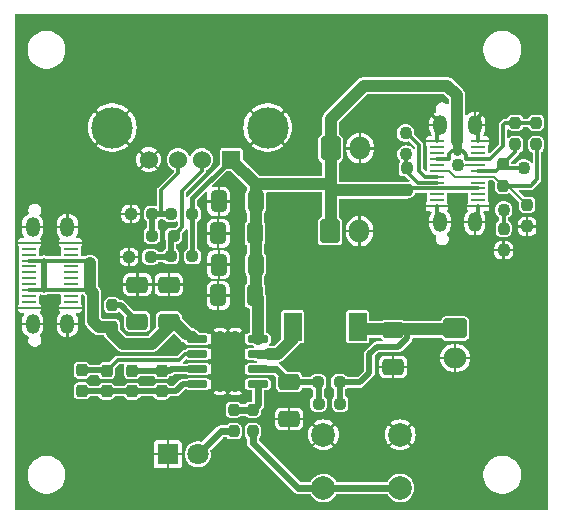
<source format=gbr>
%TF.GenerationSoftware,KiCad,Pcbnew,8.0.4*%
%TF.CreationDate,2024-12-31T00:11:05+04:00*%
%TF.ProjectId,Powerbank,506f7765-7262-4616-9e6b-2e6b69636164,rev?*%
%TF.SameCoordinates,Original*%
%TF.FileFunction,Copper,L1,Top*%
%TF.FilePolarity,Positive*%
%FSLAX46Y46*%
G04 Gerber Fmt 4.6, Leading zero omitted, Abs format (unit mm)*
G04 Created by KiCad (PCBNEW 8.0.4) date 2024-12-31 00:11:05*
%MOMM*%
%LPD*%
G01*
G04 APERTURE LIST*
G04 Aperture macros list*
%AMRoundRect*
0 Rectangle with rounded corners*
0 $1 Rounding radius*
0 $2 $3 $4 $5 $6 $7 $8 $9 X,Y pos of 4 corners*
0 Add a 4 corners polygon primitive as box body*
4,1,4,$2,$3,$4,$5,$6,$7,$8,$9,$2,$3,0*
0 Add four circle primitives for the rounded corners*
1,1,$1+$1,$2,$3*
1,1,$1+$1,$4,$5*
1,1,$1+$1,$6,$7*
1,1,$1+$1,$8,$9*
0 Add four rect primitives between the rounded corners*
20,1,$1+$1,$2,$3,$4,$5,0*
20,1,$1+$1,$4,$5,$6,$7,0*
20,1,$1+$1,$6,$7,$8,$9,0*
20,1,$1+$1,$8,$9,$2,$3,0*%
G04 Aperture macros list end*
%TA.AperFunction,SMDPad,CuDef*%
%ADD10RoundRect,0.250000X-0.650000X0.412500X-0.650000X-0.412500X0.650000X-0.412500X0.650000X0.412500X0*%
%TD*%
%TA.AperFunction,SMDPad,CuDef*%
%ADD11RoundRect,0.250000X0.650000X-0.412500X0.650000X0.412500X-0.650000X0.412500X-0.650000X-0.412500X0*%
%TD*%
%TA.AperFunction,SMDPad,CuDef*%
%ADD12RoundRect,0.237500X0.237500X-0.250000X0.237500X0.250000X-0.237500X0.250000X-0.237500X-0.250000X0*%
%TD*%
%TA.AperFunction,ComponentPad*%
%ADD13C,2.000000*%
%TD*%
%TA.AperFunction,SMDPad,CuDef*%
%ADD14R,1.300000X0.270000*%
%TD*%
%TA.AperFunction,ComponentPad*%
%ADD15O,1.200000X1.700000*%
%TD*%
%TA.AperFunction,SMDPad,CuDef*%
%ADD16R,1.500000X2.400000*%
%TD*%
%TA.AperFunction,SMDPad,CuDef*%
%ADD17RoundRect,0.250000X0.412500X0.650000X-0.412500X0.650000X-0.412500X-0.650000X0.412500X-0.650000X0*%
%TD*%
%TA.AperFunction,SMDPad,CuDef*%
%ADD18RoundRect,0.237500X0.250000X0.237500X-0.250000X0.237500X-0.250000X-0.237500X0.250000X-0.237500X0*%
%TD*%
%TA.AperFunction,SMDPad,CuDef*%
%ADD19RoundRect,0.237500X-0.237500X0.250000X-0.237500X-0.250000X0.237500X-0.250000X0.237500X0.250000X0*%
%TD*%
%TA.AperFunction,ComponentPad*%
%ADD20RoundRect,0.250000X-0.600000X-0.750000X0.600000X-0.750000X0.600000X0.750000X-0.600000X0.750000X0*%
%TD*%
%TA.AperFunction,ComponentPad*%
%ADD21O,1.700000X2.000000*%
%TD*%
%TA.AperFunction,SMDPad,CuDef*%
%ADD22RoundRect,0.237500X-0.237500X0.287500X-0.237500X-0.287500X0.237500X-0.287500X0.237500X0.287500X0*%
%TD*%
%TA.AperFunction,SMDPad,CuDef*%
%ADD23RoundRect,0.237500X0.237500X-0.287500X0.237500X0.287500X-0.237500X0.287500X-0.237500X-0.287500X0*%
%TD*%
%TA.AperFunction,ComponentPad*%
%ADD24R,1.800000X1.800000*%
%TD*%
%TA.AperFunction,ComponentPad*%
%ADD25C,1.800000*%
%TD*%
%TA.AperFunction,ComponentPad*%
%ADD26R,1.524000X1.524000*%
%TD*%
%TA.AperFunction,ComponentPad*%
%ADD27C,1.524000*%
%TD*%
%TA.AperFunction,ComponentPad*%
%ADD28C,3.500000*%
%TD*%
%TA.AperFunction,ComponentPad*%
%ADD29RoundRect,0.250000X-0.750000X0.600000X-0.750000X-0.600000X0.750000X-0.600000X0.750000X0.600000X0*%
%TD*%
%TA.AperFunction,ComponentPad*%
%ADD30O,2.000000X1.700000*%
%TD*%
%TA.AperFunction,SMDPad,CuDef*%
%ADD31RoundRect,0.237500X-0.250000X-0.237500X0.250000X-0.237500X0.250000X0.237500X-0.250000X0.237500X0*%
%TD*%
%TA.AperFunction,SMDPad,CuDef*%
%ADD32RoundRect,0.150000X-0.737500X-0.150000X0.737500X-0.150000X0.737500X0.150000X-0.737500X0.150000X0*%
%TD*%
%TA.AperFunction,HeatsinkPad*%
%ADD33C,1.200000*%
%TD*%
%TA.AperFunction,HeatsinkPad*%
%ADD34R,2.950000X4.900000*%
%TD*%
%TA.AperFunction,ViaPad*%
%ADD35C,1.100000*%
%TD*%
%TA.AperFunction,Conductor*%
%ADD36C,0.300000*%
%TD*%
%TA.AperFunction,Conductor*%
%ADD37C,0.500000*%
%TD*%
%TA.AperFunction,Conductor*%
%ADD38C,1.000000*%
%TD*%
%TA.AperFunction,Conductor*%
%ADD39C,0.600000*%
%TD*%
%TA.AperFunction,Conductor*%
%ADD40C,0.250000*%
%TD*%
%TA.AperFunction,Conductor*%
%ADD41C,0.400000*%
%TD*%
%TA.AperFunction,Conductor*%
%ADD42C,0.800000*%
%TD*%
%TA.AperFunction,Conductor*%
%ADD43C,0.200000*%
%TD*%
G04 APERTURE END LIST*
D10*
%TO.P,C8,1*%
%TO.N,Net-(DD1-BAT)*%
X138950000Y-109137500D03*
%TO.P,C8,2*%
%TO.N,GND*%
X138950000Y-112262500D03*
%TD*%
D11*
%TO.P,C2,1*%
%TO.N,Net-(DD1-Vin)*%
X128750000Y-104012500D03*
%TO.P,C2,2*%
%TO.N,GND*%
X128750000Y-100887500D03*
%TD*%
D12*
%TO.P,R13,1*%
%TO.N,Net-(J6-D--PadA7)*%
X157050000Y-92512500D03*
%TO.P,R13,2*%
%TO.N,Net-(J6-D+-PadA6)*%
X157050000Y-90687500D03*
%TD*%
D13*
%TO.P,SW1,1,1*%
%TO.N,GND*%
X141850000Y-113600000D03*
X148350000Y-113600000D03*
%TO.P,SW1,2,2*%
%TO.N,Net-(R2-Pad2)*%
X141850000Y-118100001D03*
X148350001Y-118100000D03*
%TD*%
D14*
%TO.P,J2,A1,GND*%
%TO.N,GND*%
X116950000Y-102850000D03*
%TO.P,J2,A2,TX1+*%
%TO.N,unconnected-(J2-TX1+-PadA2)*%
X116950000Y-102350000D03*
%TO.P,J2,A3,TX1-*%
%TO.N,unconnected-(J2-TX1--PadA3)*%
X116950000Y-101850000D03*
%TO.P,J2,A4,VBUS*%
%TO.N,Net-(DD1-Vin)*%
X116950001Y-101350000D03*
%TO.P,J2,A5,CC1*%
%TO.N,unconnected-(J2-CC1-PadA5)*%
X116950000Y-100850000D03*
%TO.P,J2,A6,D+*%
%TO.N,unconnected-(J2-D+-PadA6)*%
X116950000Y-100350000D03*
%TO.P,J2,A7,D-*%
%TO.N,unconnected-(J2-D--PadA7)*%
X116950000Y-99850000D03*
%TO.P,J2,A8,SBU1*%
%TO.N,unconnected-(J2-SBU1-PadA8)*%
X116950000Y-99350000D03*
%TO.P,J2,A9,VBUS*%
%TO.N,Net-(DD1-Vin)*%
X116950001Y-98850000D03*
%TO.P,J2,A10,RX2-*%
%TO.N,unconnected-(J2-RX2--PadA10)*%
X116950000Y-98350000D03*
%TO.P,J2,A11,RX2+*%
%TO.N,unconnected-(J2-RX2+-PadA11)*%
X116950000Y-97850000D03*
%TO.P,J2,A12,GND*%
%TO.N,GND*%
X116950000Y-97350000D03*
%TO.P,J2,B1,GND*%
X120450000Y-97350000D03*
%TO.P,J2,B2,TX2+*%
%TO.N,unconnected-(J2-TX2+-PadB2)*%
X120450000Y-97850000D03*
%TO.P,J2,B3,TX2-*%
%TO.N,unconnected-(J2-TX2--PadB3)*%
X120450000Y-98350000D03*
%TO.P,J2,B4,VBUS*%
%TO.N,Net-(DD1-Vin)*%
X120449999Y-98850000D03*
%TO.P,J2,B5,CC2*%
%TO.N,unconnected-(J2-CC2-PadB5)*%
X120450000Y-99350000D03*
%TO.P,J2,B6,D+*%
%TO.N,unconnected-(J2-D+-PadB6)*%
X120450000Y-99850000D03*
%TO.P,J2,B7,D-*%
%TO.N,unconnected-(J2-D--PadB7)*%
X120450000Y-100350000D03*
%TO.P,J2,B8,SBU2*%
%TO.N,unconnected-(J2-SBU2-PadB8)*%
X120450000Y-100850000D03*
%TO.P,J2,B9,VBUS*%
%TO.N,Net-(DD1-Vin)*%
X120449999Y-101350000D03*
%TO.P,J2,B10,RX1-*%
%TO.N,unconnected-(J2-RX1--PadB10)*%
X120450000Y-101850000D03*
%TO.P,J2,B11,RX1+*%
%TO.N,unconnected-(J2-RX1+-PadB11)*%
X120450000Y-102350000D03*
%TO.P,J2,B12,GND*%
%TO.N,GND*%
X120450000Y-102850000D03*
D15*
%TO.P,J2,S1,SHIELD*%
X117230000Y-104200000D03*
X120170000Y-104200000D03*
X117230000Y-96000000D03*
X120170000Y-96000000D03*
%TD*%
D14*
%TO.P,J6,A1,GND*%
%TO.N,GND*%
X151450000Y-94250000D03*
%TO.P,J6,A2,TX1+*%
%TO.N,unconnected-(J6-TX1+-PadA2)*%
X151450000Y-93750000D03*
%TO.P,J6,A3,TX1-*%
%TO.N,unconnected-(J6-TX1--PadA3)*%
X151450000Y-93250000D03*
%TO.P,J6,A4,VBUS*%
%TO.N,Net-(DD1-Vout)*%
X151450000Y-92750000D03*
%TO.P,J6,A5,CC1*%
%TO.N,Net-(J6-CC1)*%
X151450000Y-92250000D03*
%TO.P,J6,A6,D+*%
%TO.N,Net-(J6-D+-PadA6)*%
X151450000Y-91750000D03*
%TO.P,J6,A7,D-*%
%TO.N,Net-(J6-D--PadA7)*%
X151450000Y-91250000D03*
%TO.P,J6,A8,SBU1*%
%TO.N,unconnected-(J6-SBU1-PadA8)*%
X151450000Y-90750000D03*
%TO.P,J6,A9,VBUS*%
%TO.N,Net-(DD1-Vout)*%
X151450000Y-90250000D03*
%TO.P,J6,A10,RX2-*%
%TO.N,unconnected-(J6-RX2--PadA10)*%
X151450000Y-89750000D03*
%TO.P,J6,A11,RX2+*%
%TO.N,unconnected-(J6-RX2+-PadA11)*%
X151450000Y-89250000D03*
%TO.P,J6,A12,GND*%
%TO.N,GND*%
X151450000Y-88750000D03*
%TO.P,J6,B1,GND*%
X154950000Y-88750000D03*
%TO.P,J6,B2,TX2+*%
%TO.N,unconnected-(J6-TX2+-PadB2)*%
X154950000Y-89250000D03*
%TO.P,J6,B3,TX2-*%
%TO.N,unconnected-(J6-TX2--PadB3)*%
X154950000Y-89750000D03*
%TO.P,J6,B4,VBUS*%
%TO.N,Net-(DD1-Vout)*%
X154950000Y-90250000D03*
%TO.P,J6,B5,CC2*%
%TO.N,Net-(J6-CC1)*%
X154950000Y-90750000D03*
%TO.P,J6,B6,D+*%
%TO.N,Net-(J6-D+-PadA6)*%
X154950000Y-91250000D03*
%TO.P,J6,B7,D-*%
%TO.N,Net-(J6-D--PadA7)*%
X154950000Y-91750000D03*
%TO.P,J6,B8,SBU2*%
%TO.N,unconnected-(J6-SBU2-PadB8)*%
X154950000Y-92250000D03*
%TO.P,J6,B9,VBUS*%
%TO.N,Net-(DD1-Vout)*%
X154950000Y-92750000D03*
%TO.P,J6,B10,RX1-*%
%TO.N,unconnected-(J6-RX1--PadB10)*%
X154950000Y-93250000D03*
%TO.P,J6,B11,RX1+*%
%TO.N,unconnected-(J6-RX1+-PadB11)*%
X154950000Y-93750000D03*
%TO.P,J6,B12,GND*%
%TO.N,GND*%
X154950000Y-94250000D03*
D15*
%TO.P,J6,S1,SHIELD*%
X151730000Y-95600000D03*
X154670000Y-95600000D03*
X151730000Y-87400000D03*
X154670000Y-87400000D03*
%TD*%
D16*
%TO.P,L1,1,1*%
%TO.N,Net-(DD1-SW)*%
X139250000Y-104450000D03*
%TO.P,L1,2,2*%
%TO.N,Net-(J1-Pin_1)*%
X144750000Y-104450000D03*
%TD*%
D17*
%TO.P,C5,1*%
%TO.N,Net-(DD1-Vout)*%
X136112500Y-99200000D03*
%TO.P,C5,2*%
%TO.N,GND*%
X132987500Y-99200000D03*
%TD*%
%TO.P,C6,1*%
%TO.N,Net-(DD1-Vout)*%
X136062500Y-101800000D03*
%TO.P,C6,2*%
%TO.N,GND*%
X132937500Y-101800000D03*
%TD*%
D18*
%TO.P,R8,1*%
%TO.N,Net-(DD1-Vout)*%
X130762500Y-94900000D03*
%TO.P,R8,2*%
%TO.N,Net-(J3-D+)*%
X128937500Y-94900000D03*
%TD*%
D19*
%TO.P,R15,1*%
%TO.N,Net-(J6-D--PadA7)*%
X159100000Y-94137500D03*
%TO.P,R15,2*%
%TO.N,GND*%
X159100000Y-95962500D03*
%TD*%
D20*
%TO.P,J5,1,Pin_1*%
%TO.N,Net-(DD1-Vout)*%
X142400000Y-96375000D03*
D21*
%TO.P,J5,2,Pin_2*%
%TO.N,GND*%
X144900000Y-96375000D03*
%TD*%
D11*
%TO.P,C1,1*%
%TO.N,Net-(C1-Pad1)*%
X126100000Y-104012500D03*
%TO.P,C1,2*%
%TO.N,GND*%
X126100000Y-100887500D03*
%TD*%
D19*
%TO.P,R2,1*%
%TO.N,Net-(DD1-KEY)*%
X135860000Y-111487500D03*
%TO.P,R2,2*%
%TO.N,Net-(R2-Pad2)*%
X135860000Y-113312500D03*
%TD*%
D12*
%TO.P,R16,1*%
%TO.N,Net-(DD1-Vout)*%
X148900000Y-92862500D03*
%TO.P,R16,2*%
%TO.N,Net-(J6-CC1)*%
X148900000Y-91037500D03*
%TD*%
D22*
%TO.P,D2,1,K*%
%TO.N,Net-(D1-A)*%
X123500000Y-108175001D03*
%TO.P,D2,2,A*%
%TO.N,Net-(D1-K)*%
X123500000Y-109924999D03*
%TD*%
D23*
%TO.P,D1,1,K*%
%TO.N,Net-(D1-K)*%
X121400000Y-109874999D03*
%TO.P,D1,2,A*%
%TO.N,Net-(D1-A)*%
X121400000Y-108125001D03*
%TD*%
D19*
%TO.P,R3,1*%
%TO.N,Net-(DD1-KEY)*%
X134250000Y-111487500D03*
%TO.P,R3,2*%
%TO.N,Net-(D5-A)*%
X134250000Y-113312500D03*
%TD*%
D18*
%TO.P,R7,1*%
%TO.N,Net-(J3-D-)*%
X127212500Y-98550000D03*
%TO.P,R7,2*%
%TO.N,GND*%
X125387500Y-98550000D03*
%TD*%
D23*
%TO.P,D3,1,K*%
%TO.N,Net-(D1-K)*%
X125650000Y-109924999D03*
%TO.P,D3,2,A*%
%TO.N,Net-(D3-A)*%
X125650000Y-108175001D03*
%TD*%
D18*
%TO.P,R4,1*%
%TO.N,Net-(J1-Pin_1)*%
X143262500Y-110960000D03*
%TO.P,R4,2*%
%TO.N,Net-(DD1-BAT)*%
X141437500Y-110960000D03*
%TD*%
D17*
%TO.P,C3,1*%
%TO.N,Net-(DD1-Vout)*%
X136112500Y-93850000D03*
%TO.P,C3,2*%
%TO.N,GND*%
X132987500Y-93850000D03*
%TD*%
D18*
%TO.P,R9,1*%
%TO.N,Net-(J3-D+)*%
X127362500Y-94900000D03*
%TO.P,R9,2*%
%TO.N,GND*%
X125537500Y-94900000D03*
%TD*%
D22*
%TO.P,D4,1,K*%
%TO.N,Net-(D3-A)*%
X128150000Y-108175001D03*
%TO.P,D4,2,A*%
%TO.N,Net-(D1-K)*%
X128150000Y-109924999D03*
%TD*%
D17*
%TO.P,C4,1*%
%TO.N,Net-(DD1-Vout)*%
X136062500Y-96550000D03*
%TO.P,C4,2*%
%TO.N,GND*%
X132937500Y-96550000D03*
%TD*%
D24*
%TO.P,D5,1,K*%
%TO.N,GND*%
X128675000Y-115250000D03*
D25*
%TO.P,D5,2,A*%
%TO.N,Net-(D5-A)*%
X131215000Y-115250000D03*
%TD*%
D19*
%TO.P,R14,1*%
%TO.N,Net-(J6-D+-PadA6)*%
X157100000Y-96137500D03*
%TO.P,R14,2*%
%TO.N,GND*%
X157100000Y-97962500D03*
%TD*%
D26*
%TO.P,J3,1,VBUS*%
%TO.N,Net-(DD1-Vout)*%
X134050000Y-90300000D03*
D27*
%TO.P,J3,2,D-*%
%TO.N,Net-(J3-D-)*%
X131550000Y-90300000D03*
%TO.P,J3,3,D+*%
%TO.N,Net-(J3-D+)*%
X129549999Y-90300000D03*
%TO.P,J3,4,GND*%
%TO.N,GND*%
X127050001Y-90300000D03*
D28*
%TO.P,J3,5,Shield*%
X137120000Y-87590000D03*
X123980000Y-87590000D03*
%TD*%
D18*
%TO.P,R5,1*%
%TO.N,Net-(J1-Pin_1)*%
X143212500Y-109150000D03*
%TO.P,R5,2*%
%TO.N,Net-(DD1-BAT)*%
X141387500Y-109150000D03*
%TD*%
D29*
%TO.P,J1,1,Pin_1*%
%TO.N,Net-(J1-Pin_1)*%
X153000000Y-104600000D03*
D30*
%TO.P,J1,2,Pin_2*%
%TO.N,GND*%
X153000000Y-107100000D03*
%TD*%
D18*
%TO.P,R6,1*%
%TO.N,Net-(DD1-Vout)*%
X130762500Y-98500000D03*
%TO.P,R6,2*%
%TO.N,Net-(J3-D-)*%
X128937500Y-98500000D03*
%TD*%
D31*
%TO.P,R10,1*%
%TO.N,Net-(J3-D+)*%
X127337500Y-96750000D03*
%TO.P,R10,2*%
%TO.N,Net-(J3-D-)*%
X129162500Y-96750000D03*
%TD*%
D10*
%TO.P,C7,1*%
%TO.N,Net-(J1-Pin_1)*%
X147750000Y-104737500D03*
%TO.P,C7,2*%
%TO.N,GND*%
X147750000Y-107862500D03*
%TD*%
D19*
%TO.P,R11,1*%
%TO.N,Net-(DD1-Vout)*%
X158100000Y-87187500D03*
%TO.P,R11,2*%
%TO.N,Net-(J6-D+-PadA6)*%
X158100000Y-89012500D03*
%TD*%
%TO.P,R12,1*%
%TO.N,Net-(DD1-Vout)*%
X159850000Y-87187500D03*
%TO.P,R12,2*%
%TO.N,Net-(J6-D--PadA7)*%
X159850000Y-89012500D03*
%TD*%
D12*
%TO.P,R1,1*%
%TO.N,Net-(DD1-Vin)*%
X123950000Y-104462500D03*
%TO.P,R1,2*%
%TO.N,Net-(C1-Pad1)*%
X123950000Y-102637500D03*
%TD*%
D32*
%TO.P,DD1,1,Vin*%
%TO.N,Net-(DD1-Vin)*%
X131187500Y-105495000D03*
%TO.P,DD1,2,LED1*%
%TO.N,Net-(D1-A)*%
X131187500Y-106765000D03*
%TO.P,DD1,3,LED2*%
%TO.N,Net-(D3-A)*%
X131187500Y-108035000D03*
%TO.P,DD1,4,LED3*%
%TO.N,Net-(D1-K)*%
X131187500Y-109305000D03*
%TO.P,DD1,5,KEY*%
%TO.N,Net-(DD1-KEY)*%
X136312500Y-109305000D03*
%TO.P,DD1,6,BAT*%
%TO.N,Net-(DD1-BAT)*%
X136312500Y-108035000D03*
%TO.P,DD1,7,SW*%
%TO.N,Net-(DD1-SW)*%
X136312500Y-106765000D03*
%TO.P,DD1,8,Vout*%
%TO.N,Net-(DD1-Vout)*%
X136312500Y-105495000D03*
D33*
%TO.P,DD1,9,GND*%
%TO.N,GND*%
X133100000Y-105450000D03*
X133100000Y-106750000D03*
X133100000Y-108050000D03*
X133100000Y-109350000D03*
D34*
X133750000Y-107400000D03*
D33*
X134400000Y-105450000D03*
X134400000Y-106750000D03*
X134400000Y-108050000D03*
X134400000Y-109350000D03*
%TD*%
D20*
%TO.P,J4,1,Pin_1*%
%TO.N,Net-(DD1-Vout)*%
X142450000Y-89350000D03*
D21*
%TO.P,J4,2,Pin_2*%
%TO.N,GND*%
X144950000Y-89350000D03*
%TD*%
D35*
%TO.N,GND*%
X116250000Y-105850000D03*
X134300000Y-95250000D03*
X118700000Y-102950000D03*
X121950000Y-90450000D03*
X146800000Y-97950000D03*
X122100000Y-113000000D03*
X150000000Y-107850000D03*
X144100000Y-94500000D03*
X146250000Y-91100000D03*
X151950000Y-116300000D03*
X140750000Y-86750000D03*
X139100000Y-114450000D03*
X121700000Y-85050000D03*
X131800000Y-103900000D03*
X149700000Y-85650000D03*
X119450000Y-111800000D03*
X122100000Y-116350000D03*
X154600000Y-112700000D03*
X134400000Y-100550000D03*
X150900000Y-79500000D03*
X127500000Y-88450000D03*
X148750000Y-100500000D03*
X157687007Y-110675053D03*
X119200000Y-86500000D03*
X147150000Y-89400000D03*
X146550000Y-87550000D03*
X154850000Y-97400000D03*
X126350000Y-102500000D03*
X122000000Y-96300000D03*
X137250000Y-112050000D03*
X118800000Y-94750000D03*
X129150000Y-106150000D03*
X118700000Y-109050000D03*
X128750000Y-102450000D03*
X125000000Y-113350000D03*
X155100000Y-106350000D03*
X118650000Y-97300000D03*
X151700000Y-108800000D03*
X121150000Y-106350000D03*
X134050000Y-87500000D03*
X136950000Y-84400000D03*
X118800000Y-105450000D03*
X156400000Y-85300000D03*
X131000000Y-101150000D03*
X118700000Y-102950000D03*
X116250000Y-94200000D03*
X149000000Y-95150000D03*
X154100000Y-108850000D03*
X150050000Y-87550000D03*
X141600000Y-79950000D03*
X130600000Y-110900000D03*
X126450000Y-92200000D03*
X151050000Y-106300000D03*
X156050000Y-87850000D03*
X154600000Y-85550000D03*
X148850000Y-97100000D03*
X146550000Y-81750000D03*
X153100000Y-94700000D03*
X123800000Y-99850000D03*
X133950000Y-117600000D03*
X147850000Y-109950000D03*
X134400000Y-97850000D03*
X144900000Y-98500000D03*
X151150000Y-100250000D03*
X116400000Y-111850000D03*
X130200000Y-83650000D03*
X125450000Y-79650000D03*
X157850000Y-102350000D03*
X138450000Y-90700000D03*
X144800000Y-114950000D03*
X135650000Y-80000000D03*
X124900000Y-90650000D03*
X147900000Y-85850000D03*
X124600000Y-116750000D03*
%TO.N,Net-(J6-D+-PadA6)*%
X148800000Y-88050000D03*
X158800000Y-91000000D03*
X157100000Y-94550000D03*
%TO.N,Net-(J6-CC1)*%
X148850000Y-89850000D03*
X153225059Y-90768350D03*
%TD*%
D36*
%TO.N,GND*%
X154670000Y-87030000D02*
X156400000Y-85300000D01*
X154670000Y-87400000D02*
X154670000Y-87030000D01*
X151730000Y-87180000D02*
X150800000Y-86250000D01*
X154950000Y-87680000D02*
X154670000Y-87400000D01*
X154950000Y-88750000D02*
X154950000Y-87680000D01*
X151450000Y-95320000D02*
X151730000Y-95600000D01*
X151450000Y-94250000D02*
X151450000Y-95320000D01*
X154950000Y-94250000D02*
X154950000Y-95320000D01*
X151730000Y-87400000D02*
X151730000Y-87180000D01*
X151450000Y-87680000D02*
X151730000Y-87400000D01*
X154950000Y-95320000D02*
X154670000Y-95600000D01*
X151450000Y-88750000D02*
X151450000Y-87680000D01*
D37*
%TO.N,Net-(C1-Pad1)*%
X124725000Y-102637500D02*
X126100000Y-104012500D01*
X123950000Y-102637500D02*
X124725000Y-102637500D01*
D38*
%TO.N,Net-(DD1-Vin)*%
X122350000Y-104000000D02*
X122812500Y-104462500D01*
D39*
X131187500Y-105495000D02*
X130787500Y-105095000D01*
D37*
X118200000Y-101350000D02*
X118200000Y-98850000D01*
D38*
X127312500Y-105900000D02*
X124900000Y-105900000D01*
X129181250Y-104031250D02*
X127312500Y-105900000D01*
D37*
X131187500Y-105495000D02*
X130895000Y-105495000D01*
D36*
X116950001Y-98850000D02*
X117950000Y-98850000D01*
D38*
X124900000Y-105900000D02*
X123950000Y-104950000D01*
X122100000Y-101350000D02*
X122350000Y-101600000D01*
D36*
X118200000Y-101350000D02*
X120449999Y-101350000D01*
D39*
X123950000Y-104462500D02*
X123950000Y-104950000D01*
D38*
X122100000Y-99050000D02*
X122100000Y-101350000D01*
X122350000Y-101600000D02*
X122350000Y-104000000D01*
D36*
X120449999Y-98850000D02*
X121385000Y-98850000D01*
X120449999Y-101350000D02*
X122100000Y-101350000D01*
D39*
X130787500Y-105095000D02*
X130245000Y-105095000D01*
D40*
X123562500Y-104462500D02*
X123950000Y-104462500D01*
D36*
X121385000Y-98850000D02*
X121900000Y-98850000D01*
D40*
X123662500Y-104750000D02*
X123950000Y-104462500D01*
D38*
X122812500Y-104462500D02*
X123950000Y-104462500D01*
D36*
X117950000Y-98850000D02*
X120449999Y-98850000D01*
D40*
X123150000Y-104750000D02*
X123662500Y-104750000D01*
D36*
X116950001Y-101350000D02*
X118200000Y-101350000D01*
D38*
X130245000Y-105095000D02*
X129181250Y-104031250D01*
D40*
X121900000Y-98850000D02*
X122100000Y-99050000D01*
D36*
%TO.N,Net-(DD1-Vout)*%
X157050000Y-87387500D02*
X157250000Y-87187500D01*
D38*
X136112500Y-94150000D02*
X136112500Y-101750000D01*
X136112500Y-92362500D02*
X142287500Y-92362500D01*
D36*
X153950000Y-90235000D02*
X154935000Y-90235000D01*
D41*
X130762500Y-98500000D02*
X130762500Y-94900000D01*
D36*
X153150000Y-89600000D02*
X153650000Y-89600000D01*
D38*
X136112500Y-92362500D02*
X134050000Y-90300000D01*
D36*
X152700000Y-89600000D02*
X153150000Y-89600000D01*
X154935000Y-90235000D02*
X154950000Y-90250000D01*
X151450000Y-92750000D02*
X149012500Y-92750000D01*
X157250000Y-87187500D02*
X159850000Y-87187500D01*
D38*
X142287500Y-92362500D02*
X142450000Y-92200000D01*
X142450000Y-86850000D02*
X142450000Y-89350000D01*
D36*
X154950000Y-90250000D02*
X155950000Y-90250000D01*
X157050000Y-89150000D02*
X157050000Y-87387500D01*
D38*
X151293503Y-84050000D02*
X145250000Y-84050000D01*
D36*
X153950000Y-89900000D02*
X153950000Y-90235000D01*
D38*
X142450000Y-89350000D02*
X142450000Y-92200000D01*
D36*
X152450000Y-89850000D02*
X152700000Y-89600000D01*
D38*
X152350000Y-84050000D02*
X151293503Y-84050000D01*
D41*
X130762500Y-94900000D02*
X130762500Y-93587500D01*
D38*
X148900000Y-92862500D02*
X148862500Y-92900000D01*
X148862500Y-92900000D02*
X142450000Y-92900000D01*
D41*
X130762500Y-93587500D02*
X134050000Y-90300000D01*
D36*
X149012500Y-92750000D02*
X148900000Y-92862500D01*
D38*
X142450000Y-96325000D02*
X142400000Y-96375000D01*
X145250000Y-84050000D02*
X142450000Y-86850000D01*
X153150000Y-84850000D02*
X153150000Y-88700000D01*
X153150000Y-88700000D02*
X153200000Y-88750000D01*
X142450000Y-92900000D02*
X142450000Y-96325000D01*
D41*
X136312500Y-102050000D02*
X136062500Y-101800000D01*
D38*
X153150000Y-84850000D02*
X152350000Y-84050000D01*
D36*
X153650000Y-89600000D02*
X153950000Y-89900000D01*
D38*
X136312500Y-105495000D02*
X136312500Y-102050000D01*
D36*
X152450000Y-90235000D02*
X152450000Y-89850000D01*
D38*
X136112500Y-94150000D02*
X136112500Y-92362500D01*
D36*
X154250000Y-90250000D02*
X154950000Y-90250000D01*
X154950000Y-92750000D02*
X151450000Y-92750000D01*
D38*
X142450000Y-92200000D02*
X142450000Y-92900000D01*
X142450000Y-89350000D02*
X142450000Y-88700000D01*
X136112500Y-101750000D02*
X136062500Y-101800000D01*
D42*
X153150000Y-89600000D02*
X153150000Y-88700000D01*
D36*
X155950000Y-90250000D02*
X157050000Y-89150000D01*
X151450000Y-90250000D02*
X152435000Y-90250000D01*
D37*
%TO.N,Net-(J1-Pin_1)*%
X148950000Y-104687500D02*
X148950000Y-105400000D01*
X144950000Y-109150000D02*
X143212500Y-109150000D01*
X148950000Y-105400000D02*
X148200000Y-106150000D01*
X145750000Y-106750000D02*
X145750000Y-108350000D01*
D38*
X147500000Y-104687500D02*
X148950000Y-104687500D01*
D37*
X146350000Y-106150000D02*
X145750000Y-106750000D01*
D38*
X152912500Y-104687500D02*
X153000000Y-104600000D01*
D37*
X143212500Y-109150000D02*
X143212500Y-110910000D01*
D38*
X148950000Y-104687500D02*
X152912500Y-104687500D01*
D37*
X145750000Y-108350000D02*
X144950000Y-109150000D01*
D38*
X147500000Y-104687500D02*
X144987500Y-104687500D01*
D37*
X143212500Y-110910000D02*
X143262500Y-110960000D01*
D38*
X144987500Y-104687500D02*
X144750000Y-104450000D01*
D37*
X148200000Y-106150000D02*
X146350000Y-106150000D01*
%TO.N,Net-(DD1-BAT)*%
X141387500Y-109150000D02*
X138962500Y-109150000D01*
X138962500Y-109150000D02*
X138950000Y-109137500D01*
D39*
X137847500Y-108035000D02*
X136312500Y-108035000D01*
D37*
X141437500Y-109200000D02*
X141387500Y-109150000D01*
X141437500Y-110960000D02*
X141437500Y-109200000D01*
D39*
X138950000Y-109137500D02*
X137847500Y-108035000D01*
%TO.N,Net-(D5-A)*%
X134250000Y-113312500D02*
X133152500Y-113312500D01*
X133152500Y-113312500D02*
X131215000Y-115250000D01*
D38*
%TO.N,Net-(DD1-SW)*%
X137199999Y-106765000D02*
X137985000Y-106765000D01*
D42*
X136312500Y-106765000D02*
X137199999Y-106765000D01*
D38*
X137985000Y-106765000D02*
X139250000Y-105500000D01*
X139250000Y-105500000D02*
X139250000Y-104450000D01*
D36*
%TO.N,Net-(D1-A)*%
X130135000Y-106765000D02*
X129650000Y-107250000D01*
X131187500Y-106765000D02*
X130135000Y-106765000D01*
D37*
X121400000Y-108125001D02*
X123450000Y-108125001D01*
X123450000Y-108125001D02*
X123500000Y-108175001D01*
D36*
X129650000Y-107250000D02*
X124425001Y-107250000D01*
X124425001Y-107250000D02*
X123500000Y-108175001D01*
D37*
%TO.N,Net-(D1-K)*%
X129350000Y-109900000D02*
X129945000Y-109305000D01*
X129945000Y-109305000D02*
X131187500Y-109305000D01*
X121400000Y-109874999D02*
X121425001Y-109900000D01*
X121425001Y-109900000D02*
X129350000Y-109900000D01*
%TO.N,Net-(D3-A)*%
X129035000Y-108035000D02*
X131187500Y-108035000D01*
X128965002Y-108035000D02*
X129035000Y-108035000D01*
X128825001Y-108175001D02*
X128965002Y-108035000D01*
X128150000Y-108175001D02*
X128825001Y-108175001D01*
X125650000Y-108175001D02*
X128825001Y-108175001D01*
D39*
%TO.N,Net-(DD1-KEY)*%
X136312500Y-109305000D02*
X136312500Y-111035000D01*
X136312500Y-111035000D02*
X135860000Y-111487500D01*
X135860000Y-111487500D02*
X134250000Y-111487500D01*
%TO.N,Net-(R2-Pad2)*%
X139700001Y-118100001D02*
X141850000Y-118100001D01*
X135860000Y-114260000D02*
X139700001Y-118100001D01*
X142150001Y-118100001D02*
X142150002Y-118100000D01*
X135860000Y-113312500D02*
X135860000Y-114260000D01*
X142150002Y-118100000D02*
X148350001Y-118100000D01*
X141850000Y-118100001D02*
X142150001Y-118100001D01*
D36*
%TO.N,Net-(J3-D-)*%
X129162500Y-96750000D02*
X129875000Y-96037500D01*
D37*
X129150000Y-96750000D02*
X128937500Y-96962500D01*
D36*
X129875000Y-96037500D02*
X129875000Y-92925000D01*
X129875000Y-92925000D02*
X131550000Y-91250000D01*
D37*
X128937500Y-96962500D02*
X128937500Y-98500000D01*
X129162500Y-96750000D02*
X129150000Y-96750000D01*
D36*
X131550000Y-91250000D02*
X131550000Y-90300000D01*
D37*
X128887500Y-98550000D02*
X128937500Y-98500000D01*
X127212500Y-98550000D02*
X128887500Y-98550000D01*
D36*
%TO.N,Net-(J3-D+)*%
X129549999Y-91450001D02*
X128100000Y-92900000D01*
D37*
X127362500Y-96725000D02*
X127337500Y-96750000D01*
X128100000Y-94900000D02*
X128937500Y-94900000D01*
X127362500Y-94900000D02*
X127362500Y-96725000D01*
D36*
X128100000Y-92900000D02*
X128100000Y-94900000D01*
X129549999Y-90300000D02*
X129549999Y-91450001D01*
D37*
X127362500Y-94900000D02*
X128100000Y-94900000D01*
D36*
%TO.N,Net-(J6-D+-PadA6)*%
X158800000Y-91000000D02*
X157362500Y-91000000D01*
X157100000Y-96137500D02*
X157100000Y-94550000D01*
X148900000Y-88050000D02*
X149950000Y-89100000D01*
X157362500Y-91000000D02*
X157050000Y-90687500D01*
X149950000Y-91235000D02*
X150465000Y-91750000D01*
X148800000Y-88050000D02*
X148900000Y-88050000D01*
X156487500Y-91250000D02*
X157050000Y-90687500D01*
X158100000Y-89012500D02*
X158100000Y-89637500D01*
X154950000Y-91250000D02*
X156487500Y-91250000D01*
X149950000Y-89100000D02*
X149950000Y-91235000D01*
X150465000Y-91750000D02*
X151450000Y-91750000D01*
X158100000Y-89637500D02*
X157050000Y-90687500D01*
D43*
%TO.N,Net-(J6-CC1)*%
X154950000Y-90750000D02*
X153800000Y-90750000D01*
D36*
X148850000Y-89850000D02*
X148850000Y-91250000D01*
X148850000Y-91250000D02*
X149850000Y-92250000D01*
X149850000Y-92250000D02*
X151450000Y-92250000D01*
%TO.N,Net-(J6-D--PadA7)*%
X159950000Y-89112500D02*
X159950000Y-91950000D01*
D43*
X151450000Y-91250000D02*
X152450000Y-91250000D01*
X152950000Y-91750000D02*
X154950000Y-91750000D01*
D36*
X159850000Y-89012500D02*
X159950000Y-89112500D01*
D43*
X154950000Y-91750000D02*
X156287500Y-91750000D01*
X152450000Y-91250000D02*
X152950000Y-91750000D01*
X157475000Y-92512500D02*
X159100000Y-94137500D01*
X156287500Y-91750000D02*
X157050000Y-92512500D01*
D36*
X159950000Y-91950000D02*
X159387500Y-92512500D01*
X159387500Y-92512500D02*
X157050000Y-92512500D01*
D43*
X157050000Y-92512500D02*
X157475000Y-92512500D01*
%TD*%
%TA.AperFunction,Conductor*%
%TO.N,GND*%
G36*
X134159940Y-108234205D02*
G01*
X134215795Y-108290060D01*
X134270042Y-108321379D01*
X133891422Y-108700000D01*
X134270042Y-109078620D01*
X134215795Y-109109940D01*
X134159940Y-109165795D01*
X134128620Y-109220042D01*
X133750000Y-108841422D01*
X133371379Y-109220042D01*
X133340060Y-109165795D01*
X133284205Y-109109940D01*
X133229957Y-109078620D01*
X133608578Y-108700000D01*
X133229957Y-108321379D01*
X133284205Y-108290060D01*
X133340060Y-108234205D01*
X133371379Y-108179957D01*
X133750000Y-108558578D01*
X134128620Y-108179957D01*
X134159940Y-108234205D01*
G37*
%TD.AperFunction*%
%TA.AperFunction,Conductor*%
G36*
X134159940Y-106934205D02*
G01*
X134215795Y-106990060D01*
X134270042Y-107021379D01*
X133891422Y-107400000D01*
X134270042Y-107778620D01*
X134215795Y-107809940D01*
X134159940Y-107865795D01*
X134128620Y-107920042D01*
X133750000Y-107541422D01*
X133371379Y-107920042D01*
X133340060Y-107865795D01*
X133284205Y-107809940D01*
X133229957Y-107778620D01*
X133608578Y-107400000D01*
X133229957Y-107021379D01*
X133284205Y-106990060D01*
X133340060Y-106934205D01*
X133371379Y-106879957D01*
X133750000Y-107258578D01*
X134128620Y-106879957D01*
X134159940Y-106934205D01*
G37*
%TD.AperFunction*%
%TA.AperFunction,Conductor*%
G36*
X132859940Y-106934205D02*
G01*
X132915795Y-106990060D01*
X132970042Y-107021379D01*
X132591422Y-107400000D01*
X132970042Y-107778620D01*
X132915795Y-107809940D01*
X132859940Y-107865795D01*
X132828620Y-107920041D01*
X132395725Y-107487146D01*
X132367876Y-107518077D01*
X132367874Y-107518079D01*
X132317409Y-107605486D01*
X132271939Y-107646427D01*
X132211088Y-107652821D01*
X132161671Y-107625990D01*
X132131483Y-107595802D01*
X132131481Y-107595801D01*
X132026395Y-107544427D01*
X131999139Y-107540456D01*
X131958260Y-107534500D01*
X130416740Y-107534500D01*
X130348607Y-107544427D01*
X130287212Y-107574441D01*
X130243732Y-107584500D01*
X130050189Y-107584500D01*
X129991998Y-107565593D01*
X129956034Y-107516093D01*
X129956034Y-107454907D01*
X129980185Y-107415497D01*
X130022485Y-107373197D01*
X130158588Y-107237092D01*
X130213102Y-107209316D01*
X130272070Y-107218156D01*
X130348607Y-107255573D01*
X130416740Y-107265500D01*
X130416743Y-107265500D01*
X131958257Y-107265500D01*
X131958260Y-107265500D01*
X132026393Y-107255573D01*
X132131483Y-107204198D01*
X132161672Y-107174008D01*
X132216185Y-107146233D01*
X132276617Y-107155804D01*
X132317409Y-107194513D01*
X132367877Y-107281924D01*
X132395725Y-107312851D01*
X132828619Y-106879956D01*
X132859940Y-106934205D01*
G37*
%TD.AperFunction*%
%TA.AperFunction,Conductor*%
G36*
X135104272Y-107312850D02*
G01*
X135132125Y-107281920D01*
X135182589Y-107194514D01*
X135228059Y-107153573D01*
X135288909Y-107147177D01*
X135338327Y-107174008D01*
X135368517Y-107204198D01*
X135397071Y-107218157D01*
X135473604Y-107255572D01*
X135473605Y-107255572D01*
X135473607Y-107255573D01*
X135541740Y-107265500D01*
X135951864Y-107265500D01*
X136001362Y-107278762D01*
X136080716Y-107324577D01*
X136137804Y-107339873D01*
X136189118Y-107373197D01*
X136211044Y-107430319D01*
X136195208Y-107489419D01*
X136147658Y-107527925D01*
X136112180Y-107534500D01*
X135541740Y-107534500D01*
X135507673Y-107539463D01*
X135473604Y-107544427D01*
X135368518Y-107595801D01*
X135338328Y-107625991D01*
X135283811Y-107653767D01*
X135223379Y-107644195D01*
X135182588Y-107605485D01*
X135132126Y-107518081D01*
X135104272Y-107487146D01*
X134671378Y-107920040D01*
X134640060Y-107865795D01*
X134584205Y-107809940D01*
X134529957Y-107778620D01*
X134908578Y-107400000D01*
X134529957Y-107021379D01*
X134584205Y-106990060D01*
X134640060Y-106934205D01*
X134671379Y-106879957D01*
X135104272Y-107312850D01*
G37*
%TD.AperFunction*%
%TA.AperFunction,Conductor*%
G36*
X134159940Y-105634205D02*
G01*
X134215795Y-105690060D01*
X134270042Y-105721379D01*
X133891422Y-106100000D01*
X134270042Y-106478620D01*
X134215795Y-106509940D01*
X134159940Y-106565795D01*
X134128620Y-106620042D01*
X133750000Y-106241422D01*
X133371379Y-106620042D01*
X133340060Y-106565795D01*
X133284205Y-106509940D01*
X133229957Y-106478620D01*
X133608578Y-106100000D01*
X133229957Y-105721379D01*
X133284205Y-105690060D01*
X133340060Y-105634205D01*
X133371379Y-105579957D01*
X133750000Y-105958578D01*
X134128620Y-105579957D01*
X134159940Y-105634205D01*
G37*
%TD.AperFunction*%
%TA.AperFunction,Conductor*%
G36*
X135104272Y-106012850D02*
G01*
X135132126Y-105981919D01*
X135171608Y-105913534D01*
X135217077Y-105872592D01*
X135277927Y-105866196D01*
X135327346Y-105893027D01*
X135368517Y-105934198D01*
X135422285Y-105960483D01*
X135473604Y-105985572D01*
X135473605Y-105985572D01*
X135473607Y-105985573D01*
X135541740Y-105995500D01*
X135781336Y-105995500D01*
X135839527Y-106014407D01*
X135851340Y-106024496D01*
X135865958Y-106039114D01*
X135931914Y-106083185D01*
X135969793Y-106131235D01*
X135972195Y-106192374D01*
X135938201Y-106243247D01*
X135880798Y-106264424D01*
X135876912Y-106264500D01*
X135541740Y-106264500D01*
X135507673Y-106269463D01*
X135473604Y-106274427D01*
X135368518Y-106325801D01*
X135368514Y-106325803D01*
X135349308Y-106345010D01*
X135294791Y-106372786D01*
X135234359Y-106363214D01*
X135193569Y-106324505D01*
X135132125Y-106218080D01*
X135104272Y-106187146D01*
X134671378Y-106620040D01*
X134640060Y-106565795D01*
X134584205Y-106509940D01*
X134529957Y-106478620D01*
X134908578Y-106100000D01*
X134529957Y-105721379D01*
X134584205Y-105690060D01*
X134640060Y-105634205D01*
X134671379Y-105579957D01*
X135104272Y-106012850D01*
G37*
%TD.AperFunction*%
%TA.AperFunction,Conductor*%
G36*
X152077026Y-84769407D02*
G01*
X152088839Y-84779496D01*
X152420504Y-85111161D01*
X152448281Y-85165678D01*
X152449500Y-85181165D01*
X152449500Y-85531969D01*
X152430593Y-85590160D01*
X152381093Y-85626124D01*
X152319907Y-85626124D01*
X152280498Y-85601974D01*
X152238015Y-85559491D01*
X152238012Y-85559489D01*
X152238010Y-85559487D01*
X152112488Y-85487017D01*
X152112489Y-85487017D01*
X152082896Y-85479087D01*
X151972475Y-85449500D01*
X151827525Y-85449500D01*
X151765790Y-85466041D01*
X151687510Y-85487017D01*
X151561989Y-85559487D01*
X151459487Y-85661989D01*
X151387017Y-85787510D01*
X151349500Y-85927525D01*
X151349500Y-86072474D01*
X151388696Y-86218753D01*
X151387050Y-86219193D01*
X151391205Y-86272012D01*
X151359233Y-86324179D01*
X151332828Y-86340360D01*
X151303691Y-86352429D01*
X151156284Y-86450923D01*
X151030923Y-86576284D01*
X150932429Y-86723691D01*
X150864586Y-86887478D01*
X150864586Y-86887480D01*
X150830000Y-87061355D01*
X150830000Y-87299999D01*
X150830001Y-87300000D01*
X151330000Y-87300000D01*
X151330000Y-87500000D01*
X150830001Y-87500000D01*
X150830000Y-87500001D01*
X150830000Y-87738644D01*
X150864586Y-87912519D01*
X150864586Y-87912521D01*
X150932429Y-88076308D01*
X150989017Y-88160998D01*
X151005626Y-88219886D01*
X150984449Y-88277290D01*
X150933575Y-88311283D01*
X150906703Y-88315000D01*
X150755210Y-88315000D01*
X150755207Y-88315001D01*
X150730125Y-88317909D01*
X150627522Y-88363213D01*
X150548213Y-88442522D01*
X150502909Y-88545127D01*
X150500000Y-88570202D01*
X150500000Y-88649999D01*
X150500001Y-88650000D01*
X151451000Y-88650000D01*
X151509191Y-88668907D01*
X151545155Y-88718407D01*
X151550000Y-88749000D01*
X151550000Y-88751000D01*
X151531093Y-88809191D01*
X151481593Y-88845155D01*
X151451000Y-88850000D01*
X150500002Y-88850000D01*
X150500001Y-88850001D01*
X150500001Y-88929791D01*
X150502909Y-88954874D01*
X150548213Y-89057477D01*
X150570504Y-89079768D01*
X150598281Y-89134285D01*
X150599500Y-89149772D01*
X150599500Y-89404750D01*
X150613035Y-89472794D01*
X150611534Y-89473092D01*
X150615471Y-89523111D01*
X150611290Y-89535976D01*
X150599500Y-89595249D01*
X150599500Y-89904750D01*
X150613035Y-89972794D01*
X150611534Y-89973092D01*
X150615471Y-90023111D01*
X150611290Y-90035976D01*
X150599500Y-90095249D01*
X150599500Y-90404750D01*
X150613035Y-90472794D01*
X150611534Y-90473092D01*
X150615471Y-90523111D01*
X150611290Y-90535976D01*
X150599500Y-90595249D01*
X150599500Y-90904750D01*
X150613035Y-90972794D01*
X150611534Y-90973092D01*
X150615471Y-91023111D01*
X150611290Y-91035976D01*
X150599500Y-91095249D01*
X150599500Y-91149810D01*
X150580593Y-91208001D01*
X150531093Y-91243965D01*
X150469907Y-91243965D01*
X150430496Y-91219814D01*
X150329496Y-91118814D01*
X150301719Y-91064297D01*
X150300500Y-91048810D01*
X150300500Y-89053857D01*
X150297589Y-89042993D01*
X150276614Y-88964712D01*
X150241751Y-88904328D01*
X150230470Y-88884789D01*
X150230468Y-88884787D01*
X150165212Y-88819530D01*
X150165212Y-88819531D01*
X149572801Y-88227119D01*
X149545024Y-88172602D01*
X149544428Y-88146033D01*
X149555249Y-88050000D01*
X149555249Y-88049995D01*
X149536314Y-87881946D01*
X149536311Y-87881934D01*
X149500228Y-87778816D01*
X149480456Y-87722310D01*
X149454189Y-87680507D01*
X149390479Y-87579113D01*
X149390478Y-87579112D01*
X149390477Y-87579110D01*
X149270890Y-87459523D01*
X149270887Y-87459521D01*
X149270886Y-87459520D01*
X149127691Y-87369544D01*
X148968065Y-87313688D01*
X148968053Y-87313685D01*
X148800004Y-87294751D01*
X148799996Y-87294751D01*
X148631946Y-87313685D01*
X148631934Y-87313688D01*
X148472309Y-87369544D01*
X148472308Y-87369544D01*
X148329113Y-87459520D01*
X148209520Y-87579113D01*
X148119544Y-87722308D01*
X148119544Y-87722309D01*
X148063688Y-87881934D01*
X148063685Y-87881946D01*
X148044751Y-88049995D01*
X148044751Y-88050004D01*
X148063685Y-88218053D01*
X148063688Y-88218065D01*
X148119544Y-88377690D01*
X148119544Y-88377691D01*
X148209520Y-88520886D01*
X148209523Y-88520890D01*
X148329110Y-88640477D01*
X148329112Y-88640478D01*
X148329113Y-88640479D01*
X148439337Y-88709738D01*
X148472310Y-88730456D01*
X148504101Y-88741580D01*
X148631934Y-88786311D01*
X148631938Y-88786312D01*
X148631941Y-88786313D01*
X148631942Y-88786313D01*
X148631946Y-88786314D01*
X148799996Y-88805249D01*
X148800000Y-88805249D01*
X148800004Y-88805249D01*
X148968053Y-88786314D01*
X148968055Y-88786313D01*
X148968059Y-88786313D01*
X149037184Y-88762124D01*
X149098351Y-88760751D01*
X149139881Y-88785563D01*
X149359137Y-89004818D01*
X149570504Y-89216185D01*
X149598281Y-89270702D01*
X149599500Y-89286189D01*
X149599500Y-89299126D01*
X149580593Y-89357317D01*
X149531093Y-89393281D01*
X149469907Y-89393281D01*
X149430498Y-89369131D01*
X149320890Y-89259523D01*
X149320887Y-89259521D01*
X149320886Y-89259520D01*
X149177691Y-89169544D01*
X149018065Y-89113688D01*
X149018053Y-89113685D01*
X148850004Y-89094751D01*
X148849996Y-89094751D01*
X148681946Y-89113685D01*
X148681934Y-89113688D01*
X148522309Y-89169544D01*
X148522308Y-89169544D01*
X148379113Y-89259520D01*
X148259520Y-89379113D01*
X148169544Y-89522308D01*
X148169544Y-89522309D01*
X148113688Y-89681934D01*
X148113685Y-89681946D01*
X148094751Y-89849995D01*
X148094751Y-89850004D01*
X148113685Y-90018053D01*
X148113688Y-90018065D01*
X148169544Y-90177690D01*
X148169544Y-90177691D01*
X148258677Y-90319544D01*
X148259523Y-90320890D01*
X148316068Y-90377435D01*
X148343844Y-90431950D01*
X148334273Y-90492382D01*
X148325719Y-90506224D01*
X148270884Y-90580524D01*
X148227276Y-90705147D01*
X148227274Y-90705155D01*
X148224500Y-90734733D01*
X148224500Y-91340266D01*
X148227274Y-91369844D01*
X148227276Y-91369852D01*
X148270884Y-91494476D01*
X148344559Y-91594302D01*
X148349289Y-91600711D01*
X148349292Y-91600713D01*
X148349293Y-91600714D01*
X148455523Y-91679115D01*
X148455524Y-91679115D01*
X148455525Y-91679116D01*
X148580151Y-91722725D01*
X148607441Y-91725284D01*
X148609733Y-91725499D01*
X148609738Y-91725500D01*
X148609744Y-91725500D01*
X148788810Y-91725500D01*
X148847001Y-91744407D01*
X148858814Y-91754496D01*
X149109372Y-92005054D01*
X149137149Y-92059571D01*
X149127578Y-92120003D01*
X149084313Y-92163268D01*
X149023881Y-92172839D01*
X149020055Y-92172156D01*
X148968999Y-92162000D01*
X148968994Y-92162000D01*
X148831006Y-92162000D01*
X148831003Y-92162000D01*
X148777727Y-92172598D01*
X148758413Y-92174500D01*
X148609733Y-92174500D01*
X148580155Y-92177274D01*
X148580147Y-92177276D01*
X148532514Y-92193944D01*
X148499816Y-92199500D01*
X143249500Y-92199500D01*
X143191309Y-92180593D01*
X143155345Y-92131093D01*
X143150500Y-92100500D01*
X143150500Y-90612361D01*
X143169407Y-90554170D01*
X143216801Y-90518917D01*
X143262882Y-90502793D01*
X143266667Y-90500000D01*
X143346037Y-90441422D01*
X143372150Y-90422150D01*
X143452793Y-90312882D01*
X143497646Y-90184699D01*
X143500499Y-90154273D01*
X143500500Y-90154273D01*
X143500500Y-89109489D01*
X143800000Y-89109489D01*
X143800000Y-89249999D01*
X143800001Y-89250000D01*
X144459157Y-89250000D01*
X144450000Y-89284174D01*
X144450000Y-89415826D01*
X144459157Y-89450000D01*
X143800001Y-89450000D01*
X143800000Y-89450001D01*
X143800000Y-89590510D01*
X143828316Y-89769289D01*
X143884250Y-89941440D01*
X143966431Y-90102730D01*
X143966433Y-90102734D01*
X144072824Y-90249169D01*
X144200830Y-90377175D01*
X144347265Y-90483566D01*
X144347269Y-90483568D01*
X144508559Y-90565749D01*
X144680710Y-90621683D01*
X144850000Y-90648496D01*
X144850000Y-89840842D01*
X144884174Y-89850000D01*
X145015826Y-89850000D01*
X145050000Y-89840842D01*
X145050000Y-90648495D01*
X145219289Y-90621683D01*
X145391440Y-90565749D01*
X145552730Y-90483568D01*
X145552734Y-90483566D01*
X145699169Y-90377175D01*
X145827175Y-90249169D01*
X145933566Y-90102734D01*
X145933568Y-90102730D01*
X146015749Y-89941440D01*
X146071683Y-89769289D01*
X146100000Y-89590510D01*
X146100000Y-89450001D01*
X146099999Y-89450000D01*
X145440843Y-89450000D01*
X145450000Y-89415826D01*
X145450000Y-89284174D01*
X145440843Y-89250000D01*
X146099999Y-89250000D01*
X146100000Y-89249999D01*
X146100000Y-89109489D01*
X146071683Y-88930710D01*
X146015749Y-88758559D01*
X145933568Y-88597269D01*
X145933566Y-88597265D01*
X145827175Y-88450830D01*
X145699169Y-88322824D01*
X145552734Y-88216433D01*
X145552730Y-88216431D01*
X145391440Y-88134250D01*
X145219289Y-88078316D01*
X145050000Y-88051502D01*
X145050000Y-88859157D01*
X145015826Y-88850000D01*
X144884174Y-88850000D01*
X144850000Y-88859157D01*
X144850000Y-88051503D01*
X144849999Y-88051502D01*
X144680710Y-88078316D01*
X144508559Y-88134250D01*
X144347269Y-88216431D01*
X144347265Y-88216433D01*
X144200830Y-88322824D01*
X144072824Y-88450830D01*
X143966433Y-88597265D01*
X143966431Y-88597269D01*
X143884250Y-88758559D01*
X143828316Y-88930710D01*
X143800000Y-89109489D01*
X143500500Y-89109489D01*
X143500500Y-88545727D01*
X143500499Y-88545725D01*
X143498170Y-88520890D01*
X143497646Y-88515301D01*
X143452793Y-88387118D01*
X143435150Y-88363213D01*
X143372154Y-88277855D01*
X143372152Y-88277853D01*
X143372150Y-88277850D01*
X143372146Y-88277847D01*
X143372144Y-88277845D01*
X143262885Y-88197208D01*
X143262879Y-88197205D01*
X143216802Y-88181082D01*
X143168121Y-88144016D01*
X143150500Y-88087638D01*
X143150500Y-87181165D01*
X143169407Y-87122974D01*
X143179496Y-87111161D01*
X145511161Y-84779496D01*
X145565678Y-84751719D01*
X145581165Y-84750500D01*
X151224510Y-84750500D01*
X152018835Y-84750500D01*
X152077026Y-84769407D01*
G37*
%TD.AperFunction*%
%TA.AperFunction,Conductor*%
G36*
X160808691Y-77969407D02*
G01*
X160844655Y-78018907D01*
X160849500Y-78049500D01*
X160849500Y-119900500D01*
X160830593Y-119958691D01*
X160781093Y-119994655D01*
X160750500Y-119999500D01*
X115799500Y-119999500D01*
X115741309Y-119980593D01*
X115705345Y-119931093D01*
X115700500Y-119900500D01*
X115700500Y-116874034D01*
X116799500Y-116874034D01*
X116799500Y-117125965D01*
X116838908Y-117374780D01*
X116911925Y-117599501D01*
X116916759Y-117614379D01*
X117031130Y-117838845D01*
X117179207Y-118042656D01*
X117357344Y-118220793D01*
X117561155Y-118368870D01*
X117785621Y-118483241D01*
X118025215Y-118561090D01*
X118025216Y-118561090D01*
X118025219Y-118561091D01*
X118274035Y-118600500D01*
X118274038Y-118600500D01*
X118525965Y-118600500D01*
X118774780Y-118561091D01*
X118774781Y-118561090D01*
X118774785Y-118561090D01*
X119014379Y-118483241D01*
X119238845Y-118368870D01*
X119442656Y-118220793D01*
X119620793Y-118042656D01*
X119768870Y-117838845D01*
X119883241Y-117614379D01*
X119961090Y-117374785D01*
X120000500Y-117125962D01*
X120000500Y-116874038D01*
X120000500Y-116874034D01*
X119961091Y-116625219D01*
X119961090Y-116625215D01*
X119883241Y-116385621D01*
X119768870Y-116161155D01*
X119620793Y-115957344D01*
X119442656Y-115779207D01*
X119238845Y-115631130D01*
X119238844Y-115631129D01*
X119238842Y-115631128D01*
X119014379Y-115516759D01*
X118774780Y-115438908D01*
X118525965Y-115399500D01*
X118525962Y-115399500D01*
X118274038Y-115399500D01*
X118274035Y-115399500D01*
X118025219Y-115438908D01*
X117785620Y-115516759D01*
X117561157Y-115631128D01*
X117357345Y-115779206D01*
X117179206Y-115957345D01*
X117031128Y-116161157D01*
X116916759Y-116385620D01*
X116838908Y-116625219D01*
X116799500Y-116874034D01*
X115700500Y-116874034D01*
X115700500Y-114305202D01*
X127475000Y-114305202D01*
X127475000Y-115149999D01*
X127475001Y-115150000D01*
X128235921Y-115150000D01*
X128225000Y-115190756D01*
X128225000Y-115309244D01*
X128235921Y-115350000D01*
X127475002Y-115350000D01*
X127475001Y-115350001D01*
X127475001Y-116194791D01*
X127477909Y-116219874D01*
X127523213Y-116322477D01*
X127602522Y-116401786D01*
X127705127Y-116447090D01*
X127730203Y-116449999D01*
X128574998Y-116449999D01*
X128575000Y-116449998D01*
X128575000Y-115689079D01*
X128615756Y-115700000D01*
X128734244Y-115700000D01*
X128775000Y-115689079D01*
X128775000Y-116449998D01*
X128775001Y-116449999D01*
X129619790Y-116449999D01*
X129619791Y-116449998D01*
X129644874Y-116447090D01*
X129747477Y-116401786D01*
X129826786Y-116322477D01*
X129872090Y-116219872D01*
X129874999Y-116194797D01*
X129875000Y-116194795D01*
X129875000Y-115350001D01*
X129874999Y-115350000D01*
X129114079Y-115350000D01*
X129125000Y-115309244D01*
X129125000Y-115250000D01*
X130109785Y-115250000D01*
X130128603Y-115453083D01*
X130179262Y-115631130D01*
X130184419Y-115649252D01*
X130249128Y-115779207D01*
X130275327Y-115831821D01*
X130398236Y-115994579D01*
X130548959Y-116131981D01*
X130722363Y-116239348D01*
X130912544Y-116313024D01*
X131113024Y-116350500D01*
X131316976Y-116350500D01*
X131517456Y-116313024D01*
X131707637Y-116239348D01*
X131881041Y-116131981D01*
X132031764Y-115994579D01*
X132154673Y-115831821D01*
X132245582Y-115649250D01*
X132301397Y-115453083D01*
X132320215Y-115250000D01*
X132301397Y-115046917D01*
X132278444Y-114966246D01*
X132280705Y-114905104D01*
X132303659Y-114869153D01*
X133330818Y-113841996D01*
X133385335Y-113814219D01*
X133400822Y-113813000D01*
X133603029Y-113813000D01*
X133661220Y-113831907D01*
X133682682Y-113853209D01*
X133699289Y-113875711D01*
X133699292Y-113875713D01*
X133699293Y-113875714D01*
X133805523Y-113954115D01*
X133805524Y-113954115D01*
X133805525Y-113954116D01*
X133930151Y-113997725D01*
X133957441Y-114000284D01*
X133959733Y-114000499D01*
X133959738Y-114000500D01*
X133959744Y-114000500D01*
X134540262Y-114000500D01*
X134540265Y-114000499D01*
X134569849Y-113997725D01*
X134694475Y-113954116D01*
X134800711Y-113875711D01*
X134879116Y-113769475D01*
X134922725Y-113644849D01*
X134925500Y-113615256D01*
X134925500Y-113009744D01*
X134925500Y-113009738D01*
X134925499Y-113009733D01*
X135184500Y-113009733D01*
X135184500Y-113615266D01*
X135187274Y-113644844D01*
X135187276Y-113644852D01*
X135230884Y-113769476D01*
X135276960Y-113831907D01*
X135309289Y-113875711D01*
X135309292Y-113875713D01*
X135309293Y-113875714D01*
X135319285Y-113883088D01*
X135354880Y-113932854D01*
X135359500Y-113962745D01*
X135359500Y-114194108D01*
X135359500Y-114325892D01*
X135370788Y-114368019D01*
X135393609Y-114453190D01*
X135459496Y-114567309D01*
X135459497Y-114567310D01*
X135459498Y-114567311D01*
X135459500Y-114567314D01*
X137517401Y-116625215D01*
X139299500Y-118407314D01*
X139299501Y-118407315D01*
X139299500Y-118407315D01*
X139375426Y-118483240D01*
X139392687Y-118500501D01*
X139453357Y-118535529D01*
X139506815Y-118566393D01*
X139634108Y-118600501D01*
X139634109Y-118600501D01*
X140696825Y-118600501D01*
X140755016Y-118619408D01*
X140785446Y-118655373D01*
X140824939Y-118734685D01*
X140824940Y-118734686D01*
X140824942Y-118734690D01*
X140959019Y-118912237D01*
X141123438Y-119062125D01*
X141312599Y-119179248D01*
X141520060Y-119259619D01*
X141738757Y-119300501D01*
X141961243Y-119300501D01*
X142179940Y-119259619D01*
X142387401Y-119179248D01*
X142576562Y-119062125D01*
X142740981Y-118912237D01*
X142875058Y-118734690D01*
X142909630Y-118665259D01*
X142914554Y-118655372D01*
X142957417Y-118611709D01*
X143003175Y-118600500D01*
X147196826Y-118600500D01*
X147255017Y-118619407D01*
X147285447Y-118655372D01*
X147324940Y-118734684D01*
X147324941Y-118734685D01*
X147324943Y-118734689D01*
X147459020Y-118912236D01*
X147623439Y-119062124D01*
X147812600Y-119179247D01*
X148020061Y-119259618D01*
X148238758Y-119300500D01*
X148461244Y-119300500D01*
X148679941Y-119259618D01*
X148887402Y-119179247D01*
X149076563Y-119062124D01*
X149240982Y-118912236D01*
X149375059Y-118734689D01*
X149474230Y-118535528D01*
X149535116Y-118321536D01*
X149555644Y-118100000D01*
X149535116Y-117878464D01*
X149474230Y-117664472D01*
X149375059Y-117465311D01*
X149240982Y-117287764D01*
X149076563Y-117137876D01*
X148887402Y-117020753D01*
X148679941Y-116940382D01*
X148679940Y-116940381D01*
X148679938Y-116940381D01*
X148461244Y-116899500D01*
X148238758Y-116899500D01*
X148020063Y-116940381D01*
X148020058Y-116940383D01*
X147812600Y-117020753D01*
X147642681Y-117125962D01*
X147623439Y-117137876D01*
X147459021Y-117287763D01*
X147324940Y-117465315D01*
X147285447Y-117544628D01*
X147242584Y-117588291D01*
X147196826Y-117599500D01*
X143003174Y-117599500D01*
X142944983Y-117580593D01*
X142914553Y-117544628D01*
X142875061Y-117465319D01*
X142875058Y-117465312D01*
X142740981Y-117287765D01*
X142576562Y-117137877D01*
X142387401Y-117020754D01*
X142179940Y-116940383D01*
X142179939Y-116940382D01*
X142179937Y-116940382D01*
X141961243Y-116899501D01*
X141738757Y-116899501D01*
X141520062Y-116940382D01*
X141443797Y-116969927D01*
X141312599Y-117020754D01*
X141123438Y-117137877D01*
X140959019Y-117287765D01*
X140893305Y-117374785D01*
X140824939Y-117465316D01*
X140785446Y-117544629D01*
X140742583Y-117588292D01*
X140696825Y-117599501D01*
X139948323Y-117599501D01*
X139890132Y-117580594D01*
X139878319Y-117570505D01*
X139181848Y-116874034D01*
X155399500Y-116874034D01*
X155399500Y-117125965D01*
X155438908Y-117374780D01*
X155511925Y-117599501D01*
X155516759Y-117614379D01*
X155631130Y-117838845D01*
X155779207Y-118042656D01*
X155957344Y-118220793D01*
X156161155Y-118368870D01*
X156385621Y-118483241D01*
X156625215Y-118561090D01*
X156625216Y-118561090D01*
X156625219Y-118561091D01*
X156874035Y-118600500D01*
X156874038Y-118600500D01*
X157125965Y-118600500D01*
X157374780Y-118561091D01*
X157374781Y-118561090D01*
X157374785Y-118561090D01*
X157614379Y-118483241D01*
X157838845Y-118368870D01*
X158042656Y-118220793D01*
X158220793Y-118042656D01*
X158368870Y-117838845D01*
X158483241Y-117614379D01*
X158561090Y-117374785D01*
X158600500Y-117125962D01*
X158600500Y-116874038D01*
X158600500Y-116874034D01*
X158561091Y-116625219D01*
X158561090Y-116625215D01*
X158483241Y-116385621D01*
X158368870Y-116161155D01*
X158220793Y-115957344D01*
X158042656Y-115779207D01*
X157838845Y-115631130D01*
X157838844Y-115631129D01*
X157838842Y-115631128D01*
X157614379Y-115516759D01*
X157374780Y-115438908D01*
X157125965Y-115399500D01*
X157125962Y-115399500D01*
X156874038Y-115399500D01*
X156874035Y-115399500D01*
X156625219Y-115438908D01*
X156385620Y-115516759D01*
X156161157Y-115631128D01*
X155957345Y-115779206D01*
X155779206Y-115957345D01*
X155631128Y-116161157D01*
X155516759Y-116385620D01*
X155438908Y-116625219D01*
X155399500Y-116874034D01*
X139181848Y-116874034D01*
X136389496Y-114081682D01*
X136361719Y-114027165D01*
X136360500Y-114011678D01*
X136360500Y-113962745D01*
X136379407Y-113904554D01*
X136400715Y-113883088D01*
X136410711Y-113875711D01*
X136489116Y-113769475D01*
X136532725Y-113644849D01*
X136535500Y-113615256D01*
X136535500Y-113599996D01*
X140545034Y-113599996D01*
X140545034Y-113600003D01*
X140564857Y-113826597D01*
X140623733Y-114046323D01*
X140719865Y-114252481D01*
X140850334Y-114438811D01*
X140860050Y-114448527D01*
X141395607Y-113912969D01*
X141409890Y-113937708D01*
X141512292Y-114040110D01*
X141537028Y-114054391D01*
X141001472Y-114589949D01*
X141011188Y-114599665D01*
X141197518Y-114730134D01*
X141403676Y-114826266D01*
X141623402Y-114885142D01*
X141849997Y-114904966D01*
X141850003Y-114904966D01*
X142076597Y-114885142D01*
X142296323Y-114826266D01*
X142502481Y-114730134D01*
X142688814Y-114599663D01*
X142698527Y-114589949D01*
X142162970Y-114054392D01*
X142187708Y-114040110D01*
X142290110Y-113937708D01*
X142304392Y-113912970D01*
X142839949Y-114448527D01*
X142849663Y-114438814D01*
X142980134Y-114252481D01*
X143076266Y-114046323D01*
X143135142Y-113826597D01*
X143154966Y-113600003D01*
X143154966Y-113599996D01*
X147045034Y-113599996D01*
X147045034Y-113600003D01*
X147064857Y-113826597D01*
X147123733Y-114046323D01*
X147219865Y-114252481D01*
X147350334Y-114438811D01*
X147360050Y-114448527D01*
X147895607Y-113912969D01*
X147909890Y-113937708D01*
X148012292Y-114040110D01*
X148037028Y-114054391D01*
X147501472Y-114589949D01*
X147511188Y-114599665D01*
X147697518Y-114730134D01*
X147903676Y-114826266D01*
X148123402Y-114885142D01*
X148349997Y-114904966D01*
X148350003Y-114904966D01*
X148576597Y-114885142D01*
X148796323Y-114826266D01*
X149002481Y-114730134D01*
X149188814Y-114599663D01*
X149198527Y-114589949D01*
X148662970Y-114054392D01*
X148687708Y-114040110D01*
X148790110Y-113937708D01*
X148804392Y-113912970D01*
X149339949Y-114448527D01*
X149349663Y-114438814D01*
X149480134Y-114252481D01*
X149576266Y-114046323D01*
X149635142Y-113826597D01*
X149654966Y-113600003D01*
X149654966Y-113599996D01*
X149635142Y-113373402D01*
X149576266Y-113153676D01*
X149480134Y-112947518D01*
X149349665Y-112761188D01*
X149339949Y-112751472D01*
X148804391Y-113287028D01*
X148790110Y-113262292D01*
X148687708Y-113159890D01*
X148662969Y-113145607D01*
X149198527Y-112610050D01*
X149188811Y-112600334D01*
X149002481Y-112469865D01*
X148796323Y-112373733D01*
X148576597Y-112314857D01*
X148350003Y-112295034D01*
X148349997Y-112295034D01*
X148123402Y-112314857D01*
X147903676Y-112373733D01*
X147697518Y-112469865D01*
X147511185Y-112600336D01*
X147501471Y-112610049D01*
X148037029Y-113145607D01*
X148012292Y-113159890D01*
X147909890Y-113262292D01*
X147895607Y-113287029D01*
X147360049Y-112751471D01*
X147350336Y-112761185D01*
X147219865Y-112947518D01*
X147123733Y-113153676D01*
X147064857Y-113373402D01*
X147045034Y-113599996D01*
X143154966Y-113599996D01*
X143135142Y-113373402D01*
X143076266Y-113153676D01*
X142980134Y-112947518D01*
X142849665Y-112761188D01*
X142839949Y-112751472D01*
X142304391Y-113287028D01*
X142290110Y-113262292D01*
X142187708Y-113159890D01*
X142162969Y-113145607D01*
X142698527Y-112610050D01*
X142688811Y-112600334D01*
X142502481Y-112469865D01*
X142296323Y-112373733D01*
X142076597Y-112314857D01*
X141850003Y-112295034D01*
X141849997Y-112295034D01*
X141623402Y-112314857D01*
X141403676Y-112373733D01*
X141197518Y-112469865D01*
X141011185Y-112600336D01*
X141001471Y-112610049D01*
X141537029Y-113145607D01*
X141512292Y-113159890D01*
X141409890Y-113262292D01*
X141395607Y-113287029D01*
X140860049Y-112751471D01*
X140850336Y-112761185D01*
X140719865Y-112947518D01*
X140623733Y-113153676D01*
X140564857Y-113373402D01*
X140545034Y-113599996D01*
X136535500Y-113599996D01*
X136535500Y-113009744D01*
X136535500Y-113009738D01*
X136535499Y-113009733D01*
X136532725Y-112980155D01*
X136532725Y-112980151D01*
X136489116Y-112855525D01*
X136456993Y-112812000D01*
X136410714Y-112749293D01*
X136410713Y-112749292D01*
X136410711Y-112749289D01*
X136410706Y-112749285D01*
X136304476Y-112670884D01*
X136179852Y-112627276D01*
X136179851Y-112627275D01*
X136179849Y-112627275D01*
X136179847Y-112627274D01*
X136179844Y-112627274D01*
X136150266Y-112624500D01*
X136150256Y-112624500D01*
X135569744Y-112624500D01*
X135569733Y-112624500D01*
X135540155Y-112627274D01*
X135540147Y-112627276D01*
X135415523Y-112670884D01*
X135309293Y-112749285D01*
X135309285Y-112749293D01*
X135230884Y-112855523D01*
X135187276Y-112980147D01*
X135187274Y-112980155D01*
X135184500Y-113009733D01*
X134925499Y-113009733D01*
X134922725Y-112980155D01*
X134922725Y-112980151D01*
X134879116Y-112855525D01*
X134846993Y-112812000D01*
X134800714Y-112749293D01*
X134800713Y-112749292D01*
X134800711Y-112749289D01*
X134800706Y-112749285D01*
X134694476Y-112670884D01*
X134569852Y-112627276D01*
X134569851Y-112627275D01*
X134569849Y-112627275D01*
X134569847Y-112627274D01*
X134569844Y-112627274D01*
X134540266Y-112624500D01*
X134540256Y-112624500D01*
X133959744Y-112624500D01*
X133959733Y-112624500D01*
X133930155Y-112627274D01*
X133930147Y-112627276D01*
X133805523Y-112670884D01*
X133699293Y-112749285D01*
X133699289Y-112749289D01*
X133682683Y-112771789D01*
X133632917Y-112807381D01*
X133603029Y-112812000D01*
X133218393Y-112812000D01*
X133086608Y-112812000D01*
X133008700Y-112832875D01*
X132959309Y-112846109D01*
X132845190Y-112911996D01*
X132845185Y-112912000D01*
X131598798Y-114158385D01*
X131544282Y-114186162D01*
X131510604Y-114185695D01*
X131316976Y-114149500D01*
X131113024Y-114149500D01*
X130912546Y-114186975D01*
X130894134Y-114194108D01*
X130722363Y-114260652D01*
X130617000Y-114325890D01*
X130548959Y-114368019D01*
X130398237Y-114505420D01*
X130275328Y-114668177D01*
X130275323Y-114668186D01*
X130194418Y-114830667D01*
X130184418Y-114850750D01*
X130128603Y-115046917D01*
X130109785Y-115250000D01*
X129125000Y-115250000D01*
X129125000Y-115190756D01*
X129114079Y-115150000D01*
X129874998Y-115150000D01*
X129874999Y-115149999D01*
X129874999Y-114305210D01*
X129874998Y-114305208D01*
X129872090Y-114280125D01*
X129826786Y-114177522D01*
X129747477Y-114098213D01*
X129644872Y-114052909D01*
X129619797Y-114050000D01*
X128775001Y-114050000D01*
X128775000Y-114050001D01*
X128775000Y-114810920D01*
X128734244Y-114800000D01*
X128615756Y-114800000D01*
X128575000Y-114810920D01*
X128575000Y-114050001D01*
X128574999Y-114050000D01*
X127730210Y-114050000D01*
X127730208Y-114050001D01*
X127705125Y-114052909D01*
X127602522Y-114098213D01*
X127523213Y-114177522D01*
X127477909Y-114280127D01*
X127475000Y-114305202D01*
X115700500Y-114305202D01*
X115700500Y-112362501D01*
X137750000Y-112362501D01*
X137750000Y-112718064D01*
X137760613Y-112806443D01*
X137816080Y-112947095D01*
X137907435Y-113067564D01*
X138027904Y-113158919D01*
X138168556Y-113214386D01*
X138256935Y-113224999D01*
X138256942Y-113225000D01*
X138849999Y-113225000D01*
X138850000Y-113224999D01*
X138850000Y-112362501D01*
X139050000Y-112362501D01*
X139050000Y-113224999D01*
X139050001Y-113225000D01*
X139643058Y-113225000D01*
X139643064Y-113224999D01*
X139731443Y-113214386D01*
X139872095Y-113158919D01*
X139992564Y-113067564D01*
X140083919Y-112947095D01*
X140139386Y-112806443D01*
X140149999Y-112718064D01*
X140150000Y-112718058D01*
X140150000Y-112362501D01*
X140149999Y-112362500D01*
X139050001Y-112362500D01*
X139050000Y-112362501D01*
X138850000Y-112362501D01*
X138849999Y-112362500D01*
X137750001Y-112362500D01*
X137750000Y-112362501D01*
X115700500Y-112362501D01*
X115700500Y-102950001D01*
X116000001Y-102950001D01*
X116000001Y-103029791D01*
X116002909Y-103054874D01*
X116048213Y-103157477D01*
X116127522Y-103236786D01*
X116230127Y-103282090D01*
X116255203Y-103284999D01*
X116406700Y-103284999D01*
X116464891Y-103303906D01*
X116500855Y-103353406D01*
X116500856Y-103414591D01*
X116489017Y-103439000D01*
X116432428Y-103523692D01*
X116364586Y-103687478D01*
X116364586Y-103687480D01*
X116330000Y-103861355D01*
X116330000Y-104099999D01*
X116330001Y-104100000D01*
X116830000Y-104100000D01*
X116830000Y-104300000D01*
X116330001Y-104300000D01*
X116330000Y-104300001D01*
X116330000Y-104538644D01*
X116364586Y-104712519D01*
X116364586Y-104712521D01*
X116432429Y-104876308D01*
X116530923Y-105023715D01*
X116656284Y-105149076D01*
X116803682Y-105247566D01*
X116803691Y-105247570D01*
X116832827Y-105259639D01*
X116879352Y-105299376D01*
X116893636Y-105358870D01*
X116888291Y-105381138D01*
X116888696Y-105381247D01*
X116887016Y-105387513D01*
X116887016Y-105387515D01*
X116849500Y-105527525D01*
X116849500Y-105672475D01*
X116869307Y-105746395D01*
X116887017Y-105812489D01*
X116959487Y-105938010D01*
X116959489Y-105938012D01*
X116959491Y-105938015D01*
X117061985Y-106040509D01*
X117061987Y-106040510D01*
X117061989Y-106040512D01*
X117187511Y-106112982D01*
X117187512Y-106112982D01*
X117187515Y-106112984D01*
X117327525Y-106150500D01*
X117327526Y-106150500D01*
X117472474Y-106150500D01*
X117472475Y-106150500D01*
X117612485Y-106112984D01*
X117612487Y-106112982D01*
X117612489Y-106112982D01*
X117738010Y-106040512D01*
X117738010Y-106040511D01*
X117738015Y-106040509D01*
X117840509Y-105938015D01*
X117840512Y-105938010D01*
X117912982Y-105812489D01*
X117912982Y-105812487D01*
X117912984Y-105812485D01*
X117950500Y-105672475D01*
X117950500Y-105527525D01*
X117912984Y-105387515D01*
X117912982Y-105387512D01*
X117912982Y-105387510D01*
X117840512Y-105261989D01*
X117840510Y-105261987D01*
X117840509Y-105261985D01*
X117835659Y-105257135D01*
X117807884Y-105202621D01*
X117817455Y-105142189D01*
X117835662Y-105117130D01*
X117929074Y-105023718D01*
X118027570Y-104876308D01*
X118095413Y-104712521D01*
X118095413Y-104712519D01*
X118129999Y-104538644D01*
X118130000Y-104538641D01*
X118130000Y-104300001D01*
X118129999Y-104300000D01*
X117630000Y-104300000D01*
X117630000Y-104100000D01*
X118129999Y-104100000D01*
X118130000Y-104099999D01*
X118130000Y-103861358D01*
X118129999Y-103861355D01*
X119270000Y-103861355D01*
X119270000Y-104099999D01*
X119270001Y-104100000D01*
X119770000Y-104100000D01*
X119770000Y-104300000D01*
X119270001Y-104300000D01*
X119270000Y-104300001D01*
X119270000Y-104538644D01*
X119304586Y-104712519D01*
X119304586Y-104712521D01*
X119372429Y-104876308D01*
X119470923Y-105023715D01*
X119596284Y-105149076D01*
X119743691Y-105247570D01*
X119907478Y-105315413D01*
X119907481Y-105315414D01*
X120069999Y-105347739D01*
X120070000Y-105347739D01*
X120070000Y-104837315D01*
X120117339Y-104850000D01*
X120222661Y-104850000D01*
X120270000Y-104837315D01*
X120270000Y-105347739D01*
X120432518Y-105315414D01*
X120432521Y-105315413D01*
X120596308Y-105247570D01*
X120743715Y-105149076D01*
X120869076Y-105023715D01*
X120967570Y-104876308D01*
X121035413Y-104712521D01*
X121035413Y-104712519D01*
X121069999Y-104538644D01*
X121070000Y-104538641D01*
X121070000Y-104300001D01*
X121069999Y-104300000D01*
X120570000Y-104300000D01*
X120570000Y-104100000D01*
X121069999Y-104100000D01*
X121070000Y-104099999D01*
X121070000Y-103861358D01*
X121069999Y-103861355D01*
X121035413Y-103687480D01*
X121035413Y-103687478D01*
X120967571Y-103523692D01*
X120910982Y-103439000D01*
X120894374Y-103380112D01*
X120915552Y-103322709D01*
X120966426Y-103288716D01*
X120993298Y-103284999D01*
X121144790Y-103284999D01*
X121144791Y-103284998D01*
X121169874Y-103282090D01*
X121272477Y-103236786D01*
X121351786Y-103157477D01*
X121397090Y-103054872D01*
X121399999Y-103029797D01*
X121400000Y-103029795D01*
X121400000Y-102950001D01*
X121399999Y-102950000D01*
X119500002Y-102950000D01*
X119500001Y-102950001D01*
X119500001Y-103029791D01*
X119502909Y-103054874D01*
X119548214Y-103157479D01*
X119548215Y-103157481D01*
X119548971Y-103158237D01*
X119549661Y-103159592D01*
X119553398Y-103165047D01*
X119552688Y-103165533D01*
X119576745Y-103212756D01*
X119567170Y-103273187D01*
X119548967Y-103298239D01*
X119470925Y-103376281D01*
X119372429Y-103523691D01*
X119304586Y-103687478D01*
X119304586Y-103687480D01*
X119270000Y-103861355D01*
X118129999Y-103861355D01*
X118095413Y-103687480D01*
X118095413Y-103687478D01*
X118027570Y-103523691D01*
X117929076Y-103376284D01*
X117851031Y-103298239D01*
X117823254Y-103243722D01*
X117832825Y-103183290D01*
X117851041Y-103158222D01*
X117851787Y-103157475D01*
X117897090Y-103054872D01*
X117899999Y-103029797D01*
X117900000Y-103029795D01*
X117900000Y-102950001D01*
X117899999Y-102950000D01*
X116000002Y-102950000D01*
X116000001Y-102950001D01*
X115700500Y-102950001D01*
X115700500Y-102670202D01*
X116000000Y-102670202D01*
X116000000Y-102749999D01*
X116000001Y-102750000D01*
X117899998Y-102750000D01*
X117899999Y-102749999D01*
X117899999Y-102670210D01*
X117899998Y-102670208D01*
X117897090Y-102645125D01*
X117851785Y-102542520D01*
X117851786Y-102542520D01*
X117829495Y-102520229D01*
X117801719Y-102465712D01*
X117800500Y-102450227D01*
X117800500Y-102195253D01*
X117800500Y-102195252D01*
X117788867Y-102136769D01*
X117788865Y-102136767D01*
X117786964Y-102127206D01*
X117788466Y-102126907D01*
X117784527Y-102076893D01*
X117788707Y-102064027D01*
X117788864Y-102063234D01*
X117788867Y-102063231D01*
X117800500Y-102004748D01*
X117800500Y-101811013D01*
X117819407Y-101752822D01*
X117868907Y-101716858D01*
X117930093Y-101716858D01*
X117948998Y-101725275D01*
X118026114Y-101769799D01*
X118140691Y-101800500D01*
X118140693Y-101800500D01*
X118259307Y-101800500D01*
X118259309Y-101800500D01*
X118373886Y-101769799D01*
X118373888Y-101769797D01*
X118373890Y-101769797D01*
X118470942Y-101713764D01*
X118520442Y-101700500D01*
X119500500Y-101700500D01*
X119558691Y-101719407D01*
X119594655Y-101768907D01*
X119599500Y-101799500D01*
X119599500Y-102004750D01*
X119613035Y-102072794D01*
X119611534Y-102073092D01*
X119615471Y-102123111D01*
X119611290Y-102135976D01*
X119599500Y-102195249D01*
X119599500Y-102450227D01*
X119580593Y-102508418D01*
X119570505Y-102520229D01*
X119548214Y-102542520D01*
X119502909Y-102645127D01*
X119500000Y-102670202D01*
X119500000Y-102749999D01*
X119500001Y-102750000D01*
X121399998Y-102750000D01*
X121399999Y-102749999D01*
X121399999Y-102670210D01*
X121399998Y-102670208D01*
X121397090Y-102645125D01*
X121351785Y-102542520D01*
X121351786Y-102542520D01*
X121329495Y-102520229D01*
X121301719Y-102465712D01*
X121300500Y-102450227D01*
X121300500Y-102195253D01*
X121300500Y-102195252D01*
X121288867Y-102136769D01*
X121288865Y-102136767D01*
X121286964Y-102127206D01*
X121288466Y-102126907D01*
X121284527Y-102076893D01*
X121288707Y-102064027D01*
X121288864Y-102063234D01*
X121288867Y-102063231D01*
X121300500Y-102004748D01*
X121300500Y-101799500D01*
X121319407Y-101741309D01*
X121368907Y-101705345D01*
X121399500Y-101700500D01*
X121438796Y-101700500D01*
X121496987Y-101719407D01*
X121521111Y-101744498D01*
X121555886Y-101796543D01*
X121598729Y-101839386D01*
X121620503Y-101861159D01*
X121648281Y-101915675D01*
X121649500Y-101931163D01*
X121649500Y-104068996D01*
X121676420Y-104204327D01*
X121676420Y-104204329D01*
X121729223Y-104331808D01*
X121729224Y-104331810D01*
X121729225Y-104331811D01*
X121805886Y-104446543D01*
X122365957Y-105006614D01*
X122480689Y-105083275D01*
X122480690Y-105083275D01*
X122480691Y-105083276D01*
X122499003Y-105090861D01*
X122608172Y-105136080D01*
X122743506Y-105163000D01*
X122743507Y-105163000D01*
X123213862Y-105163000D01*
X123272053Y-105181907D01*
X123305326Y-105224114D01*
X123329224Y-105281810D01*
X123403415Y-105392845D01*
X123405886Y-105396543D01*
X124453457Y-106444114D01*
X124568189Y-106520775D01*
X124695672Y-106573580D01*
X124831006Y-106600500D01*
X124831007Y-106600500D01*
X127381493Y-106600500D01*
X127381494Y-106600500D01*
X127516828Y-106573580D01*
X127644311Y-106520775D01*
X127759043Y-106444114D01*
X129111248Y-105091908D01*
X129165763Y-105064133D01*
X129226195Y-105073704D01*
X129251250Y-105091907D01*
X129798457Y-105639114D01*
X129913189Y-105715775D01*
X130040672Y-105768580D01*
X130078843Y-105776172D01*
X130080755Y-105776553D01*
X130134139Y-105806450D01*
X130150381Y-105830169D01*
X130160799Y-105851479D01*
X130160801Y-105851481D01*
X130160802Y-105851483D01*
X130243517Y-105934198D01*
X130297285Y-105960483D01*
X130348604Y-105985572D01*
X130348605Y-105985572D01*
X130348607Y-105985573D01*
X130416740Y-105995500D01*
X130416743Y-105995500D01*
X131958257Y-105995500D01*
X131958260Y-105995500D01*
X132026393Y-105985573D01*
X132131483Y-105934198D01*
X132172652Y-105893028D01*
X132227166Y-105865252D01*
X132287598Y-105874823D01*
X132328390Y-105913532D01*
X132367877Y-105981924D01*
X132395725Y-106012851D01*
X132828619Y-105579956D01*
X132859940Y-105634205D01*
X132915795Y-105690060D01*
X132970042Y-105721379D01*
X132591422Y-106100000D01*
X132970042Y-106478620D01*
X132915795Y-106509940D01*
X132859940Y-106565795D01*
X132828620Y-106620041D01*
X132395725Y-106187146D01*
X132367876Y-106218077D01*
X132367872Y-106218083D01*
X132306429Y-106324505D01*
X132260960Y-106365446D01*
X132200109Y-106371842D01*
X132150691Y-106345010D01*
X132131483Y-106325802D01*
X132128830Y-106324505D01*
X132026395Y-106274427D01*
X131999139Y-106270456D01*
X131958260Y-106264500D01*
X130416740Y-106264500D01*
X130382673Y-106269463D01*
X130348604Y-106274427D01*
X130243518Y-106325801D01*
X130243517Y-106325801D01*
X130243517Y-106325802D01*
X130183813Y-106385505D01*
X130129299Y-106413281D01*
X130113812Y-106414500D01*
X130088856Y-106414500D01*
X130043650Y-106426613D01*
X130043649Y-106426612D01*
X129999715Y-106438384D01*
X129919785Y-106484532D01*
X129533813Y-106870504D01*
X129479297Y-106898281D01*
X129463810Y-106899500D01*
X124378857Y-106899500D01*
X124289713Y-106923386D01*
X124266821Y-106936603D01*
X124209786Y-106969532D01*
X123758813Y-107420505D01*
X123704297Y-107448282D01*
X123688810Y-107449501D01*
X123209733Y-107449501D01*
X123180155Y-107452275D01*
X123180147Y-107452277D01*
X123055523Y-107495885D01*
X122949293Y-107574286D01*
X122949288Y-107574291D01*
X122947574Y-107576614D01*
X122905007Y-107634289D01*
X122855241Y-107669882D01*
X122825353Y-107674501D01*
X122111549Y-107674501D01*
X122053358Y-107655594D01*
X122031894Y-107634289D01*
X121950714Y-107524294D01*
X121950713Y-107524293D01*
X121950711Y-107524290D01*
X121950706Y-107524286D01*
X121844476Y-107445885D01*
X121719852Y-107402277D01*
X121719851Y-107402276D01*
X121719849Y-107402276D01*
X121719847Y-107402275D01*
X121719844Y-107402275D01*
X121690266Y-107399501D01*
X121690256Y-107399501D01*
X121109744Y-107399501D01*
X121109733Y-107399501D01*
X121080155Y-107402275D01*
X121080147Y-107402277D01*
X120955523Y-107445885D01*
X120849293Y-107524286D01*
X120849285Y-107524294D01*
X120770884Y-107630524D01*
X120727276Y-107755148D01*
X120727274Y-107755156D01*
X120724500Y-107784734D01*
X120724500Y-108465267D01*
X120727274Y-108494845D01*
X120727276Y-108494853D01*
X120770884Y-108619477D01*
X120834389Y-108705523D01*
X120849289Y-108725712D01*
X120849292Y-108725714D01*
X120849293Y-108725715D01*
X120955523Y-108804116D01*
X120955524Y-108804116D01*
X120955525Y-108804117D01*
X121080151Y-108847726D01*
X121107441Y-108850285D01*
X121109733Y-108850500D01*
X121109738Y-108850501D01*
X121109744Y-108850501D01*
X121690262Y-108850501D01*
X121690265Y-108850500D01*
X121719849Y-108847726D01*
X121844475Y-108804117D01*
X121950711Y-108725712D01*
X121991457Y-108670503D01*
X122031894Y-108615713D01*
X122081661Y-108580120D01*
X122111549Y-108575501D01*
X122767756Y-108575501D01*
X122825947Y-108594408D01*
X122861200Y-108641803D01*
X122870882Y-108669473D01*
X122870885Y-108669479D01*
X122949285Y-108775707D01*
X122949289Y-108775712D01*
X122949292Y-108775714D01*
X122949293Y-108775715D01*
X123055523Y-108854116D01*
X123055524Y-108854116D01*
X123055525Y-108854117D01*
X123180151Y-108897726D01*
X123207441Y-108900285D01*
X123209733Y-108900500D01*
X123209738Y-108900501D01*
X123209744Y-108900501D01*
X123790262Y-108900501D01*
X123790265Y-108900500D01*
X123819849Y-108897726D01*
X123944475Y-108854117D01*
X124050711Y-108775712D01*
X124129116Y-108669476D01*
X124172725Y-108544850D01*
X124175500Y-108515257D01*
X124175500Y-108036191D01*
X124194407Y-107978000D01*
X124204496Y-107966187D01*
X124541187Y-107629496D01*
X124595704Y-107601719D01*
X124611191Y-107600500D01*
X124909359Y-107600500D01*
X124967550Y-107619407D01*
X125003514Y-107668907D01*
X125003514Y-107730093D01*
X125002803Y-107732198D01*
X124977276Y-107805148D01*
X124977274Y-107805156D01*
X124974500Y-107834734D01*
X124974500Y-108515267D01*
X124977274Y-108544845D01*
X124977276Y-108544853D01*
X125020884Y-108669477D01*
X125099285Y-108775707D01*
X125099289Y-108775712D01*
X125099292Y-108775714D01*
X125099293Y-108775715D01*
X125205523Y-108854116D01*
X125205524Y-108854116D01*
X125205525Y-108854117D01*
X125330151Y-108897726D01*
X125357441Y-108900285D01*
X125359733Y-108900500D01*
X125359738Y-108900501D01*
X125359744Y-108900501D01*
X125940262Y-108900501D01*
X125940265Y-108900500D01*
X125969849Y-108897726D01*
X126094475Y-108854117D01*
X126200711Y-108775712D01*
X126252511Y-108705525D01*
X126281894Y-108665713D01*
X126331661Y-108630120D01*
X126361549Y-108625501D01*
X127438451Y-108625501D01*
X127496642Y-108644408D01*
X127518106Y-108665713D01*
X127599285Y-108775707D01*
X127599289Y-108775712D01*
X127599292Y-108775714D01*
X127599293Y-108775715D01*
X127705523Y-108854116D01*
X127705524Y-108854116D01*
X127705525Y-108854117D01*
X127830151Y-108897726D01*
X127857441Y-108900285D01*
X127859733Y-108900500D01*
X127859738Y-108900501D01*
X127859744Y-108900501D01*
X128440262Y-108900501D01*
X128440265Y-108900500D01*
X128469849Y-108897726D01*
X128594475Y-108854117D01*
X128700711Y-108775712D01*
X128752511Y-108705525D01*
X128781894Y-108665713D01*
X128831661Y-108630120D01*
X128861549Y-108625501D01*
X128884308Y-108625501D01*
X128884310Y-108625501D01*
X128982134Y-108599289D01*
X128990511Y-108597044D01*
X128998882Y-108594802D01*
X128998884Y-108594801D01*
X128998888Y-108594800D01*
X129101615Y-108535490D01*
X129122610Y-108514494D01*
X129177125Y-108486719D01*
X129192612Y-108485500D01*
X130243732Y-108485500D01*
X130287212Y-108495559D01*
X130348607Y-108525573D01*
X130416740Y-108535500D01*
X130416743Y-108535500D01*
X131958257Y-108535500D01*
X131958260Y-108535500D01*
X132026393Y-108525573D01*
X132131483Y-108474198D01*
X132150690Y-108454990D01*
X132205204Y-108427213D01*
X132265636Y-108436783D01*
X132306430Y-108475494D01*
X132367878Y-108581925D01*
X132395725Y-108612851D01*
X132828619Y-108179956D01*
X132859940Y-108234205D01*
X132915795Y-108290060D01*
X132970042Y-108321379D01*
X132591422Y-108700000D01*
X132970042Y-109078620D01*
X132915795Y-109109940D01*
X132859940Y-109165795D01*
X132828620Y-109220041D01*
X132395725Y-108787146D01*
X132367876Y-108818077D01*
X132367874Y-108818079D01*
X132328390Y-108886467D01*
X132282920Y-108927408D01*
X132222069Y-108933802D01*
X132172652Y-108906971D01*
X132131483Y-108865802D01*
X132119069Y-108859733D01*
X132026395Y-108814427D01*
X131999139Y-108810456D01*
X131958260Y-108804500D01*
X130416740Y-108804500D01*
X130348888Y-108814386D01*
X130348607Y-108814427D01*
X130287212Y-108844441D01*
X130243732Y-108854500D01*
X129885691Y-108854500D01*
X129843515Y-108865801D01*
X129795325Y-108878713D01*
X129795324Y-108878712D01*
X129771112Y-108885201D01*
X129771109Y-108885202D01*
X129668390Y-108944507D01*
X129668385Y-108944511D01*
X129192392Y-109420504D01*
X129137876Y-109448281D01*
X129122389Y-109449500D01*
X128843099Y-109449500D01*
X128784908Y-109430593D01*
X128763444Y-109409288D01*
X128700715Y-109324293D01*
X128700713Y-109324291D01*
X128700711Y-109324288D01*
X128700706Y-109324284D01*
X128594476Y-109245883D01*
X128469852Y-109202275D01*
X128469851Y-109202274D01*
X128469849Y-109202274D01*
X128469847Y-109202273D01*
X128469844Y-109202273D01*
X128440266Y-109199499D01*
X128440256Y-109199499D01*
X127859744Y-109199499D01*
X127859733Y-109199499D01*
X127830155Y-109202273D01*
X127830147Y-109202275D01*
X127705523Y-109245883D01*
X127599293Y-109324284D01*
X127599284Y-109324293D01*
X127536556Y-109409288D01*
X127486789Y-109444881D01*
X127456901Y-109449500D01*
X126343099Y-109449500D01*
X126284908Y-109430593D01*
X126263444Y-109409288D01*
X126200715Y-109324293D01*
X126200713Y-109324291D01*
X126200711Y-109324288D01*
X126200706Y-109324284D01*
X126094476Y-109245883D01*
X125969852Y-109202275D01*
X125969851Y-109202274D01*
X125969849Y-109202274D01*
X125969847Y-109202273D01*
X125969844Y-109202273D01*
X125940266Y-109199499D01*
X125940256Y-109199499D01*
X125359744Y-109199499D01*
X125359733Y-109199499D01*
X125330155Y-109202273D01*
X125330147Y-109202275D01*
X125205523Y-109245883D01*
X125099293Y-109324284D01*
X125099284Y-109324293D01*
X125036556Y-109409288D01*
X124986789Y-109444881D01*
X124956901Y-109449500D01*
X124193099Y-109449500D01*
X124134908Y-109430593D01*
X124113444Y-109409288D01*
X124050715Y-109324293D01*
X124050713Y-109324291D01*
X124050711Y-109324288D01*
X124050706Y-109324284D01*
X123944476Y-109245883D01*
X123819852Y-109202275D01*
X123819851Y-109202274D01*
X123819849Y-109202274D01*
X123819847Y-109202273D01*
X123819844Y-109202273D01*
X123790266Y-109199499D01*
X123790256Y-109199499D01*
X123209744Y-109199499D01*
X123209733Y-109199499D01*
X123180155Y-109202273D01*
X123180147Y-109202275D01*
X123055523Y-109245883D01*
X122949293Y-109324284D01*
X122949284Y-109324293D01*
X122886556Y-109409288D01*
X122836789Y-109444881D01*
X122806901Y-109449500D01*
X122123496Y-109449500D01*
X122065305Y-109430593D01*
X122032837Y-109386944D01*
X122032581Y-109387080D01*
X122031704Y-109385421D01*
X122030052Y-109383200D01*
X122029116Y-109380524D01*
X122006588Y-109350000D01*
X121950714Y-109274292D01*
X121950713Y-109274291D01*
X121950711Y-109274288D01*
X121950706Y-109274284D01*
X121844476Y-109195883D01*
X121719852Y-109152275D01*
X121719851Y-109152274D01*
X121719849Y-109152274D01*
X121719847Y-109152273D01*
X121719844Y-109152273D01*
X121690266Y-109149499D01*
X121690256Y-109149499D01*
X121109744Y-109149499D01*
X121109733Y-109149499D01*
X121080155Y-109152273D01*
X121080147Y-109152275D01*
X120955523Y-109195883D01*
X120849293Y-109274284D01*
X120849285Y-109274292D01*
X120770884Y-109380522D01*
X120727276Y-109505146D01*
X120727274Y-109505154D01*
X120724500Y-109534732D01*
X120724500Y-110215265D01*
X120727274Y-110244843D01*
X120727276Y-110244851D01*
X120770884Y-110369475D01*
X120849285Y-110475705D01*
X120849289Y-110475710D01*
X120849292Y-110475712D01*
X120849293Y-110475713D01*
X120955523Y-110554114D01*
X120955524Y-110554114D01*
X120955525Y-110554115D01*
X121080151Y-110597724D01*
X121107441Y-110600283D01*
X121109733Y-110600498D01*
X121109738Y-110600499D01*
X121109744Y-110600499D01*
X121690262Y-110600499D01*
X121690265Y-110600498D01*
X121719849Y-110597724D01*
X121844475Y-110554115D01*
X121950711Y-110475710D01*
X122013442Y-110390712D01*
X122063209Y-110355119D01*
X122093097Y-110350500D01*
X122776505Y-110350500D01*
X122834696Y-110369407D01*
X122867161Y-110413054D01*
X122867419Y-110412918D01*
X122868299Y-110414583D01*
X122869948Y-110416801D01*
X122870815Y-110419278D01*
X122870885Y-110419477D01*
X122941772Y-110515525D01*
X122949289Y-110525710D01*
X122949292Y-110525712D01*
X122949293Y-110525713D01*
X123055523Y-110604114D01*
X123055524Y-110604114D01*
X123055525Y-110604115D01*
X123180151Y-110647724D01*
X123207441Y-110650283D01*
X123209733Y-110650498D01*
X123209738Y-110650499D01*
X123209744Y-110650499D01*
X123790262Y-110650499D01*
X123790265Y-110650498D01*
X123819849Y-110647724D01*
X123944475Y-110604115D01*
X124050711Y-110525710D01*
X124129116Y-110419474D01*
X124130051Y-110416801D01*
X124131612Y-110414751D01*
X124132581Y-110412918D01*
X124132885Y-110413078D01*
X124167115Y-110368122D01*
X124223495Y-110350500D01*
X124926505Y-110350500D01*
X124984696Y-110369407D01*
X125017161Y-110413054D01*
X125017419Y-110412918D01*
X125018299Y-110414583D01*
X125019948Y-110416801D01*
X125020815Y-110419278D01*
X125020885Y-110419477D01*
X125091772Y-110515525D01*
X125099289Y-110525710D01*
X125099292Y-110525712D01*
X125099293Y-110525713D01*
X125205523Y-110604114D01*
X125205524Y-110604114D01*
X125205525Y-110604115D01*
X125330151Y-110647724D01*
X125357441Y-110650283D01*
X125359733Y-110650498D01*
X125359738Y-110650499D01*
X125359744Y-110650499D01*
X125940262Y-110650499D01*
X125940265Y-110650498D01*
X125969849Y-110647724D01*
X126094475Y-110604115D01*
X126200711Y-110525710D01*
X126279116Y-110419474D01*
X126280051Y-110416801D01*
X126281612Y-110414751D01*
X126282581Y-110412918D01*
X126282885Y-110413078D01*
X126317115Y-110368122D01*
X126373495Y-110350500D01*
X127426505Y-110350500D01*
X127484696Y-110369407D01*
X127517161Y-110413054D01*
X127517419Y-110412918D01*
X127518299Y-110414583D01*
X127519948Y-110416801D01*
X127520815Y-110419278D01*
X127520885Y-110419477D01*
X127591772Y-110515525D01*
X127599289Y-110525710D01*
X127599292Y-110525712D01*
X127599293Y-110525713D01*
X127705523Y-110604114D01*
X127705524Y-110604114D01*
X127705525Y-110604115D01*
X127830151Y-110647724D01*
X127857441Y-110650283D01*
X127859733Y-110650498D01*
X127859738Y-110650499D01*
X127859744Y-110650499D01*
X128440262Y-110650499D01*
X128440265Y-110650498D01*
X128469849Y-110647724D01*
X128594475Y-110604115D01*
X128700711Y-110525710D01*
X128779116Y-110419474D01*
X128780051Y-110416801D01*
X128781612Y-110414751D01*
X128782581Y-110412918D01*
X128782885Y-110413078D01*
X128817115Y-110368122D01*
X128873495Y-110350500D01*
X129409309Y-110350500D01*
X129499669Y-110326287D01*
X129499672Y-110326287D01*
X129512903Y-110322741D01*
X129523887Y-110319799D01*
X129626614Y-110260489D01*
X129982603Y-109904500D01*
X130102608Y-109784496D01*
X130157124Y-109756719D01*
X130172611Y-109755500D01*
X130243732Y-109755500D01*
X130287212Y-109765559D01*
X130348607Y-109795573D01*
X130416740Y-109805500D01*
X130416743Y-109805500D01*
X131958257Y-109805500D01*
X131958260Y-109805500D01*
X132026393Y-109795573D01*
X132131483Y-109744198D01*
X132139708Y-109735972D01*
X132194222Y-109708194D01*
X132254654Y-109717764D01*
X132295448Y-109756475D01*
X132367875Y-109881922D01*
X132395725Y-109912851D01*
X132828619Y-109479956D01*
X132859940Y-109534205D01*
X132915795Y-109590060D01*
X132970040Y-109621378D01*
X132537581Y-110053838D01*
X132537581Y-110053839D01*
X132647516Y-110133713D01*
X132647526Y-110133719D01*
X132820346Y-110210662D01*
X132820354Y-110210664D01*
X133005409Y-110250000D01*
X133194591Y-110250000D01*
X133379645Y-110210664D01*
X133379653Y-110210662D01*
X133552473Y-110133719D01*
X133552477Y-110133716D01*
X133662416Y-110053838D01*
X133229957Y-109621379D01*
X133284205Y-109590060D01*
X133340060Y-109534205D01*
X133371379Y-109479957D01*
X133750000Y-109858578D01*
X134128620Y-109479957D01*
X134159940Y-109534205D01*
X134215795Y-109590060D01*
X134270040Y-109621378D01*
X133837580Y-110053838D01*
X133947517Y-110133713D01*
X133947526Y-110133719D01*
X134120346Y-110210662D01*
X134120354Y-110210664D01*
X134305409Y-110250000D01*
X134494591Y-110250000D01*
X134679645Y-110210664D01*
X134679653Y-110210662D01*
X134852473Y-110133719D01*
X134852478Y-110133716D01*
X134962417Y-110053839D01*
X134529957Y-109621379D01*
X134584205Y-109590060D01*
X134640060Y-109534205D01*
X134671379Y-109479957D01*
X135104273Y-109912851D01*
X135132126Y-109881919D01*
X135204550Y-109756476D01*
X135250019Y-109715534D01*
X135310870Y-109709138D01*
X135360288Y-109735969D01*
X135368517Y-109744198D01*
X135406736Y-109762882D01*
X135473604Y-109795572D01*
X135473605Y-109795572D01*
X135473607Y-109795573D01*
X135541740Y-109805500D01*
X135713000Y-109805500D01*
X135771191Y-109824407D01*
X135807155Y-109873907D01*
X135812000Y-109904500D01*
X135812000Y-110700500D01*
X135793093Y-110758691D01*
X135743593Y-110794655D01*
X135713000Y-110799500D01*
X135569733Y-110799500D01*
X135540155Y-110802274D01*
X135540147Y-110802276D01*
X135415523Y-110845884D01*
X135309293Y-110924285D01*
X135309289Y-110924289D01*
X135292683Y-110946789D01*
X135242917Y-110982381D01*
X135213029Y-110987000D01*
X134896971Y-110987000D01*
X134838780Y-110968093D01*
X134817317Y-110946790D01*
X134800711Y-110924289D01*
X134800706Y-110924285D01*
X134694476Y-110845884D01*
X134569852Y-110802276D01*
X134569851Y-110802275D01*
X134569849Y-110802275D01*
X134569847Y-110802274D01*
X134569844Y-110802274D01*
X134540266Y-110799500D01*
X134540256Y-110799500D01*
X133959744Y-110799500D01*
X133959733Y-110799500D01*
X133930155Y-110802274D01*
X133930147Y-110802276D01*
X133805523Y-110845884D01*
X133699293Y-110924285D01*
X133699285Y-110924293D01*
X133620884Y-111030523D01*
X133577276Y-111155147D01*
X133577274Y-111155155D01*
X133574500Y-111184733D01*
X133574500Y-111790266D01*
X133577274Y-111819844D01*
X133577276Y-111819852D01*
X133620884Y-111944476D01*
X133666960Y-112006907D01*
X133699289Y-112050711D01*
X133699292Y-112050713D01*
X133699293Y-112050714D01*
X133805523Y-112129115D01*
X133805524Y-112129115D01*
X133805525Y-112129116D01*
X133930151Y-112172725D01*
X133957441Y-112175284D01*
X133959733Y-112175499D01*
X133959738Y-112175500D01*
X133959744Y-112175500D01*
X134540262Y-112175500D01*
X134540265Y-112175499D01*
X134569849Y-112172725D01*
X134694475Y-112129116D01*
X134800711Y-112050711D01*
X134817316Y-112028210D01*
X134867083Y-111992619D01*
X134896971Y-111988000D01*
X135213029Y-111988000D01*
X135271220Y-112006907D01*
X135292682Y-112028209D01*
X135309289Y-112050711D01*
X135309292Y-112050713D01*
X135309293Y-112050714D01*
X135415523Y-112129115D01*
X135415524Y-112129115D01*
X135415525Y-112129116D01*
X135540151Y-112172725D01*
X135567441Y-112175284D01*
X135569733Y-112175499D01*
X135569738Y-112175500D01*
X135569744Y-112175500D01*
X136150262Y-112175500D01*
X136150265Y-112175499D01*
X136179849Y-112172725D01*
X136304475Y-112129116D01*
X136410711Y-112050711D01*
X136489116Y-111944475D01*
X136532725Y-111819849D01*
X136533936Y-111806935D01*
X137750000Y-111806935D01*
X137750000Y-112162499D01*
X137750001Y-112162500D01*
X138849999Y-112162500D01*
X138850000Y-112162499D01*
X138850000Y-111300001D01*
X139050000Y-111300001D01*
X139050000Y-112162499D01*
X139050001Y-112162500D01*
X140149999Y-112162500D01*
X140150000Y-112162499D01*
X140150000Y-111806941D01*
X140149999Y-111806935D01*
X140139386Y-111718556D01*
X140083919Y-111577904D01*
X139992564Y-111457435D01*
X139872095Y-111366080D01*
X139731443Y-111310613D01*
X139643064Y-111300000D01*
X139050001Y-111300000D01*
X139050000Y-111300001D01*
X138850000Y-111300001D01*
X138849999Y-111300000D01*
X138256935Y-111300000D01*
X138168556Y-111310613D01*
X138027904Y-111366080D01*
X137907435Y-111457435D01*
X137816080Y-111577904D01*
X137760613Y-111718556D01*
X137750000Y-111806935D01*
X136533936Y-111806935D01*
X136535500Y-111790256D01*
X136535500Y-111560821D01*
X136554407Y-111502630D01*
X136564490Y-111490823D01*
X136713000Y-111342314D01*
X136731303Y-111310613D01*
X136778890Y-111228190D01*
X136778890Y-111228188D01*
X136778892Y-111228186D01*
X136813000Y-111100892D01*
X136813000Y-110969107D01*
X136813000Y-109904500D01*
X136831907Y-109846309D01*
X136881407Y-109810345D01*
X136912000Y-109805500D01*
X137083257Y-109805500D01*
X137083260Y-109805500D01*
X137151393Y-109795573D01*
X137256483Y-109744198D01*
X137339198Y-109661483D01*
X137390573Y-109556393D01*
X137400500Y-109488260D01*
X137400500Y-109121740D01*
X137390573Y-109053607D01*
X137339198Y-108948517D01*
X137256483Y-108865802D01*
X137244069Y-108859733D01*
X137151395Y-108814427D01*
X137124139Y-108810456D01*
X137083260Y-108804500D01*
X135541740Y-108804500D01*
X135507673Y-108809463D01*
X135473604Y-108814427D01*
X135368518Y-108865801D01*
X135368515Y-108865803D01*
X135327348Y-108906970D01*
X135272831Y-108934747D01*
X135212399Y-108925175D01*
X135171609Y-108886466D01*
X135132127Y-108818083D01*
X135104272Y-108787146D01*
X134671378Y-109220040D01*
X134640060Y-109165795D01*
X134584205Y-109109940D01*
X134529957Y-109078620D01*
X134908578Y-108700000D01*
X134529957Y-108321379D01*
X134584205Y-108290060D01*
X134640060Y-108234205D01*
X134671379Y-108179957D01*
X135104272Y-108612850D01*
X135132126Y-108581919D01*
X135193569Y-108475495D01*
X135239038Y-108434553D01*
X135299888Y-108428157D01*
X135349307Y-108454988D01*
X135368517Y-108474198D01*
X135410762Y-108494850D01*
X135473604Y-108525572D01*
X135473605Y-108525572D01*
X135473607Y-108525573D01*
X135541740Y-108535500D01*
X136246608Y-108535500D01*
X137599178Y-108535500D01*
X137657369Y-108554407D01*
X137669182Y-108564496D01*
X137820504Y-108715818D01*
X137848281Y-108770335D01*
X137849500Y-108785822D01*
X137849500Y-109604274D01*
X137852353Y-109634694D01*
X137852355Y-109634703D01*
X137897207Y-109762883D01*
X137977845Y-109872144D01*
X137977847Y-109872146D01*
X137977850Y-109872150D01*
X137977853Y-109872152D01*
X137977855Y-109872154D01*
X138087116Y-109952792D01*
X138087117Y-109952792D01*
X138087118Y-109952793D01*
X138215301Y-109997646D01*
X138245725Y-110000499D01*
X138245727Y-110000500D01*
X138245734Y-110000500D01*
X139654273Y-110000500D01*
X139654273Y-110000499D01*
X139684699Y-109997646D01*
X139812882Y-109952793D01*
X139922150Y-109872150D01*
X140002793Y-109762882D01*
X140036413Y-109666802D01*
X140073478Y-109618122D01*
X140129857Y-109600500D01*
X140700353Y-109600500D01*
X140758544Y-109619407D01*
X140780006Y-109640709D01*
X140824289Y-109700711D01*
X140930525Y-109779116D01*
X140930530Y-109779117D01*
X140934253Y-109781085D01*
X140976869Y-109824989D01*
X140987000Y-109868616D01*
X140987000Y-110276127D01*
X140968093Y-110334318D01*
X140946788Y-110355782D01*
X140874294Y-110409284D01*
X140874285Y-110409293D01*
X140795884Y-110515523D01*
X140752276Y-110640147D01*
X140752274Y-110640155D01*
X140749500Y-110669733D01*
X140749500Y-111250266D01*
X140752274Y-111279844D01*
X140752276Y-111279852D01*
X140795884Y-111404476D01*
X140868325Y-111502630D01*
X140874289Y-111510711D01*
X140874292Y-111510713D01*
X140874293Y-111510714D01*
X140980523Y-111589115D01*
X140980524Y-111589115D01*
X140980525Y-111589116D01*
X141105151Y-111632725D01*
X141132441Y-111635284D01*
X141134733Y-111635499D01*
X141134738Y-111635500D01*
X141134744Y-111635500D01*
X141740262Y-111635500D01*
X141740265Y-111635499D01*
X141769849Y-111632725D01*
X141894475Y-111589116D01*
X142000711Y-111510711D01*
X142079116Y-111404475D01*
X142122725Y-111279849D01*
X142125500Y-111250256D01*
X142125500Y-110669744D01*
X142125500Y-110669738D01*
X142125499Y-110669733D01*
X142122725Y-110640155D01*
X142122725Y-110640151D01*
X142079116Y-110515525D01*
X142049731Y-110475710D01*
X142000714Y-110409293D01*
X142000713Y-110409292D01*
X142000711Y-110409289D01*
X142000706Y-110409285D01*
X142000705Y-110409284D01*
X141928212Y-110355782D01*
X141892619Y-110306015D01*
X141888000Y-110276127D01*
X141888000Y-109796971D01*
X141906907Y-109738780D01*
X141928209Y-109717317D01*
X141950711Y-109700711D01*
X142029116Y-109594475D01*
X142072725Y-109469849D01*
X142075500Y-109440256D01*
X142075500Y-108859744D01*
X142075500Y-108859738D01*
X142075499Y-108859733D01*
X142524500Y-108859733D01*
X142524500Y-109440266D01*
X142527274Y-109469844D01*
X142527276Y-109469852D01*
X142570884Y-109594476D01*
X142624263Y-109666802D01*
X142649289Y-109700711D01*
X142721789Y-109754218D01*
X142757381Y-109803984D01*
X142762000Y-109833872D01*
X142762000Y-110313028D01*
X142743093Y-110371219D01*
X142721790Y-110392682D01*
X142699291Y-110409287D01*
X142699285Y-110409293D01*
X142620884Y-110515523D01*
X142577276Y-110640147D01*
X142577274Y-110640155D01*
X142574500Y-110669733D01*
X142574500Y-111250266D01*
X142577274Y-111279844D01*
X142577276Y-111279852D01*
X142620884Y-111404476D01*
X142693325Y-111502630D01*
X142699289Y-111510711D01*
X142699292Y-111510713D01*
X142699293Y-111510714D01*
X142805523Y-111589115D01*
X142805524Y-111589115D01*
X142805525Y-111589116D01*
X142930151Y-111632725D01*
X142957441Y-111635284D01*
X142959733Y-111635499D01*
X142959738Y-111635500D01*
X142959744Y-111635500D01*
X143565262Y-111635500D01*
X143565265Y-111635499D01*
X143594849Y-111632725D01*
X143719475Y-111589116D01*
X143825711Y-111510711D01*
X143904116Y-111404475D01*
X143947725Y-111279849D01*
X143950500Y-111250256D01*
X143950500Y-110669744D01*
X143950500Y-110669738D01*
X143950499Y-110669733D01*
X143947725Y-110640155D01*
X143947725Y-110640151D01*
X143904116Y-110515525D01*
X143874731Y-110475710D01*
X143825714Y-110409293D01*
X143825713Y-110409292D01*
X143825711Y-110409289D01*
X143825706Y-110409285D01*
X143719477Y-110330884D01*
X143715737Y-110328908D01*
X143673126Y-110284999D01*
X143663000Y-110241382D01*
X143663000Y-109833872D01*
X143681907Y-109775681D01*
X143703207Y-109754220D01*
X143775711Y-109700711D01*
X143819992Y-109640711D01*
X143869759Y-109605119D01*
X143899647Y-109600500D01*
X145009309Y-109600500D01*
X145099669Y-109576287D01*
X145099672Y-109576287D01*
X145112903Y-109572741D01*
X145123887Y-109569799D01*
X145226614Y-109510489D01*
X146110490Y-108626614D01*
X146169799Y-108523887D01*
X146172110Y-108515262D01*
X146177579Y-108494852D01*
X146177579Y-108494850D01*
X146182288Y-108477275D01*
X146200500Y-108409309D01*
X146200500Y-107962501D01*
X146550000Y-107962501D01*
X146550000Y-108318064D01*
X146560613Y-108406443D01*
X146616080Y-108547095D01*
X146707435Y-108667564D01*
X146827904Y-108758919D01*
X146968556Y-108814386D01*
X147056935Y-108824999D01*
X147056942Y-108825000D01*
X147649999Y-108825000D01*
X147650000Y-108824999D01*
X147650000Y-107962501D01*
X147850000Y-107962501D01*
X147850000Y-108824999D01*
X147850001Y-108825000D01*
X148443058Y-108825000D01*
X148443064Y-108824999D01*
X148531443Y-108814386D01*
X148672095Y-108758919D01*
X148792564Y-108667564D01*
X148883919Y-108547095D01*
X148939386Y-108406443D01*
X148949999Y-108318064D01*
X148950000Y-108318058D01*
X148950000Y-107962501D01*
X148949999Y-107962500D01*
X147850001Y-107962500D01*
X147850000Y-107962501D01*
X147650000Y-107962501D01*
X147649999Y-107962500D01*
X146550001Y-107962500D01*
X146550000Y-107962501D01*
X146200500Y-107962501D01*
X146200500Y-107406935D01*
X146550000Y-107406935D01*
X146550000Y-107762499D01*
X146550001Y-107762500D01*
X147649999Y-107762500D01*
X147650000Y-107762499D01*
X147650000Y-106900001D01*
X147850000Y-106900001D01*
X147850000Y-107762499D01*
X147850001Y-107762500D01*
X148949999Y-107762500D01*
X148950000Y-107762499D01*
X148950000Y-107406941D01*
X148949999Y-107406935D01*
X148939386Y-107318556D01*
X148883919Y-107177904D01*
X148792564Y-107057435D01*
X148716825Y-107000000D01*
X151701504Y-107000000D01*
X152509157Y-107000000D01*
X152500000Y-107034174D01*
X152500000Y-107165826D01*
X152509157Y-107200000D01*
X151701504Y-107200000D01*
X151728316Y-107369289D01*
X151784250Y-107541440D01*
X151866431Y-107702730D01*
X151866433Y-107702734D01*
X151972824Y-107849169D01*
X152100830Y-107977175D01*
X152247265Y-108083566D01*
X152247269Y-108083568D01*
X152408559Y-108165749D01*
X152580710Y-108221683D01*
X152759490Y-108250000D01*
X152899999Y-108250000D01*
X152900000Y-108249999D01*
X152900000Y-107590842D01*
X152934174Y-107600000D01*
X153065826Y-107600000D01*
X153100000Y-107590842D01*
X153100000Y-108249999D01*
X153100001Y-108250000D01*
X153240510Y-108250000D01*
X153419289Y-108221683D01*
X153591440Y-108165749D01*
X153752730Y-108083568D01*
X153752734Y-108083566D01*
X153899169Y-107977175D01*
X154027175Y-107849169D01*
X154133566Y-107702734D01*
X154133568Y-107702730D01*
X154215749Y-107541440D01*
X154271683Y-107369289D01*
X154298496Y-107200000D01*
X153490843Y-107200000D01*
X153500000Y-107165826D01*
X153500000Y-107034174D01*
X153490843Y-107000000D01*
X154298496Y-107000000D01*
X154271683Y-106830710D01*
X154215749Y-106658559D01*
X154133568Y-106497269D01*
X154133566Y-106497265D01*
X154027175Y-106350830D01*
X153899169Y-106222824D01*
X153752734Y-106116433D01*
X153752730Y-106116431D01*
X153591440Y-106034250D01*
X153419289Y-105978316D01*
X153240510Y-105950000D01*
X153100001Y-105950000D01*
X153100000Y-105950001D01*
X153100000Y-106609157D01*
X153065826Y-106600000D01*
X152934174Y-106600000D01*
X152900000Y-106609157D01*
X152900000Y-105950001D01*
X152899999Y-105950000D01*
X152759490Y-105950000D01*
X152580710Y-105978316D01*
X152408559Y-106034250D01*
X152247269Y-106116431D01*
X152247265Y-106116433D01*
X152100830Y-106222824D01*
X151972824Y-106350830D01*
X151866433Y-106497265D01*
X151866431Y-106497269D01*
X151784250Y-106658559D01*
X151728316Y-106830710D01*
X151701504Y-107000000D01*
X148716825Y-107000000D01*
X148672095Y-106966080D01*
X148531443Y-106910613D01*
X148443064Y-106900000D01*
X147850001Y-106900000D01*
X147850000Y-106900001D01*
X147650000Y-106900001D01*
X147649999Y-106900000D01*
X147056935Y-106900000D01*
X146968556Y-106910613D01*
X146827904Y-106966080D01*
X146707435Y-107057435D01*
X146616080Y-107177904D01*
X146560613Y-107318556D01*
X146550000Y-107406935D01*
X146200500Y-107406935D01*
X146200500Y-106977611D01*
X146219407Y-106919420D01*
X146229496Y-106907607D01*
X146507607Y-106629496D01*
X146562124Y-106601719D01*
X146577611Y-106600500D01*
X148259307Y-106600500D01*
X148259309Y-106600500D01*
X148350322Y-106576113D01*
X148373887Y-106569799D01*
X148476614Y-106510489D01*
X149310489Y-105676614D01*
X149369799Y-105573887D01*
X149370677Y-105570612D01*
X149382221Y-105527526D01*
X149382221Y-105527525D01*
X149399947Y-105461374D01*
X149433273Y-105410061D01*
X149490395Y-105388136D01*
X149495573Y-105388000D01*
X151778865Y-105388000D01*
X151837056Y-105406907D01*
X151858520Y-105428212D01*
X151927845Y-105522144D01*
X151927847Y-105522146D01*
X151927850Y-105522150D01*
X151927853Y-105522152D01*
X151927855Y-105522154D01*
X152037116Y-105602792D01*
X152037117Y-105602792D01*
X152037118Y-105602793D01*
X152165301Y-105647646D01*
X152195725Y-105650499D01*
X152195727Y-105650500D01*
X152195734Y-105650500D01*
X153804273Y-105650500D01*
X153804273Y-105650499D01*
X153834699Y-105647646D01*
X153962882Y-105602793D01*
X154072150Y-105522150D01*
X154152793Y-105412882D01*
X154197646Y-105284699D01*
X154200499Y-105254273D01*
X154200500Y-105254273D01*
X154200500Y-103945727D01*
X154200499Y-103945725D01*
X154199119Y-103931006D01*
X154197646Y-103915301D01*
X154152793Y-103787118D01*
X154145529Y-103777276D01*
X154072154Y-103677855D01*
X154072152Y-103677853D01*
X154072150Y-103677850D01*
X154072146Y-103677847D01*
X154072144Y-103677845D01*
X153962883Y-103597207D01*
X153834703Y-103552355D01*
X153834694Y-103552353D01*
X153804274Y-103549500D01*
X153804266Y-103549500D01*
X152195734Y-103549500D01*
X152195725Y-103549500D01*
X152165305Y-103552353D01*
X152165296Y-103552355D01*
X152037116Y-103597207D01*
X151927855Y-103677845D01*
X151927845Y-103677855D01*
X151847207Y-103787116D01*
X151800465Y-103920698D01*
X151763400Y-103969378D01*
X151707021Y-103987000D01*
X148733251Y-103987000D01*
X148675060Y-103968093D01*
X148674463Y-103967655D01*
X148612883Y-103922207D01*
X148484703Y-103877355D01*
X148484694Y-103877353D01*
X148454274Y-103874500D01*
X148454266Y-103874500D01*
X147045734Y-103874500D01*
X147045725Y-103874500D01*
X147015305Y-103877353D01*
X147015296Y-103877355D01*
X146887116Y-103922207D01*
X146825537Y-103967655D01*
X146767489Y-103986997D01*
X146766749Y-103987000D01*
X145799500Y-103987000D01*
X145741309Y-103968093D01*
X145705345Y-103918593D01*
X145700500Y-103888000D01*
X145700500Y-103230253D01*
X145700498Y-103230241D01*
X145697020Y-103212756D01*
X145688867Y-103171769D01*
X145644552Y-103105448D01*
X145628132Y-103094476D01*
X145578233Y-103061134D01*
X145578231Y-103061133D01*
X145578228Y-103061132D01*
X145578227Y-103061132D01*
X145519758Y-103049501D01*
X145519748Y-103049500D01*
X143980252Y-103049500D01*
X143980251Y-103049500D01*
X143980241Y-103049501D01*
X143921772Y-103061132D01*
X143921766Y-103061134D01*
X143855451Y-103105445D01*
X143855445Y-103105451D01*
X143811134Y-103171766D01*
X143811132Y-103171772D01*
X143799501Y-103230241D01*
X143799500Y-103230253D01*
X143799500Y-105669746D01*
X143799501Y-105669758D01*
X143811132Y-105728227D01*
X143811134Y-105728233D01*
X143855445Y-105794548D01*
X143855448Y-105794552D01*
X143921769Y-105838867D01*
X143966231Y-105847711D01*
X143980241Y-105850498D01*
X143980246Y-105850498D01*
X143980252Y-105850500D01*
X143980253Y-105850500D01*
X145519747Y-105850500D01*
X145519748Y-105850500D01*
X145578231Y-105838867D01*
X145644552Y-105794552D01*
X145688867Y-105728231D01*
X145700500Y-105669748D01*
X145700500Y-105487000D01*
X145719407Y-105428809D01*
X145768907Y-105392845D01*
X145799500Y-105388000D01*
X146665767Y-105388000D01*
X146723958Y-105406907D01*
X146745422Y-105428212D01*
X146777845Y-105472144D01*
X146777847Y-105472146D01*
X146777850Y-105472150D01*
X146777853Y-105472152D01*
X146777855Y-105472154D01*
X146843829Y-105520845D01*
X146879422Y-105570612D01*
X146878964Y-105631796D01*
X146842631Y-105681026D01*
X146785041Y-105699500D01*
X146290691Y-105699500D01*
X146245508Y-105711606D01*
X146200325Y-105723713D01*
X146200324Y-105723712D01*
X146176112Y-105730201D01*
X146176109Y-105730202D01*
X146073390Y-105789507D01*
X145389507Y-106473390D01*
X145330202Y-106576109D01*
X145330201Y-106576112D01*
X145323712Y-106600324D01*
X145323713Y-106600325D01*
X145299500Y-106690691D01*
X145299500Y-108122388D01*
X145280593Y-108180579D01*
X145270504Y-108192391D01*
X144792393Y-108670503D01*
X144737876Y-108698281D01*
X144722389Y-108699500D01*
X143899647Y-108699500D01*
X143841456Y-108680593D01*
X143819993Y-108659290D01*
X143775711Y-108599289D01*
X143775706Y-108599285D01*
X143669476Y-108520884D01*
X143544852Y-108477276D01*
X143544851Y-108477275D01*
X143544849Y-108477275D01*
X143544847Y-108477274D01*
X143544844Y-108477274D01*
X143515266Y-108474500D01*
X143515256Y-108474500D01*
X142909744Y-108474500D01*
X142909733Y-108474500D01*
X142880155Y-108477274D01*
X142880147Y-108477276D01*
X142755523Y-108520884D01*
X142649293Y-108599285D01*
X142649285Y-108599293D01*
X142570884Y-108705523D01*
X142527276Y-108830147D01*
X142527274Y-108830155D01*
X142524500Y-108859733D01*
X142075499Y-108859733D01*
X142072725Y-108830155D01*
X142072725Y-108830151D01*
X142029116Y-108705525D01*
X142025038Y-108700000D01*
X141950714Y-108599293D01*
X141950713Y-108599292D01*
X141950711Y-108599289D01*
X141950706Y-108599285D01*
X141844476Y-108520884D01*
X141719852Y-108477276D01*
X141719851Y-108477275D01*
X141719849Y-108477275D01*
X141719847Y-108477274D01*
X141719844Y-108477274D01*
X141690266Y-108474500D01*
X141690256Y-108474500D01*
X141084744Y-108474500D01*
X141084733Y-108474500D01*
X141055155Y-108477274D01*
X141055147Y-108477276D01*
X140930523Y-108520884D01*
X140824293Y-108599285D01*
X140824291Y-108599287D01*
X140824289Y-108599289D01*
X140780007Y-108659288D01*
X140730241Y-108694881D01*
X140700353Y-108699500D01*
X140138605Y-108699500D01*
X140080414Y-108680593D01*
X140045161Y-108633198D01*
X140019050Y-108558578D01*
X140002793Y-108512118D01*
X139990050Y-108494852D01*
X139922154Y-108402855D01*
X139922152Y-108402853D01*
X139922150Y-108402850D01*
X139922146Y-108402847D01*
X139922144Y-108402845D01*
X139812883Y-108322207D01*
X139684703Y-108277355D01*
X139684694Y-108277353D01*
X139654274Y-108274500D01*
X139654266Y-108274500D01*
X138835822Y-108274500D01*
X138777631Y-108255593D01*
X138765818Y-108245504D01*
X138482814Y-107962500D01*
X138154814Y-107634500D01*
X138147931Y-107630526D01*
X138139065Y-107625407D01*
X138098125Y-107579937D01*
X138091730Y-107519087D01*
X138122323Y-107466099D01*
X138169252Y-107442573D01*
X138189328Y-107438580D01*
X138316811Y-107385775D01*
X138431543Y-107309114D01*
X139794114Y-105946543D01*
X139828888Y-105894498D01*
X139876937Y-105856619D01*
X139911204Y-105850500D01*
X140019747Y-105850500D01*
X140019748Y-105850500D01*
X140078231Y-105838867D01*
X140144552Y-105794552D01*
X140188867Y-105728231D01*
X140200500Y-105669748D01*
X140200500Y-103230252D01*
X140188867Y-103171769D01*
X140144552Y-103105448D01*
X140128132Y-103094476D01*
X140078233Y-103061134D01*
X140078231Y-103061133D01*
X140078228Y-103061132D01*
X140078227Y-103061132D01*
X140019758Y-103049501D01*
X140019748Y-103049500D01*
X138480252Y-103049500D01*
X138480251Y-103049500D01*
X138480241Y-103049501D01*
X138421772Y-103061132D01*
X138421766Y-103061134D01*
X138355451Y-103105445D01*
X138355445Y-103105451D01*
X138311134Y-103171766D01*
X138311132Y-103171772D01*
X138299501Y-103230241D01*
X138299500Y-103230253D01*
X138299500Y-105418835D01*
X138280593Y-105477026D01*
X138270504Y-105488839D01*
X137723839Y-106035504D01*
X137669322Y-106063281D01*
X137653835Y-106064500D01*
X137365188Y-106064500D01*
X137306997Y-106045593D01*
X137271033Y-105996093D01*
X137271033Y-105934907D01*
X137295182Y-105895498D01*
X137339198Y-105851483D01*
X137390573Y-105746393D01*
X137400500Y-105678260D01*
X137400500Y-105311740D01*
X137390573Y-105243607D01*
X137339198Y-105138517D01*
X137256483Y-105055802D01*
X137231368Y-105043524D01*
X137151395Y-105004427D01*
X137124912Y-105000568D01*
X137097725Y-104996607D01*
X137042869Y-104969508D01*
X137014418Y-104915340D01*
X137013000Y-104898642D01*
X137013000Y-101981008D01*
X137012999Y-101981004D01*
X136986080Y-101845672D01*
X136960501Y-101783919D01*
X136933036Y-101717611D01*
X136925500Y-101679726D01*
X136925500Y-101095727D01*
X136925499Y-101095725D01*
X136924853Y-101088840D01*
X136922646Y-101065301D01*
X136877793Y-100937118D01*
X136877792Y-100937116D01*
X136832345Y-100875537D01*
X136813003Y-100817489D01*
X136813000Y-100816749D01*
X136813000Y-100247307D01*
X136831907Y-100189116D01*
X136842000Y-100177300D01*
X136847152Y-100172148D01*
X136920258Y-100073092D01*
X136927793Y-100062882D01*
X136972646Y-99934699D01*
X136975499Y-99904273D01*
X136975500Y-99904273D01*
X136975500Y-98495727D01*
X136975499Y-98495725D01*
X136974916Y-98489511D01*
X136972646Y-98465301D01*
X136927793Y-98337118D01*
X136884091Y-98277904D01*
X136847154Y-98227855D01*
X136847152Y-98227853D01*
X136847150Y-98227850D01*
X136847146Y-98227847D01*
X136841996Y-98222697D01*
X136814219Y-98168180D01*
X136813000Y-98152693D01*
X136813000Y-98062501D01*
X156325000Y-98062501D01*
X156325000Y-98254582D01*
X156335373Y-98340958D01*
X156389576Y-98478408D01*
X156389579Y-98478412D01*
X156478854Y-98596139D01*
X156478860Y-98596145D01*
X156596587Y-98685420D01*
X156596591Y-98685423D01*
X156734041Y-98739626D01*
X156820417Y-98749999D01*
X156820424Y-98750000D01*
X156999999Y-98750000D01*
X157000000Y-98749999D01*
X157000000Y-98062501D01*
X157200000Y-98062501D01*
X157200000Y-98749999D01*
X157200001Y-98750000D01*
X157379576Y-98750000D01*
X157379582Y-98749999D01*
X157465958Y-98739626D01*
X157603408Y-98685423D01*
X157603412Y-98685420D01*
X157721139Y-98596145D01*
X157721145Y-98596139D01*
X157810420Y-98478412D01*
X157810423Y-98478408D01*
X157864626Y-98340958D01*
X157874999Y-98254582D01*
X157875000Y-98254576D01*
X157875000Y-98062501D01*
X157874999Y-98062500D01*
X157200001Y-98062500D01*
X157200000Y-98062501D01*
X157000000Y-98062501D01*
X156999999Y-98062500D01*
X156325001Y-98062500D01*
X156325000Y-98062501D01*
X136813000Y-98062501D01*
X136813000Y-97533249D01*
X136831907Y-97475058D01*
X136832346Y-97474460D01*
X136834092Y-97472095D01*
X136852915Y-97446591D01*
X136877792Y-97412884D01*
X136877792Y-97412883D01*
X136877791Y-97412883D01*
X136877793Y-97412882D01*
X136922646Y-97284699D01*
X136925499Y-97254273D01*
X136925500Y-97254273D01*
X136925500Y-95845727D01*
X136925499Y-95845725D01*
X136922646Y-95815305D01*
X136922646Y-95815301D01*
X136877793Y-95687118D01*
X136877792Y-95687116D01*
X136832345Y-95625537D01*
X136813003Y-95567489D01*
X136813000Y-95566749D01*
X136813000Y-94897307D01*
X136831907Y-94839116D01*
X136842000Y-94827300D01*
X136847152Y-94822148D01*
X136923972Y-94718059D01*
X136927793Y-94712882D01*
X136972646Y-94584699D01*
X136975499Y-94554273D01*
X136975500Y-94554273D01*
X136975500Y-93162000D01*
X136994407Y-93103809D01*
X137043907Y-93067845D01*
X137074500Y-93063000D01*
X141650500Y-93063000D01*
X141708691Y-93081907D01*
X141744655Y-93131407D01*
X141749500Y-93162000D01*
X141749500Y-95095142D01*
X141730593Y-95153333D01*
X141683198Y-95188586D01*
X141587117Y-95222207D01*
X141587116Y-95222207D01*
X141477855Y-95302845D01*
X141477845Y-95302855D01*
X141397207Y-95412116D01*
X141352355Y-95540296D01*
X141352353Y-95540305D01*
X141349500Y-95570725D01*
X141349500Y-97179274D01*
X141352353Y-97209694D01*
X141352355Y-97209703D01*
X141397207Y-97337883D01*
X141477845Y-97447144D01*
X141477847Y-97447146D01*
X141477850Y-97447150D01*
X141477853Y-97447152D01*
X141477855Y-97447154D01*
X141587116Y-97527792D01*
X141587117Y-97527792D01*
X141587118Y-97527793D01*
X141715301Y-97572646D01*
X141745725Y-97575499D01*
X141745727Y-97575500D01*
X141745734Y-97575500D01*
X143054273Y-97575500D01*
X143054273Y-97575499D01*
X143084699Y-97572646D01*
X143212882Y-97527793D01*
X143322150Y-97447150D01*
X143402793Y-97337882D01*
X143447646Y-97209699D01*
X143450499Y-97179273D01*
X143450500Y-97179273D01*
X143450500Y-96134489D01*
X143750000Y-96134489D01*
X143750000Y-96274999D01*
X143750001Y-96275000D01*
X144409157Y-96275000D01*
X144400000Y-96309174D01*
X144400000Y-96440826D01*
X144409157Y-96475000D01*
X143750001Y-96475000D01*
X143750000Y-96475001D01*
X143750000Y-96615510D01*
X143778316Y-96794289D01*
X143834250Y-96966440D01*
X143916431Y-97127730D01*
X143916433Y-97127734D01*
X144022824Y-97274169D01*
X144150830Y-97402175D01*
X144297265Y-97508566D01*
X144297269Y-97508568D01*
X144458559Y-97590749D01*
X144630710Y-97646683D01*
X144800000Y-97673496D01*
X144800000Y-96865842D01*
X144834174Y-96875000D01*
X144965826Y-96875000D01*
X145000000Y-96865842D01*
X145000000Y-97673495D01*
X145019434Y-97670417D01*
X156325000Y-97670417D01*
X156325000Y-97862499D01*
X156325001Y-97862500D01*
X156999999Y-97862500D01*
X157000000Y-97862499D01*
X157000000Y-97175001D01*
X157200000Y-97175001D01*
X157200000Y-97862499D01*
X157200001Y-97862500D01*
X157874999Y-97862500D01*
X157875000Y-97862499D01*
X157875000Y-97670423D01*
X157874999Y-97670417D01*
X157864626Y-97584041D01*
X157810423Y-97446591D01*
X157810420Y-97446587D01*
X157721145Y-97328860D01*
X157721139Y-97328854D01*
X157603412Y-97239579D01*
X157603408Y-97239576D01*
X157465958Y-97185373D01*
X157379582Y-97175000D01*
X157200001Y-97175000D01*
X157200000Y-97175001D01*
X157000000Y-97175001D01*
X156999999Y-97175000D01*
X156820417Y-97175000D01*
X156734041Y-97185373D01*
X156596591Y-97239576D01*
X156596587Y-97239579D01*
X156478860Y-97328854D01*
X156478854Y-97328860D01*
X156389579Y-97446587D01*
X156389576Y-97446591D01*
X156335373Y-97584041D01*
X156325000Y-97670417D01*
X145019434Y-97670417D01*
X145169289Y-97646683D01*
X145341440Y-97590749D01*
X145502730Y-97508568D01*
X145502734Y-97508566D01*
X145649169Y-97402175D01*
X145777175Y-97274169D01*
X145883566Y-97127734D01*
X145883568Y-97127730D01*
X145965749Y-96966440D01*
X146021683Y-96794289D01*
X146050000Y-96615510D01*
X146050000Y-96475001D01*
X146049999Y-96475000D01*
X145390843Y-96475000D01*
X145400000Y-96440826D01*
X145400000Y-96309174D01*
X145390843Y-96275000D01*
X146049999Y-96275000D01*
X146050000Y-96274999D01*
X146050000Y-96134489D01*
X146021683Y-95955710D01*
X145965749Y-95783559D01*
X145883568Y-95622269D01*
X145883566Y-95622265D01*
X145777175Y-95475830D01*
X145649169Y-95347824D01*
X145502734Y-95241433D01*
X145502730Y-95241431D01*
X145341440Y-95159250D01*
X145169289Y-95103316D01*
X145000000Y-95076502D01*
X145000000Y-95884157D01*
X144965826Y-95875000D01*
X144834174Y-95875000D01*
X144800000Y-95884157D01*
X144800000Y-95076503D01*
X144799999Y-95076502D01*
X144630710Y-95103316D01*
X144458559Y-95159250D01*
X144297269Y-95241431D01*
X144297265Y-95241433D01*
X144150830Y-95347824D01*
X144022824Y-95475830D01*
X143916433Y-95622265D01*
X143916431Y-95622269D01*
X143834250Y-95783559D01*
X143778316Y-95955710D01*
X143750000Y-96134489D01*
X143450500Y-96134489D01*
X143450500Y-95570727D01*
X143450499Y-95570725D01*
X143447646Y-95540305D01*
X143447646Y-95540301D01*
X143402793Y-95412118D01*
X143388503Y-95392756D01*
X143322154Y-95302855D01*
X143322152Y-95302853D01*
X143322150Y-95302850D01*
X143322146Y-95302847D01*
X143322144Y-95302845D01*
X143212885Y-95222208D01*
X143206324Y-95218741D01*
X143207507Y-95216502D01*
X143168118Y-95186508D01*
X143150500Y-95130134D01*
X143150500Y-94350001D01*
X150500001Y-94350001D01*
X150500001Y-94429791D01*
X150502909Y-94454874D01*
X150548213Y-94557477D01*
X150627522Y-94636786D01*
X150730127Y-94682090D01*
X150755203Y-94684999D01*
X150906700Y-94684999D01*
X150964891Y-94703906D01*
X151000855Y-94753406D01*
X151000856Y-94814591D01*
X150989017Y-94839000D01*
X150932428Y-94923692D01*
X150864586Y-95087478D01*
X150864586Y-95087480D01*
X150830000Y-95261355D01*
X150830000Y-95499999D01*
X150830001Y-95500000D01*
X151330000Y-95500000D01*
X151330000Y-95700000D01*
X150830001Y-95700000D01*
X150830000Y-95700001D01*
X150830000Y-95938644D01*
X150864586Y-96112519D01*
X150864586Y-96112521D01*
X150932429Y-96276308D01*
X151030923Y-96423715D01*
X151156284Y-96549076D01*
X151303682Y-96647566D01*
X151303691Y-96647570D01*
X151332827Y-96659639D01*
X151379352Y-96699376D01*
X151393636Y-96758870D01*
X151388291Y-96781138D01*
X151388696Y-96781247D01*
X151387016Y-96787513D01*
X151387016Y-96787515D01*
X151376838Y-96825499D01*
X151349500Y-96927525D01*
X151349500Y-97072474D01*
X151387017Y-97212489D01*
X151459487Y-97338010D01*
X151459489Y-97338012D01*
X151459491Y-97338015D01*
X151561985Y-97440509D01*
X151561987Y-97440510D01*
X151561989Y-97440512D01*
X151687511Y-97512982D01*
X151687512Y-97512982D01*
X151687515Y-97512984D01*
X151827525Y-97550500D01*
X151827526Y-97550500D01*
X151972474Y-97550500D01*
X151972475Y-97550500D01*
X152112485Y-97512984D01*
X152112487Y-97512982D01*
X152112489Y-97512982D01*
X152238010Y-97440512D01*
X152238010Y-97440511D01*
X152238015Y-97440509D01*
X152340509Y-97338015D01*
X152362047Y-97300711D01*
X152412982Y-97212489D01*
X152412982Y-97212487D01*
X152412984Y-97212485D01*
X152450500Y-97072475D01*
X152450500Y-96927525D01*
X152412984Y-96787515D01*
X152412982Y-96787512D01*
X152412982Y-96787510D01*
X152340512Y-96661989D01*
X152340510Y-96661987D01*
X152340509Y-96661985D01*
X152335659Y-96657135D01*
X152307884Y-96602621D01*
X152317455Y-96542189D01*
X152335662Y-96517130D01*
X152429074Y-96423718D01*
X152527570Y-96276308D01*
X152595413Y-96112521D01*
X152595413Y-96112519D01*
X152629999Y-95938644D01*
X152630000Y-95938641D01*
X152630000Y-95700001D01*
X152629999Y-95700000D01*
X152130000Y-95700000D01*
X152130000Y-95500000D01*
X152629999Y-95500000D01*
X152630000Y-95499999D01*
X152630000Y-95261358D01*
X152629999Y-95261355D01*
X153770000Y-95261355D01*
X153770000Y-95499999D01*
X153770001Y-95500000D01*
X154270000Y-95500000D01*
X154270000Y-95700000D01*
X153770001Y-95700000D01*
X153770000Y-95700001D01*
X153770000Y-95938644D01*
X153804586Y-96112519D01*
X153804586Y-96112521D01*
X153872429Y-96276308D01*
X153970923Y-96423715D01*
X154096284Y-96549076D01*
X154243691Y-96647570D01*
X154407478Y-96715413D01*
X154407481Y-96715414D01*
X154569999Y-96747739D01*
X154570000Y-96747739D01*
X154570000Y-96237315D01*
X154617339Y-96250000D01*
X154722661Y-96250000D01*
X154770000Y-96237315D01*
X154770000Y-96747739D01*
X154932518Y-96715414D01*
X154932521Y-96715413D01*
X155096308Y-96647570D01*
X155243715Y-96549076D01*
X155369076Y-96423715D01*
X155467570Y-96276308D01*
X155535413Y-96112521D01*
X155535413Y-96112519D01*
X155569999Y-95938644D01*
X155570000Y-95938641D01*
X155570000Y-95700001D01*
X155569999Y-95700000D01*
X155070000Y-95700000D01*
X155070000Y-95500000D01*
X155569999Y-95500000D01*
X155570000Y-95499999D01*
X155570000Y-95261358D01*
X155569999Y-95261355D01*
X155535413Y-95087480D01*
X155535413Y-95087478D01*
X155467571Y-94923692D01*
X155410982Y-94839000D01*
X155394374Y-94780112D01*
X155415552Y-94722709D01*
X155466426Y-94688716D01*
X155493298Y-94684999D01*
X155644790Y-94684999D01*
X155644791Y-94684998D01*
X155669874Y-94682090D01*
X155772477Y-94636786D01*
X155851786Y-94557477D01*
X155855090Y-94549995D01*
X156344751Y-94549995D01*
X156344751Y-94550004D01*
X156363685Y-94718053D01*
X156363688Y-94718065D01*
X156419544Y-94877690D01*
X156419544Y-94877691D01*
X156509520Y-95020886D01*
X156509523Y-95020890D01*
X156629110Y-95140477D01*
X156703172Y-95187013D01*
X156742383Y-95233980D01*
X156749500Y-95270838D01*
X156749500Y-95392756D01*
X156730593Y-95450947D01*
X156683198Y-95486200D01*
X156655527Y-95495882D01*
X156655521Y-95495885D01*
X156549293Y-95574285D01*
X156549285Y-95574293D01*
X156470884Y-95680523D01*
X156427276Y-95805147D01*
X156427274Y-95805155D01*
X156424500Y-95834733D01*
X156424500Y-96440266D01*
X156427274Y-96469844D01*
X156427276Y-96469852D01*
X156470884Y-96594476D01*
X156549285Y-96700706D01*
X156549289Y-96700711D01*
X156549292Y-96700713D01*
X156549293Y-96700714D01*
X156655523Y-96779115D01*
X156655524Y-96779115D01*
X156655525Y-96779116D01*
X156780151Y-96822725D01*
X156807441Y-96825284D01*
X156809733Y-96825499D01*
X156809738Y-96825500D01*
X156809744Y-96825500D01*
X157390262Y-96825500D01*
X157390265Y-96825499D01*
X157419849Y-96822725D01*
X157544475Y-96779116D01*
X157650711Y-96700711D01*
X157729116Y-96594475D01*
X157772725Y-96469849D01*
X157775500Y-96440256D01*
X157775500Y-96062501D01*
X158325000Y-96062501D01*
X158325000Y-96254582D01*
X158335373Y-96340958D01*
X158389576Y-96478408D01*
X158389579Y-96478412D01*
X158478854Y-96596139D01*
X158478860Y-96596145D01*
X158596587Y-96685420D01*
X158596591Y-96685423D01*
X158734041Y-96739626D01*
X158820417Y-96749999D01*
X158820424Y-96750000D01*
X158999999Y-96750000D01*
X159000000Y-96749999D01*
X159000000Y-96062501D01*
X159200000Y-96062501D01*
X159200000Y-96749999D01*
X159200001Y-96750000D01*
X159379576Y-96750000D01*
X159379582Y-96749999D01*
X159465958Y-96739626D01*
X159603408Y-96685423D01*
X159603412Y-96685420D01*
X159721139Y-96596145D01*
X159721145Y-96596139D01*
X159810420Y-96478412D01*
X159810423Y-96478408D01*
X159864626Y-96340958D01*
X159874999Y-96254582D01*
X159875000Y-96254576D01*
X159875000Y-96062501D01*
X159874999Y-96062500D01*
X159200001Y-96062500D01*
X159200000Y-96062501D01*
X159000000Y-96062501D01*
X158999999Y-96062500D01*
X158325001Y-96062500D01*
X158325000Y-96062501D01*
X157775500Y-96062501D01*
X157775500Y-95834744D01*
X157775500Y-95834738D01*
X157775499Y-95834733D01*
X157772725Y-95805155D01*
X157772725Y-95805151D01*
X157729116Y-95680525D01*
X157725038Y-95675000D01*
X157721656Y-95670417D01*
X158325000Y-95670417D01*
X158325000Y-95862499D01*
X158325001Y-95862500D01*
X158999999Y-95862500D01*
X159000000Y-95862499D01*
X159000000Y-95175001D01*
X159200000Y-95175001D01*
X159200000Y-95862499D01*
X159200001Y-95862500D01*
X159874999Y-95862500D01*
X159875000Y-95862499D01*
X159875000Y-95670423D01*
X159874999Y-95670417D01*
X159864626Y-95584041D01*
X159810423Y-95446591D01*
X159810420Y-95446587D01*
X159721145Y-95328860D01*
X159721139Y-95328854D01*
X159603412Y-95239579D01*
X159603408Y-95239576D01*
X159465958Y-95185373D01*
X159379582Y-95175000D01*
X159200001Y-95175000D01*
X159200000Y-95175001D01*
X159000000Y-95175001D01*
X158999999Y-95175000D01*
X158820417Y-95175000D01*
X158734041Y-95185373D01*
X158596591Y-95239576D01*
X158596587Y-95239579D01*
X158478860Y-95328854D01*
X158478854Y-95328860D01*
X158389579Y-95446587D01*
X158389576Y-95446591D01*
X158335373Y-95584041D01*
X158325000Y-95670417D01*
X157721656Y-95670417D01*
X157650714Y-95574293D01*
X157650713Y-95574292D01*
X157650711Y-95574289D01*
X157648592Y-95572725D01*
X157544478Y-95495885D01*
X157544472Y-95495882D01*
X157516802Y-95486200D01*
X157468121Y-95449134D01*
X157450500Y-95392756D01*
X157450500Y-95270838D01*
X157469407Y-95212647D01*
X157496827Y-95187013D01*
X157570890Y-95140477D01*
X157690477Y-95020890D01*
X157780456Y-94877690D01*
X157836313Y-94718059D01*
X157836314Y-94718053D01*
X157855249Y-94550004D01*
X157855249Y-94549995D01*
X157836314Y-94381946D01*
X157836311Y-94381934D01*
X157805206Y-94293043D01*
X157780456Y-94222310D01*
X157740981Y-94159487D01*
X157690479Y-94079113D01*
X157690478Y-94079112D01*
X157690477Y-94079110D01*
X157570890Y-93959523D01*
X157570887Y-93959521D01*
X157570886Y-93959520D01*
X157427691Y-93869544D01*
X157268065Y-93813688D01*
X157268053Y-93813685D01*
X157100004Y-93794751D01*
X157099996Y-93794751D01*
X156931946Y-93813685D01*
X156931934Y-93813688D01*
X156772309Y-93869544D01*
X156772308Y-93869544D01*
X156629113Y-93959520D01*
X156509520Y-94079113D01*
X156419544Y-94222308D01*
X156419544Y-94222309D01*
X156363688Y-94381934D01*
X156363685Y-94381946D01*
X156344751Y-94549995D01*
X155855090Y-94549995D01*
X155897090Y-94454872D01*
X155899999Y-94429797D01*
X155900000Y-94429795D01*
X155900000Y-94350001D01*
X155899999Y-94350000D01*
X154000002Y-94350000D01*
X154000001Y-94350001D01*
X154000001Y-94429791D01*
X154002909Y-94454874D01*
X154048214Y-94557479D01*
X154048215Y-94557481D01*
X154048971Y-94558237D01*
X154049661Y-94559592D01*
X154053398Y-94565047D01*
X154052688Y-94565533D01*
X154076745Y-94612756D01*
X154067170Y-94673187D01*
X154048967Y-94698239D01*
X153970925Y-94776281D01*
X153872429Y-94923691D01*
X153804586Y-95087478D01*
X153804586Y-95087480D01*
X153770000Y-95261355D01*
X152629999Y-95261355D01*
X152595413Y-95087480D01*
X152595413Y-95087478D01*
X152527570Y-94923691D01*
X152429076Y-94776284D01*
X152351031Y-94698239D01*
X152323254Y-94643722D01*
X152332825Y-94583290D01*
X152351041Y-94558222D01*
X152351787Y-94557475D01*
X152397090Y-94454872D01*
X152399999Y-94429797D01*
X152400000Y-94429795D01*
X152400000Y-94350001D01*
X152399999Y-94350000D01*
X150500002Y-94350000D01*
X150500001Y-94350001D01*
X143150500Y-94350001D01*
X143150500Y-93699500D01*
X143169407Y-93641309D01*
X143218907Y-93605345D01*
X143249500Y-93600500D01*
X148931493Y-93600500D01*
X148931494Y-93600500D01*
X149066828Y-93573580D01*
X149104355Y-93558036D01*
X149142240Y-93550500D01*
X149190262Y-93550500D01*
X149190265Y-93550499D01*
X149219849Y-93547725D01*
X149344475Y-93504116D01*
X149450711Y-93425711D01*
X149529116Y-93319475D01*
X149572725Y-93194849D01*
X149573155Y-93190256D01*
X149597413Y-93134086D01*
X149650054Y-93102901D01*
X149671723Y-93100500D01*
X150500500Y-93100500D01*
X150558691Y-93119407D01*
X150594655Y-93168907D01*
X150599500Y-93199500D01*
X150599500Y-93404750D01*
X150613035Y-93472794D01*
X150611534Y-93473092D01*
X150615471Y-93523111D01*
X150611290Y-93535976D01*
X150599500Y-93595249D01*
X150599500Y-93850227D01*
X150580593Y-93908418D01*
X150570505Y-93920229D01*
X150548214Y-93942520D01*
X150502909Y-94045127D01*
X150500000Y-94070202D01*
X150500000Y-94149999D01*
X150500001Y-94150000D01*
X152399998Y-94150000D01*
X152399999Y-94149999D01*
X152399999Y-94070210D01*
X152399998Y-94070208D01*
X152397090Y-94045125D01*
X152351785Y-93942520D01*
X152351786Y-93942520D01*
X152329495Y-93920229D01*
X152301719Y-93865712D01*
X152300500Y-93850227D01*
X152300500Y-93595253D01*
X152300500Y-93595252D01*
X152288867Y-93536769D01*
X152288865Y-93536767D01*
X152286964Y-93527206D01*
X152288466Y-93526907D01*
X152284527Y-93476893D01*
X152288707Y-93464027D01*
X152288864Y-93463234D01*
X152288867Y-93463231D01*
X152300500Y-93404748D01*
X152300500Y-93199500D01*
X152319407Y-93141309D01*
X152368907Y-93105345D01*
X152399500Y-93100500D01*
X154000500Y-93100500D01*
X154058691Y-93119407D01*
X154094655Y-93168907D01*
X154099500Y-93199500D01*
X154099500Y-93404750D01*
X154113035Y-93472794D01*
X154111534Y-93473092D01*
X154115471Y-93523111D01*
X154111290Y-93535976D01*
X154099500Y-93595249D01*
X154099500Y-93850227D01*
X154080593Y-93908418D01*
X154070505Y-93920229D01*
X154048214Y-93942520D01*
X154002909Y-94045127D01*
X154000000Y-94070202D01*
X154000000Y-94149999D01*
X154000001Y-94150000D01*
X155899998Y-94150000D01*
X155899999Y-94149999D01*
X155899999Y-94070210D01*
X155899998Y-94070208D01*
X155897090Y-94045125D01*
X155851785Y-93942520D01*
X155851786Y-93942520D01*
X155829495Y-93920229D01*
X155801719Y-93865712D01*
X155800500Y-93850227D01*
X155800500Y-93595253D01*
X155800500Y-93595252D01*
X155788867Y-93536769D01*
X155788865Y-93536767D01*
X155786964Y-93527206D01*
X155788466Y-93526907D01*
X155784527Y-93476893D01*
X155788707Y-93464027D01*
X155788864Y-93463234D01*
X155788867Y-93463231D01*
X155800500Y-93404748D01*
X155800500Y-93095252D01*
X155788867Y-93036769D01*
X155788865Y-93036767D01*
X155786964Y-93027206D01*
X155788466Y-93026907D01*
X155784527Y-92976893D01*
X155788707Y-92964027D01*
X155788864Y-92963234D01*
X155788867Y-92963231D01*
X155800500Y-92904748D01*
X155800500Y-92595252D01*
X155788867Y-92536769D01*
X155788865Y-92536767D01*
X155786964Y-92527206D01*
X155788466Y-92526907D01*
X155784527Y-92476893D01*
X155788707Y-92464027D01*
X155788864Y-92463234D01*
X155788867Y-92463231D01*
X155800500Y-92404748D01*
X155800500Y-92149500D01*
X155819407Y-92091309D01*
X155868907Y-92055345D01*
X155899500Y-92050500D01*
X156122021Y-92050500D01*
X156180212Y-92069407D01*
X156192025Y-92079496D01*
X156345504Y-92232975D01*
X156373281Y-92287492D01*
X156374500Y-92302979D01*
X156374500Y-92815266D01*
X156377274Y-92844844D01*
X156377276Y-92844852D01*
X156420884Y-92969476D01*
X156494008Y-93068556D01*
X156499289Y-93075711D01*
X156499292Y-93075713D01*
X156499293Y-93075714D01*
X156605523Y-93154115D01*
X156605524Y-93154115D01*
X156605525Y-93154116D01*
X156730151Y-93197725D01*
X156757441Y-93200284D01*
X156759733Y-93200499D01*
X156759738Y-93200500D01*
X156759744Y-93200500D01*
X157340262Y-93200500D01*
X157340265Y-93200499D01*
X157369849Y-93197725D01*
X157494475Y-93154116D01*
X157539371Y-93120981D01*
X157597417Y-93101640D01*
X157655747Y-93120111D01*
X157668162Y-93130633D01*
X158395504Y-93857975D01*
X158423281Y-93912492D01*
X158424500Y-93927979D01*
X158424500Y-94440266D01*
X158427274Y-94469844D01*
X158427276Y-94469852D01*
X158470884Y-94594476D01*
X158549285Y-94700706D01*
X158549289Y-94700711D01*
X158549292Y-94700713D01*
X158549293Y-94700714D01*
X158655523Y-94779115D01*
X158655524Y-94779115D01*
X158655525Y-94779116D01*
X158780151Y-94822725D01*
X158807441Y-94825284D01*
X158809733Y-94825499D01*
X158809738Y-94825500D01*
X158809744Y-94825500D01*
X159390262Y-94825500D01*
X159390265Y-94825499D01*
X159419849Y-94822725D01*
X159544475Y-94779116D01*
X159650711Y-94700711D01*
X159729116Y-94594475D01*
X159772725Y-94469849D01*
X159775500Y-94440256D01*
X159775500Y-93834744D01*
X159775500Y-93834738D01*
X159775499Y-93834733D01*
X159775284Y-93832441D01*
X159772725Y-93805151D01*
X159729116Y-93680525D01*
X159670055Y-93600500D01*
X159650714Y-93574293D01*
X159650713Y-93574292D01*
X159650711Y-93574289D01*
X159650706Y-93574285D01*
X159544476Y-93495884D01*
X159419852Y-93452276D01*
X159419851Y-93452275D01*
X159419849Y-93452275D01*
X159419847Y-93452274D01*
X159419844Y-93452274D01*
X159390266Y-93449500D01*
X159390256Y-93449500D01*
X158877979Y-93449500D01*
X158819788Y-93430593D01*
X158807975Y-93420504D01*
X158419475Y-93032004D01*
X158391698Y-92977487D01*
X158401269Y-92917055D01*
X158444534Y-92873790D01*
X158489479Y-92863000D01*
X159433642Y-92863000D01*
X159433644Y-92863000D01*
X159522788Y-92839114D01*
X159602712Y-92792970D01*
X160230470Y-92165212D01*
X160276614Y-92085288D01*
X160285935Y-92050500D01*
X160300500Y-91996144D01*
X160300500Y-89699647D01*
X160319407Y-89641456D01*
X160340709Y-89619993D01*
X160400711Y-89575711D01*
X160479116Y-89469475D01*
X160522725Y-89344849D01*
X160525500Y-89315256D01*
X160525500Y-88709744D01*
X160525500Y-88709738D01*
X160525499Y-88709733D01*
X160522725Y-88680155D01*
X160522725Y-88680151D01*
X160479116Y-88555525D01*
X160471883Y-88545725D01*
X160400714Y-88449293D01*
X160400713Y-88449292D01*
X160400711Y-88449289D01*
X160400706Y-88449285D01*
X160294476Y-88370884D01*
X160169852Y-88327276D01*
X160169851Y-88327275D01*
X160169849Y-88327275D01*
X160169847Y-88327274D01*
X160169844Y-88327274D01*
X160140266Y-88324500D01*
X160140256Y-88324500D01*
X159559744Y-88324500D01*
X159559733Y-88324500D01*
X159530155Y-88327274D01*
X159530147Y-88327276D01*
X159405523Y-88370884D01*
X159299293Y-88449285D01*
X159299285Y-88449293D01*
X159220884Y-88555523D01*
X159177276Y-88680147D01*
X159177274Y-88680155D01*
X159174500Y-88709733D01*
X159174500Y-89315266D01*
X159177274Y-89344844D01*
X159177276Y-89344852D01*
X159220884Y-89469476D01*
X159298302Y-89574374D01*
X159299289Y-89575711D01*
X159299292Y-89575713D01*
X159299293Y-89575714D01*
X159405523Y-89654115D01*
X159405524Y-89654115D01*
X159405525Y-89654116D01*
X159530151Y-89697725D01*
X159533198Y-89698791D01*
X159581878Y-89735856D01*
X159599500Y-89792235D01*
X159599500Y-90518130D01*
X159580593Y-90576321D01*
X159531093Y-90612285D01*
X159469907Y-90612285D01*
X159420407Y-90576321D01*
X159416675Y-90570802D01*
X159390481Y-90529115D01*
X159390478Y-90529112D01*
X159390477Y-90529110D01*
X159270890Y-90409523D01*
X159270887Y-90409521D01*
X159270886Y-90409520D01*
X159127691Y-90319544D01*
X158968065Y-90263688D01*
X158968053Y-90263685D01*
X158800004Y-90244751D01*
X158799996Y-90244751D01*
X158631946Y-90263685D01*
X158631934Y-90263688D01*
X158472309Y-90319544D01*
X158472308Y-90319544D01*
X158329113Y-90409520D01*
X158209520Y-90529113D01*
X158162987Y-90603171D01*
X158116018Y-90642383D01*
X158079161Y-90649500D01*
X157824500Y-90649500D01*
X157766309Y-90630593D01*
X157730345Y-90581093D01*
X157725500Y-90550500D01*
X157725500Y-90548688D01*
X157744407Y-90490497D01*
X157754490Y-90478690D01*
X158380469Y-89852712D01*
X158426614Y-89772788D01*
X158435965Y-89737885D01*
X158469288Y-89686572D01*
X158498891Y-89670066D01*
X158544475Y-89654116D01*
X158650711Y-89575711D01*
X158729116Y-89469475D01*
X158772725Y-89344849D01*
X158775500Y-89315256D01*
X158775500Y-88709744D01*
X158775500Y-88709738D01*
X158775499Y-88709733D01*
X158772725Y-88680155D01*
X158772725Y-88680151D01*
X158729116Y-88555525D01*
X158721883Y-88545725D01*
X158650714Y-88449293D01*
X158650713Y-88449292D01*
X158650711Y-88449289D01*
X158650706Y-88449285D01*
X158544476Y-88370884D01*
X158419852Y-88327276D01*
X158419851Y-88327275D01*
X158419849Y-88327275D01*
X158419847Y-88327274D01*
X158419844Y-88327274D01*
X158390266Y-88324500D01*
X158390256Y-88324500D01*
X157809744Y-88324500D01*
X157809733Y-88324500D01*
X157780155Y-88327274D01*
X157780147Y-88327276D01*
X157655523Y-88370884D01*
X157558288Y-88442647D01*
X157500240Y-88461989D01*
X157441910Y-88443518D01*
X157405577Y-88394288D01*
X157400500Y-88362992D01*
X157400500Y-87837007D01*
X157419407Y-87778816D01*
X157468907Y-87742852D01*
X157530093Y-87742852D01*
X157558285Y-87757350D01*
X157608190Y-87794181D01*
X157655523Y-87829115D01*
X157655524Y-87829115D01*
X157655525Y-87829116D01*
X157780151Y-87872725D01*
X157807441Y-87875284D01*
X157809733Y-87875499D01*
X157809738Y-87875500D01*
X157809744Y-87875500D01*
X158390262Y-87875500D01*
X158390265Y-87875499D01*
X158419849Y-87872725D01*
X158544475Y-87829116D01*
X158650711Y-87750711D01*
X158729116Y-87644475D01*
X158730259Y-87641208D01*
X158743174Y-87604302D01*
X158780240Y-87555621D01*
X158836618Y-87538000D01*
X159113382Y-87538000D01*
X159171573Y-87556907D01*
X159206826Y-87604302D01*
X159220882Y-87644472D01*
X159220885Y-87644478D01*
X159299285Y-87750706D01*
X159299289Y-87750711D01*
X159299292Y-87750713D01*
X159299293Y-87750714D01*
X159405523Y-87829115D01*
X159405524Y-87829115D01*
X159405525Y-87829116D01*
X159530151Y-87872725D01*
X159557441Y-87875284D01*
X159559733Y-87875499D01*
X159559738Y-87875500D01*
X159559744Y-87875500D01*
X160140262Y-87875500D01*
X160140265Y-87875499D01*
X160169849Y-87872725D01*
X160294475Y-87829116D01*
X160400711Y-87750711D01*
X160479116Y-87644475D01*
X160522725Y-87519849D01*
X160525500Y-87490256D01*
X160525500Y-86884744D01*
X160525500Y-86884738D01*
X160525499Y-86884733D01*
X160525284Y-86882441D01*
X160522725Y-86855151D01*
X160479116Y-86730525D01*
X160479113Y-86730521D01*
X160400714Y-86624293D01*
X160400713Y-86624292D01*
X160400711Y-86624289D01*
X160400706Y-86624285D01*
X160294476Y-86545884D01*
X160169852Y-86502276D01*
X160169851Y-86502275D01*
X160169849Y-86502275D01*
X160169847Y-86502274D01*
X160169844Y-86502274D01*
X160140266Y-86499500D01*
X160140256Y-86499500D01*
X159559744Y-86499500D01*
X159559733Y-86499500D01*
X159530155Y-86502274D01*
X159530147Y-86502276D01*
X159405523Y-86545884D01*
X159299293Y-86624285D01*
X159299285Y-86624293D01*
X159220885Y-86730521D01*
X159220884Y-86730524D01*
X159206826Y-86770698D01*
X159169760Y-86819379D01*
X159113382Y-86837000D01*
X158836618Y-86837000D01*
X158778427Y-86818093D01*
X158743174Y-86770698D01*
X158729116Y-86730524D01*
X158729114Y-86730521D01*
X158650714Y-86624293D01*
X158650713Y-86624292D01*
X158650711Y-86624289D01*
X158650706Y-86624285D01*
X158544476Y-86545884D01*
X158419852Y-86502276D01*
X158419851Y-86502275D01*
X158419849Y-86502275D01*
X158419847Y-86502274D01*
X158419844Y-86502274D01*
X158390266Y-86499500D01*
X158390256Y-86499500D01*
X157809744Y-86499500D01*
X157809733Y-86499500D01*
X157780155Y-86502274D01*
X157780147Y-86502276D01*
X157655523Y-86545884D01*
X157549293Y-86624285D01*
X157549285Y-86624293D01*
X157470885Y-86730521D01*
X157470884Y-86730524D01*
X157456826Y-86770698D01*
X157419760Y-86819379D01*
X157363382Y-86837000D01*
X157203856Y-86837000D01*
X157114712Y-86860886D01*
X157034788Y-86907030D01*
X156769528Y-87172290D01*
X156734107Y-87233642D01*
X156734107Y-87233643D01*
X156723387Y-87252209D01*
X156723386Y-87252211D01*
X156723386Y-87252212D01*
X156706915Y-87313685D01*
X156699500Y-87341357D01*
X156699500Y-88963810D01*
X156680593Y-89022001D01*
X156670504Y-89033814D01*
X155969504Y-89734814D01*
X155914987Y-89762591D01*
X155854555Y-89753020D01*
X155811290Y-89709755D01*
X155800500Y-89664810D01*
X155800500Y-89595253D01*
X155800500Y-89595252D01*
X155788867Y-89536769D01*
X155788865Y-89536767D01*
X155786964Y-89527206D01*
X155788466Y-89526907D01*
X155784527Y-89476893D01*
X155788707Y-89464027D01*
X155788864Y-89463234D01*
X155788867Y-89463231D01*
X155800500Y-89404748D01*
X155800500Y-89149772D01*
X155819407Y-89091581D01*
X155829496Y-89079768D01*
X155851786Y-89057477D01*
X155897090Y-88954872D01*
X155899999Y-88929797D01*
X155900000Y-88929795D01*
X155900000Y-88850001D01*
X155899999Y-88850000D01*
X154949000Y-88850000D01*
X154890809Y-88831093D01*
X154854845Y-88781593D01*
X154850000Y-88751000D01*
X154850000Y-88749000D01*
X154868907Y-88690809D01*
X154918407Y-88654845D01*
X154949000Y-88650000D01*
X155899998Y-88650000D01*
X155899999Y-88649999D01*
X155899999Y-88570210D01*
X155899998Y-88570208D01*
X155897090Y-88545125D01*
X155851786Y-88442522D01*
X155772477Y-88363213D01*
X155669872Y-88317909D01*
X155644797Y-88315000D01*
X155493298Y-88315000D01*
X155435107Y-88296093D01*
X155399143Y-88246593D01*
X155399143Y-88185407D01*
X155410983Y-88160998D01*
X155467570Y-88076308D01*
X155535413Y-87912521D01*
X155535413Y-87912519D01*
X155569999Y-87738644D01*
X155570000Y-87738641D01*
X155570000Y-87500001D01*
X155569999Y-87500000D01*
X155070000Y-87500000D01*
X155070000Y-87300000D01*
X155569999Y-87300000D01*
X155570000Y-87299999D01*
X155570000Y-87061358D01*
X155569999Y-87061355D01*
X155535413Y-86887480D01*
X155535413Y-86887478D01*
X155467570Y-86723691D01*
X155369076Y-86576284D01*
X155243715Y-86450923D01*
X155096308Y-86352429D01*
X154932520Y-86284586D01*
X154770000Y-86252258D01*
X154770000Y-86762684D01*
X154722661Y-86750000D01*
X154617339Y-86750000D01*
X154570000Y-86762684D01*
X154570000Y-86252258D01*
X154407480Y-86284586D01*
X154407478Y-86284586D01*
X154243691Y-86352429D01*
X154096284Y-86450923D01*
X154019504Y-86527704D01*
X153964987Y-86555481D01*
X153904555Y-86545910D01*
X153861290Y-86502645D01*
X153850500Y-86457700D01*
X153850500Y-84781008D01*
X153850499Y-84781004D01*
X153850199Y-84779496D01*
X153823580Y-84645672D01*
X153770775Y-84518189D01*
X153756311Y-84496542D01*
X153694114Y-84403457D01*
X152796543Y-83505886D01*
X152681811Y-83429225D01*
X152681810Y-83429224D01*
X152681808Y-83429223D01*
X152554328Y-83376420D01*
X152418996Y-83349500D01*
X152418994Y-83349500D01*
X152418993Y-83349500D01*
X151362496Y-83349500D01*
X145318994Y-83349500D01*
X145181006Y-83349500D01*
X145181003Y-83349500D01*
X145045672Y-83376420D01*
X145045670Y-83376420D01*
X144918191Y-83429223D01*
X144803460Y-83505883D01*
X141905883Y-86403460D01*
X141829223Y-86518191D01*
X141776420Y-86645670D01*
X141776420Y-86645672D01*
X141759542Y-86730524D01*
X141749500Y-86781006D01*
X141749500Y-88087638D01*
X141730593Y-88145829D01*
X141683198Y-88181082D01*
X141637120Y-88197205D01*
X141637114Y-88197208D01*
X141527855Y-88277845D01*
X141527845Y-88277855D01*
X141447207Y-88387116D01*
X141402355Y-88515296D01*
X141402353Y-88515305D01*
X141399500Y-88545725D01*
X141399500Y-90154274D01*
X141402353Y-90184694D01*
X141402355Y-90184703D01*
X141447207Y-90312883D01*
X141527845Y-90422144D01*
X141527847Y-90422146D01*
X141527850Y-90422150D01*
X141527853Y-90422152D01*
X141527855Y-90422154D01*
X141637114Y-90502791D01*
X141637116Y-90502791D01*
X141637118Y-90502793D01*
X141683198Y-90518917D01*
X141731878Y-90555982D01*
X141749500Y-90612361D01*
X141749500Y-91563000D01*
X141730593Y-91621191D01*
X141681093Y-91657155D01*
X141650500Y-91662000D01*
X136443664Y-91662000D01*
X136385473Y-91643093D01*
X136373660Y-91633004D01*
X135041496Y-90300839D01*
X135013719Y-90246322D01*
X135012500Y-90230835D01*
X135012500Y-89518253D01*
X135012498Y-89518241D01*
X135008042Y-89495841D01*
X135000867Y-89459769D01*
X134956552Y-89393448D01*
X134956548Y-89393445D01*
X134890233Y-89349134D01*
X134890231Y-89349133D01*
X134890228Y-89349132D01*
X134890227Y-89349132D01*
X134831758Y-89337501D01*
X134831748Y-89337500D01*
X133268252Y-89337500D01*
X133268251Y-89337500D01*
X133268241Y-89337501D01*
X133209772Y-89349132D01*
X133209766Y-89349134D01*
X133143451Y-89393445D01*
X133143445Y-89393451D01*
X133099134Y-89459766D01*
X133099132Y-89459772D01*
X133087501Y-89518241D01*
X133087500Y-89518253D01*
X133087500Y-90655099D01*
X133068593Y-90713290D01*
X133058504Y-90725103D01*
X130442018Y-93341589D01*
X130410236Y-93396637D01*
X130364766Y-93437577D01*
X130303916Y-93443972D01*
X130250928Y-93413379D01*
X130226042Y-93357483D01*
X130225500Y-93347136D01*
X130225500Y-93111189D01*
X130244407Y-93052998D01*
X130254490Y-93041191D01*
X131830470Y-91465212D01*
X131876614Y-91385288D01*
X131892047Y-91327690D01*
X131900500Y-91296144D01*
X131900500Y-91263359D01*
X131919407Y-91205168D01*
X131952830Y-91176050D01*
X132087324Y-91104162D01*
X132233883Y-90983883D01*
X132354162Y-90837324D01*
X132443537Y-90670115D01*
X132498573Y-90488683D01*
X132498574Y-90488678D01*
X132517157Y-90300003D01*
X132517157Y-90299996D01*
X132498574Y-90111321D01*
X132498573Y-90111316D01*
X132471816Y-90023111D01*
X132443537Y-89929885D01*
X132354162Y-89762676D01*
X132346237Y-89753020D01*
X132287898Y-89681934D01*
X132233883Y-89616117D01*
X132184643Y-89575706D01*
X132087328Y-89495841D01*
X132087326Y-89495840D01*
X132087324Y-89495838D01*
X132001569Y-89450001D01*
X131920120Y-89406465D01*
X131920115Y-89406463D01*
X131738683Y-89351426D01*
X131738678Y-89351425D01*
X131550003Y-89332843D01*
X131549997Y-89332843D01*
X131361321Y-89351425D01*
X131361316Y-89351426D01*
X131179884Y-89406463D01*
X131179879Y-89406465D01*
X131012681Y-89495835D01*
X131012671Y-89495841D01*
X130866121Y-89616113D01*
X130866113Y-89616121D01*
X130745841Y-89762671D01*
X130745835Y-89762681D01*
X130656465Y-89929879D01*
X130656464Y-89929881D01*
X130644736Y-89968544D01*
X130609750Y-90018740D01*
X130551942Y-90038786D01*
X130493391Y-90021024D01*
X130456463Y-89972240D01*
X130455262Y-89968542D01*
X130443536Y-89929886D01*
X130443533Y-89929879D01*
X130402286Y-89852712D01*
X130354161Y-89762676D01*
X130346236Y-89753020D01*
X130287897Y-89681934D01*
X130233882Y-89616117D01*
X130184642Y-89575706D01*
X130087327Y-89495841D01*
X130087325Y-89495840D01*
X130087323Y-89495838D01*
X130001568Y-89450001D01*
X129920119Y-89406465D01*
X129920114Y-89406463D01*
X129738682Y-89351426D01*
X129738677Y-89351425D01*
X129550002Y-89332843D01*
X129549996Y-89332843D01*
X129361320Y-89351425D01*
X129361315Y-89351426D01*
X129179883Y-89406463D01*
X129179878Y-89406465D01*
X129012680Y-89495835D01*
X129012670Y-89495841D01*
X128866120Y-89616113D01*
X128866112Y-89616121D01*
X128745840Y-89762671D01*
X128745834Y-89762681D01*
X128656464Y-89929879D01*
X128656462Y-89929884D01*
X128601425Y-90111316D01*
X128601424Y-90111321D01*
X128582842Y-90299996D01*
X128582842Y-90300003D01*
X128601424Y-90488678D01*
X128601425Y-90488683D01*
X128656462Y-90670115D01*
X128656464Y-90670120D01*
X128687750Y-90728651D01*
X128745837Y-90837324D01*
X128745839Y-90837326D01*
X128745840Y-90837328D01*
X128781347Y-90880593D01*
X128866116Y-90983883D01*
X128913915Y-91023111D01*
X129003738Y-91096828D01*
X129012675Y-91104162D01*
X129147167Y-91176049D01*
X129189574Y-91220154D01*
X129199499Y-91263359D01*
X129199499Y-91263811D01*
X129180592Y-91322002D01*
X129170503Y-91333815D01*
X127819530Y-92684788D01*
X127805099Y-92709785D01*
X127795038Y-92727211D01*
X127795037Y-92727212D01*
X127773387Y-92764709D01*
X127773386Y-92764711D01*
X127773386Y-92764712D01*
X127751914Y-92844849D01*
X127749500Y-92853857D01*
X127749500Y-94125500D01*
X127730593Y-94183691D01*
X127681093Y-94219655D01*
X127650500Y-94224500D01*
X127059733Y-94224500D01*
X127030155Y-94227274D01*
X127030147Y-94227276D01*
X126905523Y-94270884D01*
X126799293Y-94349285D01*
X126799285Y-94349293D01*
X126720884Y-94455523D01*
X126677276Y-94580147D01*
X126677274Y-94580155D01*
X126674500Y-94609733D01*
X126674500Y-95190266D01*
X126677274Y-95219844D01*
X126677276Y-95219852D01*
X126720884Y-95344476D01*
X126796245Y-95446587D01*
X126799289Y-95450711D01*
X126871789Y-95504218D01*
X126907381Y-95553984D01*
X126912000Y-95583872D01*
X126912000Y-96047676D01*
X126893093Y-96105867D01*
X126871788Y-96127331D01*
X126774294Y-96199284D01*
X126774285Y-96199293D01*
X126695884Y-96305523D01*
X126652276Y-96430147D01*
X126652274Y-96430155D01*
X126649500Y-96459733D01*
X126649500Y-97040266D01*
X126652274Y-97069844D01*
X126652276Y-97069852D01*
X126695884Y-97194476D01*
X126774285Y-97300706D01*
X126774289Y-97300711D01*
X126774292Y-97300713D01*
X126774293Y-97300714D01*
X126880523Y-97379115D01*
X126880524Y-97379115D01*
X126880525Y-97379116D01*
X127005151Y-97422725D01*
X127032441Y-97425284D01*
X127034733Y-97425499D01*
X127034738Y-97425500D01*
X127034744Y-97425500D01*
X127640262Y-97425500D01*
X127640265Y-97425499D01*
X127669849Y-97422725D01*
X127794475Y-97379116D01*
X127900711Y-97300711D01*
X127979116Y-97194475D01*
X128022725Y-97069849D01*
X128025500Y-97040256D01*
X128025500Y-96459744D01*
X128025500Y-96459738D01*
X128025499Y-96459733D01*
X128023726Y-96440826D01*
X128022725Y-96430151D01*
X127979116Y-96305525D01*
X127977002Y-96302661D01*
X127900714Y-96199293D01*
X127900713Y-96199292D01*
X127900711Y-96199289D01*
X127900706Y-96199285D01*
X127900705Y-96199284D01*
X127853211Y-96164231D01*
X127817619Y-96114463D01*
X127813000Y-96084577D01*
X127813000Y-95583872D01*
X127831907Y-95525681D01*
X127853207Y-95504220D01*
X127925711Y-95450711D01*
X127969992Y-95390711D01*
X128019759Y-95355119D01*
X128049647Y-95350500D01*
X128250353Y-95350500D01*
X128308544Y-95369407D01*
X128330006Y-95390709D01*
X128374289Y-95450711D01*
X128374292Y-95450713D01*
X128374293Y-95450714D01*
X128480523Y-95529115D01*
X128480524Y-95529115D01*
X128480525Y-95529116D01*
X128605151Y-95572725D01*
X128632441Y-95575284D01*
X128634733Y-95575499D01*
X128634738Y-95575500D01*
X128634744Y-95575500D01*
X129240262Y-95575500D01*
X129240265Y-95575499D01*
X129269849Y-95572725D01*
X129392803Y-95529700D01*
X129453972Y-95528327D01*
X129504266Y-95563171D01*
X129524475Y-95620923D01*
X129524500Y-95623145D01*
X129524500Y-95851310D01*
X129505593Y-95909501D01*
X129495504Y-95921314D01*
X129371314Y-96045504D01*
X129316797Y-96073281D01*
X129301310Y-96074500D01*
X128859733Y-96074500D01*
X128830155Y-96077274D01*
X128830147Y-96077276D01*
X128705523Y-96120884D01*
X128599293Y-96199285D01*
X128599285Y-96199293D01*
X128520884Y-96305523D01*
X128477276Y-96430147D01*
X128477274Y-96430155D01*
X128474500Y-96459733D01*
X128474500Y-97040266D01*
X128477274Y-97069844D01*
X128477274Y-97069846D01*
X128477274Y-97069848D01*
X128477275Y-97069849D01*
X128481444Y-97081765D01*
X128487000Y-97114461D01*
X128487000Y-97816127D01*
X128468093Y-97874318D01*
X128446788Y-97895782D01*
X128374294Y-97949284D01*
X128374285Y-97949293D01*
X128293106Y-98059288D01*
X128243339Y-98094881D01*
X128213451Y-98099500D01*
X127899647Y-98099500D01*
X127841456Y-98080593D01*
X127819993Y-98059290D01*
X127775711Y-97999289D01*
X127775706Y-97999285D01*
X127669476Y-97920884D01*
X127544852Y-97877276D01*
X127544851Y-97877275D01*
X127544849Y-97877275D01*
X127544847Y-97877274D01*
X127544844Y-97877274D01*
X127515266Y-97874500D01*
X127515256Y-97874500D01*
X126909744Y-97874500D01*
X126909733Y-97874500D01*
X126880155Y-97877274D01*
X126880147Y-97877276D01*
X126755523Y-97920884D01*
X126649293Y-97999285D01*
X126649285Y-97999293D01*
X126570884Y-98105523D01*
X126527276Y-98230147D01*
X126527274Y-98230155D01*
X126524500Y-98259733D01*
X126524500Y-98840266D01*
X126527274Y-98869844D01*
X126527276Y-98869852D01*
X126570884Y-98994476D01*
X126648764Y-99100000D01*
X126649289Y-99100711D01*
X126649292Y-99100713D01*
X126649293Y-99100714D01*
X126755523Y-99179115D01*
X126755524Y-99179115D01*
X126755525Y-99179116D01*
X126880151Y-99222725D01*
X126907441Y-99225284D01*
X126909733Y-99225499D01*
X126909738Y-99225500D01*
X126909744Y-99225500D01*
X127515262Y-99225500D01*
X127515265Y-99225499D01*
X127544849Y-99222725D01*
X127669475Y-99179116D01*
X127775711Y-99100711D01*
X127819992Y-99040711D01*
X127869759Y-99005119D01*
X127899647Y-99000500D01*
X128287254Y-99000500D01*
X128345445Y-99019407D01*
X128366909Y-99040712D01*
X128374284Y-99050705D01*
X128374285Y-99050706D01*
X128374289Y-99050711D01*
X128374292Y-99050713D01*
X128374293Y-99050714D01*
X128480523Y-99129115D01*
X128480524Y-99129115D01*
X128480525Y-99129116D01*
X128605151Y-99172725D01*
X128632441Y-99175284D01*
X128634733Y-99175499D01*
X128634738Y-99175500D01*
X128634744Y-99175500D01*
X129240262Y-99175500D01*
X129240265Y-99175499D01*
X129269849Y-99172725D01*
X129394475Y-99129116D01*
X129500711Y-99050711D01*
X129579116Y-98944475D01*
X129622725Y-98819849D01*
X129625500Y-98790256D01*
X129625500Y-98209744D01*
X129625500Y-98209738D01*
X129625499Y-98209733D01*
X129624141Y-98195249D01*
X129622725Y-98180151D01*
X129579116Y-98055525D01*
X129572522Y-98046591D01*
X129500714Y-97949293D01*
X129500713Y-97949292D01*
X129500711Y-97949289D01*
X129500706Y-97949285D01*
X129500705Y-97949284D01*
X129428212Y-97895782D01*
X129392619Y-97846015D01*
X129388000Y-97816127D01*
X129388000Y-97522895D01*
X129406907Y-97464704D01*
X129456407Y-97428740D01*
X129477752Y-97424328D01*
X129494849Y-97422725D01*
X129619475Y-97379116D01*
X129725711Y-97300711D01*
X129804116Y-97194475D01*
X129847725Y-97069849D01*
X129850500Y-97040256D01*
X129850500Y-96598689D01*
X129869407Y-96540498D01*
X129879490Y-96528691D01*
X130155470Y-96252712D01*
X130177264Y-96214962D01*
X130222732Y-96174022D01*
X130283582Y-96167626D01*
X130336571Y-96198218D01*
X130361458Y-96254114D01*
X130362000Y-96264463D01*
X130362000Y-97781382D01*
X130343093Y-97839573D01*
X130309263Y-97868908D01*
X130305522Y-97870884D01*
X130199293Y-97949285D01*
X130199285Y-97949293D01*
X130120884Y-98055523D01*
X130077276Y-98180147D01*
X130077274Y-98180155D01*
X130074500Y-98209733D01*
X130074500Y-98790266D01*
X130077274Y-98819844D01*
X130077276Y-98819852D01*
X130120884Y-98944476D01*
X130199285Y-99050706D01*
X130199289Y-99050711D01*
X130199292Y-99050713D01*
X130199293Y-99050714D01*
X130305523Y-99129115D01*
X130305524Y-99129115D01*
X130305525Y-99129116D01*
X130430151Y-99172725D01*
X130457441Y-99175284D01*
X130459733Y-99175499D01*
X130459738Y-99175500D01*
X130459744Y-99175500D01*
X131065262Y-99175500D01*
X131065265Y-99175499D01*
X131094849Y-99172725D01*
X131219475Y-99129116D01*
X131325711Y-99050711D01*
X131404116Y-98944475D01*
X131447725Y-98819849D01*
X131450500Y-98790256D01*
X131450500Y-98506935D01*
X132025000Y-98506935D01*
X132025000Y-99099999D01*
X132025001Y-99100000D01*
X132887499Y-99100000D01*
X132887500Y-99099999D01*
X132887500Y-98000001D01*
X133087500Y-98000001D01*
X133087500Y-99099999D01*
X133087501Y-99100000D01*
X133949999Y-99100000D01*
X133950000Y-99099999D01*
X133950000Y-98506941D01*
X133949999Y-98506935D01*
X133939386Y-98418556D01*
X133883919Y-98277904D01*
X133792564Y-98157435D01*
X133672095Y-98066080D01*
X133531443Y-98010613D01*
X133443064Y-98000000D01*
X133087501Y-98000000D01*
X133087500Y-98000001D01*
X132887500Y-98000001D01*
X132887499Y-98000000D01*
X132531935Y-98000000D01*
X132443556Y-98010613D01*
X132302904Y-98066080D01*
X132182435Y-98157435D01*
X132091080Y-98277904D01*
X132035613Y-98418556D01*
X132025000Y-98506935D01*
X131450500Y-98506935D01*
X131450500Y-98209744D01*
X131450500Y-98209738D01*
X131450499Y-98209733D01*
X131449141Y-98195249D01*
X131447725Y-98180151D01*
X131404116Y-98055525D01*
X131397522Y-98046591D01*
X131325714Y-97949293D01*
X131325713Y-97949292D01*
X131325711Y-97949289D01*
X131325706Y-97949285D01*
X131219477Y-97870884D01*
X131215737Y-97868908D01*
X131173126Y-97824999D01*
X131163000Y-97781382D01*
X131163000Y-96650001D01*
X131975000Y-96650001D01*
X131975000Y-97243064D01*
X131985613Y-97331443D01*
X132041080Y-97472095D01*
X132132435Y-97592564D01*
X132252904Y-97683919D01*
X132393556Y-97739386D01*
X132481935Y-97749999D01*
X132481942Y-97750000D01*
X132837499Y-97750000D01*
X132837500Y-97749999D01*
X132837500Y-96650001D01*
X133037500Y-96650001D01*
X133037500Y-97749999D01*
X133037501Y-97750000D01*
X133393058Y-97750000D01*
X133393064Y-97749999D01*
X133481443Y-97739386D01*
X133622095Y-97683919D01*
X133742564Y-97592564D01*
X133833919Y-97472095D01*
X133889386Y-97331443D01*
X133899999Y-97243064D01*
X133900000Y-97243058D01*
X133900000Y-96650001D01*
X133899999Y-96650000D01*
X133037501Y-96650000D01*
X133037500Y-96650001D01*
X132837500Y-96650001D01*
X132837499Y-96650000D01*
X131975001Y-96650000D01*
X131975000Y-96650001D01*
X131163000Y-96650001D01*
X131163000Y-95856935D01*
X131975000Y-95856935D01*
X131975000Y-96449999D01*
X131975001Y-96450000D01*
X132837499Y-96450000D01*
X132837500Y-96449999D01*
X132837500Y-95350001D01*
X133037500Y-95350001D01*
X133037500Y-96449999D01*
X133037501Y-96450000D01*
X133899999Y-96450000D01*
X133900000Y-96449999D01*
X133900000Y-95856941D01*
X133899999Y-95856935D01*
X133889386Y-95768556D01*
X133833919Y-95627904D01*
X133742564Y-95507435D01*
X133622095Y-95416080D01*
X133481443Y-95360613D01*
X133393064Y-95350000D01*
X133037501Y-95350000D01*
X133037500Y-95350001D01*
X132837500Y-95350001D01*
X132837499Y-95350000D01*
X132481935Y-95350000D01*
X132393556Y-95360613D01*
X132252904Y-95416080D01*
X132132435Y-95507435D01*
X132041080Y-95627904D01*
X131985613Y-95768556D01*
X131975000Y-95856935D01*
X131163000Y-95856935D01*
X131163000Y-95618616D01*
X131181907Y-95560425D01*
X131215747Y-95531085D01*
X131219466Y-95529118D01*
X131219475Y-95529116D01*
X131325711Y-95450711D01*
X131404116Y-95344475D01*
X131447725Y-95219849D01*
X131450500Y-95190256D01*
X131450500Y-94609744D01*
X131450500Y-94609738D01*
X131450499Y-94609733D01*
X131447725Y-94580155D01*
X131447725Y-94580151D01*
X131404116Y-94455525D01*
X131403634Y-94454872D01*
X131325714Y-94349293D01*
X131325713Y-94349292D01*
X131325711Y-94349289D01*
X131325706Y-94349285D01*
X131219477Y-94270884D01*
X131215737Y-94268908D01*
X131173126Y-94224999D01*
X131163000Y-94181382D01*
X131163000Y-93950001D01*
X132025000Y-93950001D01*
X132025000Y-94543064D01*
X132035613Y-94631443D01*
X132091080Y-94772095D01*
X132182435Y-94892564D01*
X132302904Y-94983919D01*
X132443556Y-95039386D01*
X132531935Y-95049999D01*
X132531942Y-95050000D01*
X132887499Y-95050000D01*
X132887500Y-95049999D01*
X132887500Y-93950001D01*
X133087500Y-93950001D01*
X133087500Y-95049999D01*
X133087501Y-95050000D01*
X133443058Y-95050000D01*
X133443064Y-95049999D01*
X133531443Y-95039386D01*
X133672095Y-94983919D01*
X133792564Y-94892564D01*
X133883919Y-94772095D01*
X133939386Y-94631443D01*
X133949999Y-94543064D01*
X133950000Y-94543058D01*
X133950000Y-93950001D01*
X133949999Y-93950000D01*
X133087501Y-93950000D01*
X133087500Y-93950001D01*
X132887500Y-93950001D01*
X132887499Y-93950000D01*
X132025001Y-93950000D01*
X132025000Y-93950001D01*
X131163000Y-93950001D01*
X131163000Y-93794401D01*
X131181907Y-93736210D01*
X131191996Y-93724397D01*
X131519756Y-93396637D01*
X131858811Y-93057581D01*
X131913326Y-93029806D01*
X131973758Y-93039377D01*
X132017023Y-93082642D01*
X132027107Y-93139390D01*
X132025000Y-93156932D01*
X132025000Y-93749999D01*
X132025001Y-93750000D01*
X132887499Y-93750000D01*
X132887500Y-93749999D01*
X132887500Y-92650001D01*
X133087500Y-92650001D01*
X133087500Y-93749999D01*
X133087501Y-93750000D01*
X133949999Y-93750000D01*
X133950000Y-93749999D01*
X133950000Y-93156941D01*
X133949999Y-93156935D01*
X133939386Y-93068556D01*
X133883919Y-92927904D01*
X133792564Y-92807435D01*
X133672095Y-92716080D01*
X133531443Y-92660613D01*
X133443064Y-92650000D01*
X133087501Y-92650000D01*
X133087500Y-92650001D01*
X132887500Y-92650001D01*
X132887499Y-92650000D01*
X132531932Y-92650000D01*
X132514390Y-92652107D01*
X132454360Y-92640272D01*
X132412751Y-92595413D01*
X132405457Y-92534664D01*
X132432581Y-92483811D01*
X133624897Y-91291496D01*
X133679414Y-91263719D01*
X133694901Y-91262500D01*
X133980835Y-91262500D01*
X134039026Y-91281407D01*
X134050839Y-91291496D01*
X135383004Y-92623660D01*
X135410781Y-92678177D01*
X135412000Y-92693664D01*
X135412000Y-92802693D01*
X135393093Y-92860884D01*
X135383004Y-92872697D01*
X135377845Y-92877855D01*
X135297207Y-92987116D01*
X135252355Y-93115296D01*
X135252353Y-93115305D01*
X135249500Y-93145725D01*
X135249500Y-94554274D01*
X135252353Y-94584694D01*
X135252355Y-94584703D01*
X135297207Y-94712883D01*
X135377847Y-94822148D01*
X135383000Y-94827300D01*
X135410780Y-94881815D01*
X135412000Y-94897307D01*
X135412000Y-95465766D01*
X135393093Y-95523957D01*
X135371789Y-95545420D01*
X135327855Y-95577845D01*
X135327845Y-95577855D01*
X135247207Y-95687116D01*
X135202355Y-95815296D01*
X135202353Y-95815305D01*
X135199500Y-95845725D01*
X135199500Y-97254274D01*
X135202353Y-97284694D01*
X135202355Y-97284703D01*
X135247207Y-97412883D01*
X135327845Y-97522144D01*
X135327847Y-97522146D01*
X135327850Y-97522150D01*
X135371788Y-97554577D01*
X135407380Y-97604343D01*
X135412000Y-97634232D01*
X135412000Y-98152693D01*
X135393093Y-98210884D01*
X135383004Y-98222697D01*
X135377845Y-98227855D01*
X135297207Y-98337116D01*
X135252355Y-98465296D01*
X135252353Y-98465305D01*
X135249500Y-98495725D01*
X135249500Y-99904274D01*
X135252353Y-99934694D01*
X135252355Y-99934703D01*
X135297207Y-100062883D01*
X135377847Y-100172148D01*
X135383000Y-100177300D01*
X135410780Y-100231815D01*
X135412000Y-100247307D01*
X135412000Y-100715766D01*
X135393093Y-100773957D01*
X135371789Y-100795420D01*
X135327855Y-100827845D01*
X135327845Y-100827855D01*
X135247207Y-100937116D01*
X135202355Y-101065296D01*
X135202353Y-101065305D01*
X135199500Y-101095725D01*
X135199500Y-102504274D01*
X135202353Y-102534694D01*
X135202355Y-102534703D01*
X135247207Y-102662883D01*
X135327845Y-102772144D01*
X135327847Y-102772146D01*
X135327850Y-102772150D01*
X135327853Y-102772152D01*
X135327855Y-102772154D01*
X135437114Y-102852791D01*
X135437116Y-102852791D01*
X135437118Y-102852793D01*
X135545700Y-102890787D01*
X135594378Y-102927850D01*
X135612000Y-102984230D01*
X135612000Y-104898642D01*
X135593093Y-104956833D01*
X135543593Y-104992797D01*
X135527277Y-104996607D01*
X135505467Y-104999784D01*
X135473604Y-105004427D01*
X135368518Y-105055801D01*
X135368514Y-105055804D01*
X135360288Y-105064030D01*
X135305771Y-105091806D01*
X135245339Y-105082232D01*
X135204550Y-105043524D01*
X135132123Y-104918077D01*
X135104273Y-104887147D01*
X134671378Y-105320041D01*
X134640060Y-105265795D01*
X134584205Y-105209940D01*
X134529956Y-105178619D01*
X134962417Y-104746160D01*
X134852475Y-104666282D01*
X134852468Y-104666278D01*
X134679653Y-104589337D01*
X134679645Y-104589335D01*
X134494591Y-104550000D01*
X134305409Y-104550000D01*
X134120354Y-104589335D01*
X134120346Y-104589337D01*
X133947528Y-104666280D01*
X133947516Y-104666286D01*
X133837580Y-104746158D01*
X134270042Y-105178620D01*
X134215795Y-105209940D01*
X134159940Y-105265795D01*
X134128620Y-105320042D01*
X133750000Y-104941422D01*
X133371379Y-105320042D01*
X133340060Y-105265795D01*
X133284205Y-105209940D01*
X133229957Y-105178620D01*
X133662417Y-104746159D01*
X133552475Y-104666282D01*
X133552468Y-104666278D01*
X133379653Y-104589337D01*
X133379645Y-104589335D01*
X133194591Y-104550000D01*
X133005409Y-104550000D01*
X132820354Y-104589335D01*
X132820346Y-104589337D01*
X132647528Y-104666280D01*
X132647517Y-104666286D01*
X132537581Y-104746159D01*
X132970042Y-105178620D01*
X132915795Y-105209940D01*
X132859940Y-105265795D01*
X132828620Y-105320042D01*
X132395725Y-104887146D01*
X132367876Y-104918077D01*
X132367872Y-104918083D01*
X132295448Y-105043524D01*
X132249978Y-105084465D01*
X132189128Y-105090861D01*
X132139710Y-105064029D01*
X132131483Y-105055802D01*
X132106368Y-105043524D01*
X132026395Y-105004427D01*
X131999139Y-105000456D01*
X131958260Y-104994500D01*
X131958257Y-104994500D01*
X131435822Y-104994500D01*
X131377631Y-104975593D01*
X131365819Y-104965504D01*
X131094814Y-104694500D01*
X131094809Y-104694496D01*
X130980689Y-104628609D01*
X130980691Y-104628609D01*
X130931299Y-104615375D01*
X130853392Y-104594500D01*
X130853390Y-104594500D01*
X130776165Y-104594500D01*
X130717974Y-104575593D01*
X130706161Y-104565504D01*
X129879496Y-103738839D01*
X129851719Y-103684322D01*
X129850500Y-103668835D01*
X129850500Y-103545727D01*
X129850499Y-103545725D01*
X129848433Y-103523692D01*
X129847646Y-103515301D01*
X129802793Y-103387118D01*
X129797622Y-103380112D01*
X129722154Y-103277855D01*
X129722152Y-103277853D01*
X129722150Y-103277850D01*
X129722146Y-103277847D01*
X129722144Y-103277845D01*
X129612883Y-103197207D01*
X129484703Y-103152355D01*
X129484694Y-103152353D01*
X129454274Y-103149500D01*
X129454266Y-103149500D01*
X128045734Y-103149500D01*
X128045725Y-103149500D01*
X128015305Y-103152353D01*
X128015296Y-103152355D01*
X127887116Y-103197207D01*
X127777855Y-103277845D01*
X127777845Y-103277855D01*
X127697207Y-103387116D01*
X127652355Y-103515296D01*
X127652353Y-103515305D01*
X127649500Y-103545725D01*
X127649500Y-104479274D01*
X127652916Y-104515695D01*
X127650528Y-104515918D01*
X127645469Y-104566790D01*
X127624809Y-104597031D01*
X127051339Y-105170503D01*
X126996822Y-105198281D01*
X126981335Y-105199500D01*
X125231165Y-105199500D01*
X125172974Y-105180593D01*
X125161161Y-105170504D01*
X124666622Y-104675965D01*
X124638845Y-104621448D01*
X124639529Y-104586645D01*
X124650499Y-104531500D01*
X124650500Y-104531491D01*
X124650500Y-104393508D01*
X124650499Y-104393504D01*
X124627402Y-104277385D01*
X124625500Y-104258071D01*
X124625500Y-104159738D01*
X124625499Y-104159733D01*
X124622725Y-104130155D01*
X124622725Y-104130151D01*
X124579116Y-104005525D01*
X124551490Y-103968093D01*
X124500714Y-103899293D01*
X124500713Y-103899292D01*
X124500711Y-103899289D01*
X124485415Y-103888000D01*
X124394476Y-103820884D01*
X124269852Y-103777276D01*
X124269851Y-103777275D01*
X124269849Y-103777275D01*
X124269847Y-103777274D01*
X124269844Y-103777274D01*
X124240266Y-103774500D01*
X124240256Y-103774500D01*
X124091586Y-103774500D01*
X124072272Y-103772598D01*
X124018995Y-103762000D01*
X124018993Y-103762000D01*
X123149500Y-103762000D01*
X123091309Y-103743093D01*
X123055345Y-103693593D01*
X123050500Y-103663000D01*
X123050500Y-102334733D01*
X123274500Y-102334733D01*
X123274500Y-102940266D01*
X123277274Y-102969844D01*
X123277276Y-102969852D01*
X123320884Y-103094476D01*
X123395455Y-103195516D01*
X123399289Y-103200711D01*
X123399292Y-103200713D01*
X123399293Y-103200714D01*
X123505523Y-103279115D01*
X123505524Y-103279115D01*
X123505525Y-103279116D01*
X123630151Y-103322725D01*
X123657441Y-103325284D01*
X123659733Y-103325499D01*
X123659738Y-103325500D01*
X123659744Y-103325500D01*
X124240262Y-103325500D01*
X124240265Y-103325499D01*
X124269849Y-103322725D01*
X124394475Y-103279116D01*
X124500711Y-103200711D01*
X124500715Y-103200706D01*
X124505902Y-103195520D01*
X124560417Y-103167740D01*
X124620850Y-103177308D01*
X124645913Y-103195516D01*
X124970504Y-103520107D01*
X124998281Y-103574624D01*
X124999500Y-103590111D01*
X124999500Y-104479274D01*
X125002353Y-104509694D01*
X125002355Y-104509703D01*
X125047207Y-104637883D01*
X125127845Y-104747144D01*
X125127847Y-104747146D01*
X125127850Y-104747150D01*
X125127853Y-104747152D01*
X125127855Y-104747154D01*
X125237116Y-104827792D01*
X125237117Y-104827792D01*
X125237118Y-104827793D01*
X125365301Y-104872646D01*
X125395725Y-104875499D01*
X125395727Y-104875500D01*
X125395734Y-104875500D01*
X126804273Y-104875500D01*
X126804273Y-104875499D01*
X126834699Y-104872646D01*
X126962882Y-104827793D01*
X127072150Y-104747150D01*
X127152793Y-104637882D01*
X127197646Y-104509699D01*
X127200499Y-104479273D01*
X127200500Y-104479273D01*
X127200500Y-103545727D01*
X127200499Y-103545725D01*
X127198433Y-103523692D01*
X127197646Y-103515301D01*
X127152793Y-103387118D01*
X127147622Y-103380112D01*
X127072154Y-103277855D01*
X127072152Y-103277853D01*
X127072150Y-103277850D01*
X127072146Y-103277847D01*
X127072144Y-103277845D01*
X126962883Y-103197207D01*
X126834703Y-103152355D01*
X126834694Y-103152353D01*
X126804274Y-103149500D01*
X126804266Y-103149500D01*
X125915112Y-103149500D01*
X125856921Y-103130593D01*
X125845109Y-103120504D01*
X125001614Y-102277011D01*
X125001609Y-102277007D01*
X124898890Y-102217702D01*
X124898886Y-102217700D01*
X124874673Y-102211212D01*
X124874673Y-102211213D01*
X124784309Y-102187000D01*
X124784307Y-102187000D01*
X124633872Y-102187000D01*
X124575681Y-102168093D01*
X124554220Y-102146792D01*
X124500711Y-102074289D01*
X124500706Y-102074285D01*
X124394476Y-101995884D01*
X124269852Y-101952276D01*
X124269851Y-101952275D01*
X124269849Y-101952275D01*
X124269847Y-101952274D01*
X124269844Y-101952274D01*
X124240266Y-101949500D01*
X124240256Y-101949500D01*
X123659744Y-101949500D01*
X123659733Y-101949500D01*
X123630155Y-101952274D01*
X123630147Y-101952276D01*
X123505523Y-101995884D01*
X123399293Y-102074285D01*
X123399285Y-102074293D01*
X123320884Y-102180523D01*
X123277276Y-102305147D01*
X123277274Y-102305155D01*
X123274500Y-102334733D01*
X123050500Y-102334733D01*
X123050500Y-101900001D01*
X131975000Y-101900001D01*
X131975000Y-102493064D01*
X131985613Y-102581443D01*
X132041080Y-102722095D01*
X132132435Y-102842564D01*
X132252904Y-102933919D01*
X132393556Y-102989386D01*
X132481935Y-102999999D01*
X132481942Y-103000000D01*
X132837499Y-103000000D01*
X132837500Y-102999999D01*
X132837500Y-101900001D01*
X133037500Y-101900001D01*
X133037500Y-102999999D01*
X133037501Y-103000000D01*
X133393058Y-103000000D01*
X133393064Y-102999999D01*
X133481443Y-102989386D01*
X133622095Y-102933919D01*
X133742564Y-102842564D01*
X133833919Y-102722095D01*
X133889386Y-102581443D01*
X133899999Y-102493064D01*
X133900000Y-102493058D01*
X133900000Y-101900001D01*
X133899999Y-101900000D01*
X133037501Y-101900000D01*
X133037500Y-101900001D01*
X132837500Y-101900001D01*
X132837499Y-101900000D01*
X131975001Y-101900000D01*
X131975000Y-101900001D01*
X123050500Y-101900001D01*
X123050500Y-101531008D01*
X123050499Y-101531003D01*
X123026293Y-101409308D01*
X123026293Y-101409307D01*
X123023581Y-101395677D01*
X123023580Y-101395672D01*
X123001707Y-101342866D01*
X123001707Y-101342865D01*
X122970777Y-101268193D01*
X122970771Y-101268182D01*
X122894114Y-101153458D01*
X122829496Y-101088840D01*
X122801719Y-101034323D01*
X122800500Y-101018836D01*
X122800500Y-100987501D01*
X124900000Y-100987501D01*
X124900000Y-101343064D01*
X124910613Y-101431443D01*
X124966080Y-101572095D01*
X125057435Y-101692564D01*
X125177904Y-101783919D01*
X125318556Y-101839386D01*
X125406935Y-101849999D01*
X125406942Y-101850000D01*
X125999999Y-101850000D01*
X126000000Y-101849999D01*
X126000000Y-100987501D01*
X126200000Y-100987501D01*
X126200000Y-101849999D01*
X126200001Y-101850000D01*
X126793058Y-101850000D01*
X126793064Y-101849999D01*
X126881443Y-101839386D01*
X127022095Y-101783919D01*
X127142564Y-101692564D01*
X127233919Y-101572095D01*
X127289386Y-101431443D01*
X127299999Y-101343064D01*
X127300000Y-101343058D01*
X127300000Y-100987501D01*
X127550000Y-100987501D01*
X127550000Y-101343064D01*
X127560613Y-101431443D01*
X127616080Y-101572095D01*
X127707435Y-101692564D01*
X127827904Y-101783919D01*
X127968556Y-101839386D01*
X128056935Y-101849999D01*
X128056942Y-101850000D01*
X128649999Y-101850000D01*
X128650000Y-101849999D01*
X128650000Y-100987501D01*
X128850000Y-100987501D01*
X128850000Y-101849999D01*
X128850001Y-101850000D01*
X129443058Y-101850000D01*
X129443064Y-101849999D01*
X129531443Y-101839386D01*
X129672095Y-101783919D01*
X129792564Y-101692564D01*
X129883919Y-101572095D01*
X129939386Y-101431443D01*
X129949999Y-101343064D01*
X129950000Y-101343058D01*
X129950000Y-101106935D01*
X131975000Y-101106935D01*
X131975000Y-101699999D01*
X131975001Y-101700000D01*
X132837499Y-101700000D01*
X132837500Y-101699999D01*
X132837500Y-100600001D01*
X133037500Y-100600001D01*
X133037500Y-101699999D01*
X133037501Y-101700000D01*
X133899999Y-101700000D01*
X133900000Y-101699999D01*
X133900000Y-101106941D01*
X133899999Y-101106935D01*
X133889386Y-101018556D01*
X133833919Y-100877904D01*
X133742564Y-100757435D01*
X133622095Y-100666080D01*
X133481443Y-100610613D01*
X133393064Y-100600000D01*
X133037501Y-100600000D01*
X133037500Y-100600001D01*
X132837500Y-100600001D01*
X132837499Y-100600000D01*
X132481935Y-100600000D01*
X132393556Y-100610613D01*
X132252904Y-100666080D01*
X132132435Y-100757435D01*
X132041080Y-100877904D01*
X131985613Y-101018556D01*
X131975000Y-101106935D01*
X129950000Y-101106935D01*
X129950000Y-100987501D01*
X129949999Y-100987500D01*
X128850001Y-100987500D01*
X128850000Y-100987501D01*
X128650000Y-100987501D01*
X128649999Y-100987500D01*
X127550001Y-100987500D01*
X127550000Y-100987501D01*
X127300000Y-100987501D01*
X127299999Y-100987500D01*
X126200001Y-100987500D01*
X126200000Y-100987501D01*
X126000000Y-100987501D01*
X125999999Y-100987500D01*
X124900001Y-100987500D01*
X124900000Y-100987501D01*
X122800500Y-100987501D01*
X122800500Y-100431935D01*
X124900000Y-100431935D01*
X124900000Y-100787499D01*
X124900001Y-100787500D01*
X125999999Y-100787500D01*
X126000000Y-100787499D01*
X126000000Y-99925001D01*
X126200000Y-99925001D01*
X126200000Y-100787499D01*
X126200001Y-100787500D01*
X127299999Y-100787500D01*
X127300000Y-100787499D01*
X127300000Y-100431941D01*
X127299999Y-100431935D01*
X127550000Y-100431935D01*
X127550000Y-100787499D01*
X127550001Y-100787500D01*
X128649999Y-100787500D01*
X128650000Y-100787499D01*
X128650000Y-99925001D01*
X128850000Y-99925001D01*
X128850000Y-100787499D01*
X128850001Y-100787500D01*
X129949999Y-100787500D01*
X129950000Y-100787499D01*
X129950000Y-100431941D01*
X129949999Y-100431935D01*
X129939386Y-100343556D01*
X129883919Y-100202904D01*
X129792564Y-100082435D01*
X129672095Y-99991080D01*
X129531443Y-99935613D01*
X129443064Y-99925000D01*
X128850001Y-99925000D01*
X128850000Y-99925001D01*
X128650000Y-99925001D01*
X128649999Y-99925000D01*
X128056935Y-99925000D01*
X127968556Y-99935613D01*
X127827904Y-99991080D01*
X127707435Y-100082435D01*
X127616080Y-100202904D01*
X127560613Y-100343556D01*
X127550000Y-100431935D01*
X127299999Y-100431935D01*
X127289386Y-100343556D01*
X127233919Y-100202904D01*
X127142564Y-100082435D01*
X127022095Y-99991080D01*
X126881443Y-99935613D01*
X126793064Y-99925000D01*
X126200001Y-99925000D01*
X126200000Y-99925001D01*
X126000000Y-99925001D01*
X125999999Y-99925000D01*
X125406935Y-99925000D01*
X125318556Y-99935613D01*
X125177904Y-99991080D01*
X125057435Y-100082435D01*
X124966080Y-100202904D01*
X124910613Y-100343556D01*
X124900000Y-100431935D01*
X122800500Y-100431935D01*
X122800500Y-98981008D01*
X122800499Y-98981004D01*
X122793233Y-98944475D01*
X122773580Y-98845672D01*
X122733951Y-98749999D01*
X122720777Y-98718193D01*
X122720771Y-98718182D01*
X122675213Y-98650001D01*
X124600000Y-98650001D01*
X124600000Y-98829582D01*
X124610373Y-98915958D01*
X124664576Y-99053408D01*
X124664579Y-99053412D01*
X124753854Y-99171139D01*
X124753860Y-99171145D01*
X124871587Y-99260420D01*
X124871591Y-99260423D01*
X125009041Y-99314626D01*
X125095417Y-99324999D01*
X125095424Y-99325000D01*
X125287499Y-99325000D01*
X125287500Y-99324999D01*
X125287500Y-98650001D01*
X125487500Y-98650001D01*
X125487500Y-99324999D01*
X125487501Y-99325000D01*
X125679576Y-99325000D01*
X125679582Y-99324999D01*
X125765958Y-99314626D01*
X125803045Y-99300001D01*
X132025000Y-99300001D01*
X132025000Y-99893064D01*
X132035613Y-99981443D01*
X132091080Y-100122095D01*
X132182435Y-100242564D01*
X132302904Y-100333919D01*
X132443556Y-100389386D01*
X132531935Y-100399999D01*
X132531942Y-100400000D01*
X132887499Y-100400000D01*
X132887500Y-100399999D01*
X132887500Y-99300001D01*
X133087500Y-99300001D01*
X133087500Y-100399999D01*
X133087501Y-100400000D01*
X133443058Y-100400000D01*
X133443064Y-100399999D01*
X133531443Y-100389386D01*
X133672095Y-100333919D01*
X133792564Y-100242564D01*
X133883919Y-100122095D01*
X133939386Y-99981443D01*
X133949999Y-99893064D01*
X133950000Y-99893058D01*
X133950000Y-99300001D01*
X133949999Y-99300000D01*
X133087501Y-99300000D01*
X133087500Y-99300001D01*
X132887500Y-99300001D01*
X132887499Y-99300000D01*
X132025001Y-99300000D01*
X132025000Y-99300001D01*
X125803045Y-99300001D01*
X125903408Y-99260423D01*
X125903412Y-99260420D01*
X126021139Y-99171145D01*
X126021145Y-99171139D01*
X126110420Y-99053412D01*
X126110423Y-99053408D01*
X126164626Y-98915958D01*
X126174999Y-98829582D01*
X126175000Y-98829576D01*
X126175000Y-98650001D01*
X126174999Y-98650000D01*
X125487501Y-98650000D01*
X125487500Y-98650001D01*
X125287500Y-98650001D01*
X125287499Y-98650000D01*
X124600001Y-98650000D01*
X124600000Y-98650001D01*
X122675213Y-98650001D01*
X122644114Y-98603458D01*
X122546541Y-98505885D01*
X122431817Y-98429228D01*
X122431806Y-98429222D01*
X122304328Y-98376420D01*
X122168995Y-98349500D01*
X122168993Y-98349500D01*
X122031007Y-98349500D01*
X122031004Y-98349500D01*
X121895672Y-98376420D01*
X121895670Y-98376420D01*
X121768193Y-98429222D01*
X121768182Y-98429228D01*
X121687986Y-98482815D01*
X121632984Y-98499500D01*
X121399500Y-98499500D01*
X121341309Y-98480593D01*
X121305345Y-98431093D01*
X121300500Y-98400500D01*
X121300500Y-98270417D01*
X124600000Y-98270417D01*
X124600000Y-98449999D01*
X124600001Y-98450000D01*
X125287499Y-98450000D01*
X125287500Y-98449999D01*
X125287500Y-97775001D01*
X125487500Y-97775001D01*
X125487500Y-98449999D01*
X125487501Y-98450000D01*
X126174999Y-98450000D01*
X126175000Y-98449999D01*
X126175000Y-98270423D01*
X126174999Y-98270417D01*
X126164626Y-98184041D01*
X126110423Y-98046591D01*
X126110420Y-98046587D01*
X126021145Y-97928860D01*
X126021139Y-97928854D01*
X125903412Y-97839579D01*
X125903408Y-97839576D01*
X125765958Y-97785373D01*
X125679582Y-97775000D01*
X125487501Y-97775000D01*
X125487500Y-97775001D01*
X125287500Y-97775001D01*
X125287499Y-97775000D01*
X125095417Y-97775000D01*
X125009041Y-97785373D01*
X124871591Y-97839576D01*
X124871587Y-97839579D01*
X124753860Y-97928854D01*
X124753854Y-97928860D01*
X124664579Y-98046587D01*
X124664576Y-98046591D01*
X124610373Y-98184041D01*
X124600000Y-98270417D01*
X121300500Y-98270417D01*
X121300500Y-98195253D01*
X121300500Y-98195252D01*
X121288867Y-98136769D01*
X121288865Y-98136767D01*
X121286964Y-98127206D01*
X121288466Y-98126907D01*
X121284527Y-98076893D01*
X121288707Y-98064027D01*
X121288864Y-98063234D01*
X121288867Y-98063231D01*
X121300500Y-98004748D01*
X121300500Y-97749772D01*
X121319407Y-97691581D01*
X121329496Y-97679768D01*
X121351786Y-97657477D01*
X121397090Y-97554872D01*
X121399999Y-97529797D01*
X121400000Y-97529795D01*
X121400000Y-97450001D01*
X121399999Y-97450000D01*
X119500002Y-97450000D01*
X119500001Y-97450001D01*
X119500001Y-97529791D01*
X119502909Y-97554874D01*
X119548213Y-97657477D01*
X119570504Y-97679768D01*
X119598281Y-97734285D01*
X119599500Y-97749772D01*
X119599500Y-98004750D01*
X119613035Y-98072794D01*
X119611534Y-98073092D01*
X119615471Y-98123111D01*
X119611290Y-98135976D01*
X119599500Y-98195249D01*
X119599500Y-98400500D01*
X119580593Y-98458691D01*
X119531093Y-98494655D01*
X119500500Y-98499500D01*
X118520442Y-98499500D01*
X118470942Y-98486236D01*
X118373889Y-98430202D01*
X118373890Y-98430202D01*
X118360351Y-98426574D01*
X118259309Y-98399500D01*
X118140691Y-98399500D01*
X118070567Y-98418289D01*
X118026109Y-98430202D01*
X117949000Y-98474722D01*
X117889152Y-98487444D01*
X117833256Y-98462557D01*
X117802663Y-98409569D01*
X117800500Y-98388986D01*
X117800500Y-98195253D01*
X117800500Y-98195252D01*
X117788867Y-98136769D01*
X117788865Y-98136767D01*
X117786964Y-98127206D01*
X117788466Y-98126907D01*
X117784527Y-98076893D01*
X117788707Y-98064027D01*
X117788864Y-98063234D01*
X117788867Y-98063231D01*
X117800500Y-98004748D01*
X117800500Y-97749772D01*
X117819407Y-97691581D01*
X117829496Y-97679768D01*
X117851786Y-97657477D01*
X117897090Y-97554872D01*
X117899999Y-97529797D01*
X117900000Y-97529795D01*
X117900000Y-97450001D01*
X117899999Y-97450000D01*
X116000002Y-97450000D01*
X116000001Y-97450001D01*
X116000001Y-97529791D01*
X116002909Y-97554874D01*
X116048213Y-97657477D01*
X116070504Y-97679768D01*
X116098281Y-97734285D01*
X116099500Y-97749772D01*
X116099500Y-98004750D01*
X116113035Y-98072794D01*
X116111534Y-98073092D01*
X116115471Y-98123111D01*
X116111290Y-98135976D01*
X116099500Y-98195249D01*
X116099500Y-98195251D01*
X116099500Y-98195252D01*
X116099500Y-98504748D01*
X116111133Y-98563231D01*
X116111133Y-98563232D01*
X116113036Y-98572794D01*
X116111534Y-98573092D01*
X116115469Y-98623117D01*
X116111291Y-98635973D01*
X116099501Y-98695249D01*
X116099501Y-99004746D01*
X116099502Y-99004758D01*
X116113036Y-99072793D01*
X116111535Y-99073091D01*
X116115471Y-99123111D01*
X116111289Y-99135981D01*
X116099501Y-99195241D01*
X116099500Y-99195253D01*
X116099500Y-99504750D01*
X116113035Y-99572794D01*
X116111534Y-99573092D01*
X116115471Y-99623111D01*
X116111290Y-99635976D01*
X116099500Y-99695249D01*
X116099500Y-100004750D01*
X116113035Y-100072794D01*
X116111534Y-100073092D01*
X116115471Y-100123111D01*
X116111290Y-100135976D01*
X116099500Y-100195249D01*
X116099500Y-100504750D01*
X116113035Y-100572794D01*
X116111534Y-100573092D01*
X116115471Y-100623111D01*
X116111290Y-100635976D01*
X116099500Y-100695249D01*
X116099500Y-100695252D01*
X116099500Y-101004748D01*
X116111133Y-101063231D01*
X116111133Y-101063232D01*
X116113036Y-101072794D01*
X116111534Y-101073092D01*
X116115469Y-101123117D01*
X116111291Y-101135973D01*
X116099501Y-101195249D01*
X116099501Y-101504746D01*
X116099502Y-101504758D01*
X116113036Y-101572793D01*
X116111535Y-101573091D01*
X116115471Y-101623111D01*
X116111289Y-101635981D01*
X116099501Y-101695241D01*
X116099500Y-101695253D01*
X116099500Y-102004750D01*
X116113035Y-102072794D01*
X116111534Y-102073092D01*
X116115471Y-102123111D01*
X116111290Y-102135976D01*
X116099500Y-102195249D01*
X116099500Y-102450227D01*
X116080593Y-102508418D01*
X116070505Y-102520229D01*
X116048214Y-102542520D01*
X116002909Y-102645127D01*
X116000000Y-102670202D01*
X115700500Y-102670202D01*
X115700500Y-97170202D01*
X116000000Y-97170202D01*
X116000000Y-97249999D01*
X116000001Y-97250000D01*
X117899998Y-97250000D01*
X117899999Y-97249999D01*
X117899999Y-97170210D01*
X117899998Y-97170208D01*
X117897090Y-97145125D01*
X117851785Y-97042520D01*
X117851784Y-97042518D01*
X117851028Y-97041762D01*
X117850336Y-97040405D01*
X117846602Y-97034953D01*
X117847311Y-97034466D01*
X117823254Y-96987243D01*
X117832829Y-96926812D01*
X117851033Y-96901759D01*
X117929074Y-96823718D01*
X118027570Y-96676308D01*
X118095413Y-96512521D01*
X118095413Y-96512519D01*
X118129999Y-96338644D01*
X118130000Y-96338641D01*
X118130000Y-96100001D01*
X118129999Y-96100000D01*
X117630000Y-96100000D01*
X117630000Y-95900000D01*
X118129999Y-95900000D01*
X118130000Y-95899999D01*
X118130000Y-95661358D01*
X118129999Y-95661355D01*
X119270000Y-95661355D01*
X119270000Y-95899999D01*
X119270001Y-95900000D01*
X119770000Y-95900000D01*
X119770000Y-96100000D01*
X119270001Y-96100000D01*
X119270000Y-96100001D01*
X119270000Y-96338644D01*
X119304586Y-96512519D01*
X119304586Y-96512521D01*
X119372429Y-96676308D01*
X119470923Y-96823715D01*
X119548967Y-96901759D01*
X119576744Y-96956276D01*
X119567173Y-97016708D01*
X119548976Y-97041757D01*
X119548217Y-97042515D01*
X119548214Y-97042520D01*
X119502909Y-97145127D01*
X119500000Y-97170202D01*
X119500000Y-97249999D01*
X119500001Y-97250000D01*
X121399998Y-97250000D01*
X121399999Y-97249999D01*
X121399999Y-97170210D01*
X121399998Y-97170208D01*
X121397090Y-97145125D01*
X121351786Y-97042522D01*
X121272477Y-96963213D01*
X121169872Y-96917909D01*
X121144797Y-96915000D01*
X120993298Y-96915000D01*
X120935107Y-96896093D01*
X120899143Y-96846593D01*
X120899143Y-96785407D01*
X120910983Y-96760998D01*
X120967570Y-96676308D01*
X121035413Y-96512521D01*
X121035413Y-96512519D01*
X121069999Y-96338644D01*
X121070000Y-96338641D01*
X121070000Y-96100001D01*
X121069999Y-96100000D01*
X120570000Y-96100000D01*
X120570000Y-95900000D01*
X121069999Y-95900000D01*
X121070000Y-95899999D01*
X121070000Y-95661358D01*
X121069999Y-95661355D01*
X121035413Y-95487480D01*
X121035413Y-95487478D01*
X120967570Y-95323691D01*
X120869076Y-95176284D01*
X120743715Y-95050923D01*
X120667505Y-95000001D01*
X124750000Y-95000001D01*
X124750000Y-95179582D01*
X124760373Y-95265958D01*
X124814576Y-95403408D01*
X124814579Y-95403412D01*
X124903854Y-95521139D01*
X124903860Y-95521145D01*
X125021587Y-95610420D01*
X125021591Y-95610423D01*
X125159041Y-95664626D01*
X125245417Y-95674999D01*
X125245424Y-95675000D01*
X125437499Y-95675000D01*
X125437500Y-95674999D01*
X125437500Y-95000001D01*
X125637500Y-95000001D01*
X125637500Y-95674999D01*
X125637501Y-95675000D01*
X125829576Y-95675000D01*
X125829582Y-95674999D01*
X125915958Y-95664626D01*
X126053408Y-95610423D01*
X126053412Y-95610420D01*
X126171139Y-95521145D01*
X126171145Y-95521139D01*
X126260420Y-95403412D01*
X126260423Y-95403408D01*
X126314626Y-95265958D01*
X126324999Y-95179582D01*
X126325000Y-95179576D01*
X126325000Y-95000001D01*
X126324999Y-95000000D01*
X125637501Y-95000000D01*
X125637500Y-95000001D01*
X125437500Y-95000001D01*
X125437499Y-95000000D01*
X124750001Y-95000000D01*
X124750000Y-95000001D01*
X120667505Y-95000001D01*
X120596308Y-94952429D01*
X120432520Y-94884586D01*
X120270000Y-94852258D01*
X120270000Y-95362684D01*
X120222661Y-95350000D01*
X120117339Y-95350000D01*
X120070000Y-95362684D01*
X120070000Y-94852258D01*
X119907480Y-94884586D01*
X119907478Y-94884586D01*
X119743691Y-94952429D01*
X119596284Y-95050923D01*
X119470923Y-95176284D01*
X119372429Y-95323691D01*
X119304586Y-95487478D01*
X119304586Y-95487480D01*
X119270000Y-95661355D01*
X118129999Y-95661355D01*
X118095413Y-95487480D01*
X118095413Y-95487478D01*
X118027570Y-95323691D01*
X117929076Y-95176284D01*
X117835661Y-95082869D01*
X117807884Y-95028352D01*
X117817455Y-94967920D01*
X117835666Y-94942857D01*
X117840509Y-94938015D01*
X117905470Y-94825500D01*
X117912982Y-94812489D01*
X117912982Y-94812487D01*
X117912984Y-94812485D01*
X117950500Y-94672475D01*
X117950500Y-94620417D01*
X124750000Y-94620417D01*
X124750000Y-94799999D01*
X124750001Y-94800000D01*
X125437499Y-94800000D01*
X125437500Y-94799999D01*
X125437500Y-94125001D01*
X125637500Y-94125001D01*
X125637500Y-94799999D01*
X125637501Y-94800000D01*
X126324999Y-94800000D01*
X126325000Y-94799999D01*
X126325000Y-94620423D01*
X126324999Y-94620417D01*
X126314626Y-94534041D01*
X126260423Y-94396591D01*
X126260420Y-94396587D01*
X126171145Y-94278860D01*
X126171139Y-94278854D01*
X126053412Y-94189579D01*
X126053408Y-94189576D01*
X125915958Y-94135373D01*
X125829582Y-94125000D01*
X125637501Y-94125000D01*
X125637500Y-94125001D01*
X125437500Y-94125001D01*
X125437499Y-94125000D01*
X125245417Y-94125000D01*
X125159041Y-94135373D01*
X125021591Y-94189576D01*
X125021587Y-94189579D01*
X124903860Y-94278854D01*
X124903854Y-94278860D01*
X124814579Y-94396587D01*
X124814576Y-94396591D01*
X124760373Y-94534041D01*
X124750000Y-94620417D01*
X117950500Y-94620417D01*
X117950500Y-94527525D01*
X117912984Y-94387515D01*
X117912982Y-94387512D01*
X117912982Y-94387510D01*
X117840512Y-94261989D01*
X117840510Y-94261987D01*
X117840509Y-94261985D01*
X117738015Y-94159491D01*
X117738012Y-94159489D01*
X117738010Y-94159487D01*
X117612488Y-94087017D01*
X117612489Y-94087017D01*
X117549735Y-94070202D01*
X117472475Y-94049500D01*
X117327525Y-94049500D01*
X117265790Y-94066041D01*
X117187510Y-94087017D01*
X117061989Y-94159487D01*
X116959487Y-94261989D01*
X116887017Y-94387510D01*
X116849500Y-94527525D01*
X116849500Y-94672475D01*
X116883670Y-94799999D01*
X116888696Y-94818753D01*
X116887050Y-94819193D01*
X116891205Y-94872012D01*
X116859233Y-94924179D01*
X116832828Y-94940360D01*
X116803691Y-94952429D01*
X116656284Y-95050923D01*
X116530923Y-95176284D01*
X116432429Y-95323691D01*
X116364586Y-95487478D01*
X116364586Y-95487480D01*
X116330000Y-95661355D01*
X116330000Y-95899999D01*
X116330001Y-95900000D01*
X116830000Y-95900000D01*
X116830000Y-96100000D01*
X116330001Y-96100000D01*
X116330000Y-96100001D01*
X116330000Y-96338644D01*
X116364586Y-96512519D01*
X116364586Y-96512521D01*
X116432429Y-96676308D01*
X116489017Y-96760998D01*
X116505626Y-96819886D01*
X116484449Y-96877290D01*
X116433575Y-96911283D01*
X116406703Y-96915000D01*
X116255210Y-96915000D01*
X116255207Y-96915001D01*
X116230125Y-96917909D01*
X116127522Y-96963213D01*
X116048213Y-97042522D01*
X116002909Y-97145127D01*
X116000000Y-97170202D01*
X115700500Y-97170202D01*
X115700500Y-90299996D01*
X125982862Y-90299996D01*
X125982862Y-90300003D01*
X126003365Y-90508183D01*
X126003366Y-90508188D01*
X126064093Y-90708376D01*
X126064095Y-90708381D01*
X126162702Y-90892864D01*
X126162706Y-90892870D01*
X126231672Y-90976904D01*
X126661493Y-90547082D01*
X126681910Y-90582446D01*
X126767555Y-90668091D01*
X126802915Y-90688506D01*
X126373095Y-91118327D01*
X126373094Y-91118327D01*
X126457130Y-91187294D01*
X126457136Y-91187298D01*
X126641619Y-91285905D01*
X126641624Y-91285907D01*
X126841812Y-91346634D01*
X126841817Y-91346635D01*
X127049998Y-91367139D01*
X127050004Y-91367139D01*
X127258184Y-91346635D01*
X127258189Y-91346634D01*
X127458377Y-91285907D01*
X127458382Y-91285905D01*
X127642866Y-91187296D01*
X127642877Y-91187289D01*
X127726905Y-91118327D01*
X127297085Y-90688507D01*
X127332447Y-90668091D01*
X127418092Y-90582446D01*
X127438508Y-90547084D01*
X127868328Y-90976904D01*
X127937290Y-90892876D01*
X127937297Y-90892865D01*
X128035906Y-90708381D01*
X128035908Y-90708376D01*
X128096635Y-90508188D01*
X128096636Y-90508183D01*
X128117140Y-90300003D01*
X128117140Y-90299996D01*
X128096636Y-90091816D01*
X128096635Y-90091811D01*
X128035908Y-89891623D01*
X128035906Y-89891618D01*
X127937299Y-89707135D01*
X127937295Y-89707129D01*
X127868328Y-89623094D01*
X127438507Y-90052914D01*
X127418092Y-90017554D01*
X127332447Y-89931909D01*
X127297083Y-89911492D01*
X127726905Y-89481671D01*
X127726906Y-89481671D01*
X127642871Y-89412705D01*
X127642865Y-89412701D01*
X127458382Y-89314094D01*
X127458377Y-89314092D01*
X127258189Y-89253365D01*
X127258184Y-89253364D01*
X127050004Y-89232861D01*
X127049998Y-89232861D01*
X126841817Y-89253364D01*
X126841812Y-89253365D01*
X126641624Y-89314092D01*
X126641619Y-89314094D01*
X126457137Y-89412701D01*
X126457131Y-89412705D01*
X126373095Y-89481671D01*
X126802916Y-89911492D01*
X126767555Y-89931909D01*
X126681910Y-90017554D01*
X126661493Y-90052915D01*
X126231672Y-89623094D01*
X126162706Y-89707130D01*
X126162702Y-89707136D01*
X126064095Y-89891618D01*
X126064093Y-89891623D01*
X126003366Y-90091811D01*
X126003365Y-90091816D01*
X125982862Y-90299996D01*
X115700500Y-90299996D01*
X115700500Y-87589996D01*
X121925210Y-87589996D01*
X121925210Y-87590003D01*
X121944347Y-87869790D01*
X121944349Y-87869799D01*
X122001405Y-88144371D01*
X122095321Y-88408626D01*
X122224348Y-88657636D01*
X122386070Y-88886745D01*
X122386075Y-88886751D01*
X122461289Y-88967286D01*
X123097178Y-88331397D01*
X123102829Y-88339175D01*
X123230825Y-88467171D01*
X123238600Y-88472819D01*
X122600771Y-89110649D01*
X122600770Y-89110649D01*
X122795033Y-89268694D01*
X122795049Y-89268705D01*
X123034656Y-89414414D01*
X123034667Y-89414420D01*
X123291888Y-89526145D01*
X123561937Y-89601810D01*
X123561944Y-89601811D01*
X123839778Y-89639999D01*
X123839782Y-89640000D01*
X124120218Y-89640000D01*
X124120221Y-89639999D01*
X124398055Y-89601811D01*
X124398062Y-89601810D01*
X124668111Y-89526145D01*
X124925332Y-89414420D01*
X124925343Y-89414414D01*
X125164948Y-89268707D01*
X125164966Y-89268694D01*
X125359227Y-89110649D01*
X124721398Y-88472820D01*
X124729175Y-88467171D01*
X124857171Y-88339175D01*
X124862820Y-88331399D01*
X125498709Y-88967287D01*
X125573924Y-88886751D01*
X125573929Y-88886745D01*
X125735651Y-88657636D01*
X125864678Y-88408626D01*
X125958594Y-88144371D01*
X126015650Y-87869799D01*
X126015652Y-87869790D01*
X126034790Y-87590003D01*
X126034790Y-87589996D01*
X135065210Y-87589996D01*
X135065210Y-87590003D01*
X135084347Y-87869790D01*
X135084349Y-87869799D01*
X135141405Y-88144371D01*
X135235321Y-88408626D01*
X135364348Y-88657636D01*
X135526070Y-88886745D01*
X135526075Y-88886751D01*
X135601289Y-88967286D01*
X136237178Y-88331397D01*
X136242829Y-88339175D01*
X136370825Y-88467171D01*
X136378600Y-88472819D01*
X135740771Y-89110649D01*
X135740770Y-89110649D01*
X135935033Y-89268694D01*
X135935049Y-89268705D01*
X136174656Y-89414414D01*
X136174667Y-89414420D01*
X136431888Y-89526145D01*
X136701937Y-89601810D01*
X136701944Y-89601811D01*
X136979778Y-89639999D01*
X136979782Y-89640000D01*
X137260218Y-89640000D01*
X137260221Y-89639999D01*
X137538055Y-89601811D01*
X137538062Y-89601810D01*
X137808111Y-89526145D01*
X138065332Y-89414420D01*
X138065343Y-89414414D01*
X138304948Y-89268707D01*
X138304966Y-89268694D01*
X138499227Y-89110649D01*
X137861398Y-88472820D01*
X137869175Y-88467171D01*
X137997171Y-88339175D01*
X138002820Y-88331399D01*
X138638709Y-88967287D01*
X138713924Y-88886751D01*
X138713929Y-88886745D01*
X138875651Y-88657636D01*
X139004678Y-88408626D01*
X139098594Y-88144371D01*
X139155650Y-87869799D01*
X139155652Y-87869790D01*
X139174790Y-87590003D01*
X139174790Y-87589996D01*
X139155652Y-87310209D01*
X139155650Y-87310200D01*
X139098594Y-87035628D01*
X139004678Y-86771373D01*
X138875651Y-86522363D01*
X138713929Y-86293254D01*
X138713924Y-86293248D01*
X138638709Y-86212712D01*
X138002820Y-86848600D01*
X137997171Y-86840825D01*
X137869175Y-86712829D01*
X137861397Y-86707178D01*
X138499227Y-86069349D01*
X138499228Y-86069349D01*
X138304966Y-85911305D01*
X138304950Y-85911294D01*
X138065343Y-85765585D01*
X138065332Y-85765579D01*
X137808111Y-85653854D01*
X137538062Y-85578189D01*
X137538055Y-85578188D01*
X137260221Y-85540000D01*
X136979778Y-85540000D01*
X136701944Y-85578188D01*
X136701937Y-85578189D01*
X136431888Y-85653854D01*
X136174667Y-85765579D01*
X136174656Y-85765585D01*
X135935049Y-85911294D01*
X135935033Y-85911305D01*
X135740771Y-86069349D01*
X136378601Y-86707179D01*
X136370825Y-86712829D01*
X136242829Y-86840825D01*
X136237179Y-86848601D01*
X135601289Y-86212711D01*
X135601288Y-86212711D01*
X135526082Y-86293238D01*
X135526075Y-86293247D01*
X135364348Y-86522363D01*
X135235321Y-86771373D01*
X135141405Y-87035628D01*
X135084349Y-87310200D01*
X135084347Y-87310209D01*
X135065210Y-87589996D01*
X126034790Y-87589996D01*
X126015652Y-87310209D01*
X126015650Y-87310200D01*
X125958594Y-87035628D01*
X125864678Y-86771373D01*
X125735651Y-86522363D01*
X125573929Y-86293254D01*
X125573924Y-86293248D01*
X125498709Y-86212712D01*
X124862820Y-86848600D01*
X124857171Y-86840825D01*
X124729175Y-86712829D01*
X124721397Y-86707178D01*
X125359227Y-86069349D01*
X125359228Y-86069349D01*
X125164966Y-85911305D01*
X125164950Y-85911294D01*
X124925343Y-85765585D01*
X124925332Y-85765579D01*
X124668111Y-85653854D01*
X124398062Y-85578189D01*
X124398055Y-85578188D01*
X124120221Y-85540000D01*
X123839778Y-85540000D01*
X123561944Y-85578188D01*
X123561937Y-85578189D01*
X123291888Y-85653854D01*
X123034667Y-85765579D01*
X123034656Y-85765585D01*
X122795049Y-85911294D01*
X122795033Y-85911305D01*
X122600771Y-86069349D01*
X123238601Y-86707179D01*
X123230825Y-86712829D01*
X123102829Y-86840825D01*
X123097179Y-86848601D01*
X122461289Y-86212711D01*
X122461288Y-86212711D01*
X122386082Y-86293238D01*
X122386075Y-86293247D01*
X122224348Y-86522363D01*
X122095321Y-86771373D01*
X122001405Y-87035628D01*
X121944349Y-87310200D01*
X121944347Y-87310209D01*
X121925210Y-87589996D01*
X115700500Y-87589996D01*
X115700500Y-80874034D01*
X116799500Y-80874034D01*
X116799500Y-81125965D01*
X116838908Y-81374780D01*
X116838910Y-81374785D01*
X116916759Y-81614379D01*
X117031130Y-81838845D01*
X117179207Y-82042656D01*
X117357344Y-82220793D01*
X117561155Y-82368870D01*
X117785621Y-82483241D01*
X118025215Y-82561090D01*
X118025216Y-82561090D01*
X118025219Y-82561091D01*
X118274035Y-82600500D01*
X118274038Y-82600500D01*
X118525965Y-82600500D01*
X118774780Y-82561091D01*
X118774781Y-82561090D01*
X118774785Y-82561090D01*
X119014379Y-82483241D01*
X119238845Y-82368870D01*
X119442656Y-82220793D01*
X119620793Y-82042656D01*
X119768870Y-81838845D01*
X119883241Y-81614379D01*
X119961090Y-81374785D01*
X120000500Y-81125962D01*
X120000500Y-80874038D01*
X120000500Y-80874034D01*
X155399500Y-80874034D01*
X155399500Y-81125965D01*
X155438908Y-81374780D01*
X155438910Y-81374785D01*
X155516759Y-81614379D01*
X155631130Y-81838845D01*
X155779207Y-82042656D01*
X155957344Y-82220793D01*
X156161155Y-82368870D01*
X156385621Y-82483241D01*
X156625215Y-82561090D01*
X156625216Y-82561090D01*
X156625219Y-82561091D01*
X156874035Y-82600500D01*
X156874038Y-82600500D01*
X157125965Y-82600500D01*
X157374780Y-82561091D01*
X157374781Y-82561090D01*
X157374785Y-82561090D01*
X157614379Y-82483241D01*
X157838845Y-82368870D01*
X158042656Y-82220793D01*
X158220793Y-82042656D01*
X158368870Y-81838845D01*
X158483241Y-81614379D01*
X158561090Y-81374785D01*
X158600500Y-81125962D01*
X158600500Y-80874038D01*
X158600500Y-80874034D01*
X158561091Y-80625219D01*
X158561090Y-80625215D01*
X158483241Y-80385621D01*
X158368870Y-80161155D01*
X158220793Y-79957344D01*
X158042656Y-79779207D01*
X157838845Y-79631130D01*
X157838844Y-79631129D01*
X157838842Y-79631128D01*
X157614379Y-79516759D01*
X157374780Y-79438908D01*
X157125965Y-79399500D01*
X157125962Y-79399500D01*
X156874038Y-79399500D01*
X156874035Y-79399500D01*
X156625219Y-79438908D01*
X156385620Y-79516759D01*
X156161157Y-79631128D01*
X155957345Y-79779206D01*
X155779206Y-79957345D01*
X155631128Y-80161157D01*
X155516759Y-80385620D01*
X155438908Y-80625219D01*
X155399500Y-80874034D01*
X120000500Y-80874034D01*
X119961091Y-80625219D01*
X119961090Y-80625215D01*
X119883241Y-80385621D01*
X119768870Y-80161155D01*
X119620793Y-79957344D01*
X119442656Y-79779207D01*
X119238845Y-79631130D01*
X119238844Y-79631129D01*
X119238842Y-79631128D01*
X119014379Y-79516759D01*
X118774780Y-79438908D01*
X118525965Y-79399500D01*
X118525962Y-79399500D01*
X118274038Y-79399500D01*
X118274035Y-79399500D01*
X118025219Y-79438908D01*
X117785620Y-79516759D01*
X117561157Y-79631128D01*
X117357345Y-79779206D01*
X117179206Y-79957345D01*
X117031128Y-80161157D01*
X116916759Y-80385620D01*
X116838908Y-80625219D01*
X116799500Y-80874034D01*
X115700500Y-80874034D01*
X115700500Y-78049500D01*
X115719407Y-77991309D01*
X115768907Y-77955345D01*
X115799500Y-77950500D01*
X160750500Y-77950500D01*
X160808691Y-77969407D01*
G37*
%TD.AperFunction*%
%TD*%
M02*

</source>
